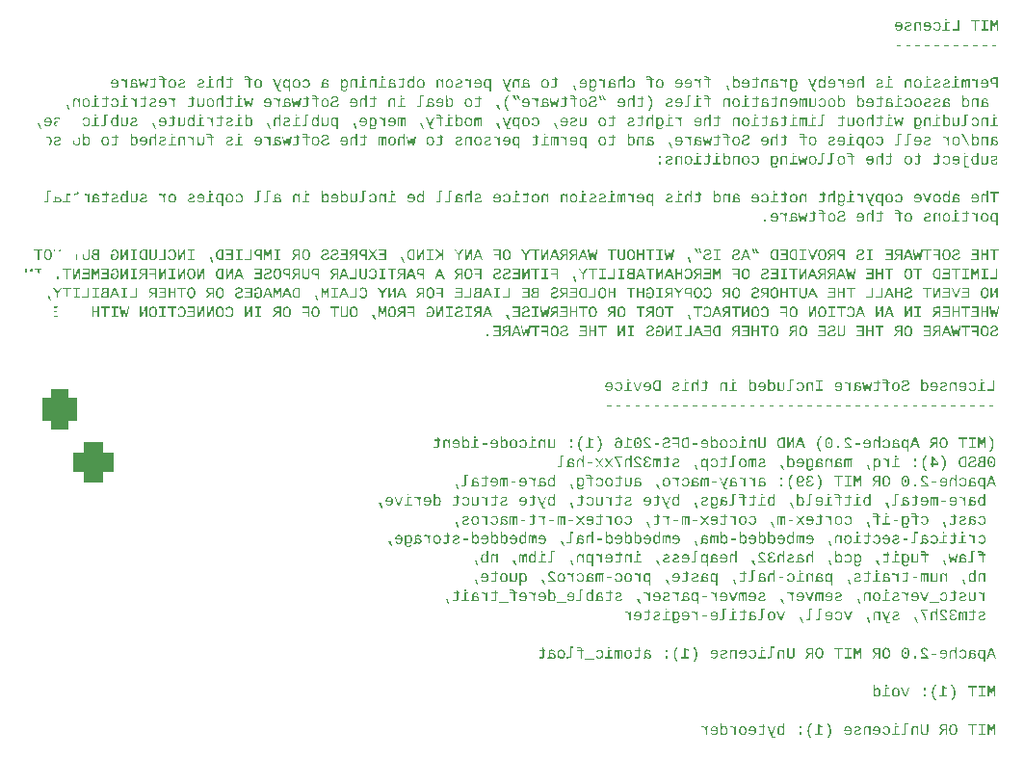
<source format=gbo>
G04 #@! TF.GenerationSoftware,KiCad,Pcbnew,8.0.9-8.0.9-0~ubuntu24.04.1*
G04 #@! TF.CreationDate,2025-10-26T13:13:23-04:00*
G04 #@! TF.ProjectId,analog_i,616e616c-6f67-45f6-992e-6b696361645f,rev?*
G04 #@! TF.SameCoordinates,Original*
G04 #@! TF.FileFunction,Legend,Bot*
G04 #@! TF.FilePolarity,Positive*
%FSLAX46Y46*%
G04 Gerber Fmt 4.6, Leading zero omitted, Abs format (unit mm)*
G04 Created by KiCad (PCBNEW 8.0.9-8.0.9-0~ubuntu24.04.1) date 2025-10-26 13:13:23*
%MOMM*%
%LPD*%
G01*
G04 APERTURE LIST*
G04 Aperture macros list*
%AMRoundRect*
0 Rectangle with rounded corners*
0 $1 Rounding radius*
0 $2 $3 $4 $5 $6 $7 $8 $9 X,Y pos of 4 corners*
0 Add a 4 corners polygon primitive as box body*
4,1,4,$2,$3,$4,$5,$6,$7,$8,$9,$2,$3,0*
0 Add four circle primitives for the rounded corners*
1,1,$1+$1,$2,$3*
1,1,$1+$1,$4,$5*
1,1,$1+$1,$6,$7*
1,1,$1+$1,$8,$9*
0 Add four rect primitives between the rounded corners*
20,1,$1+$1,$2,$3,$4,$5,0*
20,1,$1+$1,$4,$5,$6,$7,0*
20,1,$1+$1,$6,$7,$8,$9,0*
20,1,$1+$1,$8,$9,$2,$3,0*%
G04 Aperture macros list end*
%ADD10C,0.150000*%
%ADD11R,1.900000X1.900000*%
%ADD12O,1.900000X1.900000*%
%ADD13C,5.000000*%
%ADD14C,3.250000*%
%ADD15R,1.400000X1.400000*%
%ADD16C,1.400000*%
%ADD17C,2.400000*%
%ADD18C,2.700000*%
%ADD19C,3.000000*%
%ADD20R,3.500000X3.500000*%
%ADD21RoundRect,0.750000X-0.750000X-1.000000X0.750000X-1.000000X0.750000X1.000000X-0.750000X1.000000X0*%
%ADD22RoundRect,0.875000X-0.875000X-0.875000X0.875000X-0.875000X0.875000X0.875000X-0.875000X0.875000X0*%
G04 APERTURE END LIST*
D10*
G36*
X123066420Y-70680000D02*
G01*
X123066420Y-70086978D01*
X123066205Y-70033903D01*
X123065381Y-69982429D01*
X123064221Y-69949713D01*
X123062267Y-69881325D01*
X123077955Y-69931529D01*
X123094239Y-69982720D01*
X123110187Y-70031492D01*
X123126130Y-70077860D01*
X123127480Y-70081605D01*
X123240076Y-70383000D01*
X123334354Y-70383000D01*
X123448171Y-70081605D01*
X123465064Y-70033233D01*
X123482192Y-69981026D01*
X123498403Y-69930651D01*
X123514117Y-69881325D01*
X123511430Y-70086978D01*
X123511430Y-70680000D01*
X123621339Y-70680000D01*
X123621339Y-69757739D01*
X123458674Y-69757739D01*
X123331423Y-70094305D01*
X123315401Y-70142651D01*
X123301497Y-70191159D01*
X123288733Y-70238318D01*
X123284773Y-70253307D01*
X123266943Y-70191270D01*
X123236657Y-70095038D01*
X123109651Y-69757739D01*
X122955045Y-69757739D01*
X122955045Y-70680000D01*
X123066420Y-70680000D01*
G37*
G36*
X122731074Y-69757739D02*
G01*
X122165652Y-69757739D01*
X122165652Y-69864961D01*
X122382784Y-69864961D01*
X122382784Y-70572777D01*
X122165652Y-70572777D01*
X122165652Y-70680000D01*
X122731074Y-70680000D01*
X122731074Y-70572777D01*
X122513942Y-70572777D01*
X122513942Y-69864961D01*
X122731074Y-69864961D01*
X122731074Y-69757739D01*
G37*
G36*
X121542588Y-69864961D02*
G01*
X121542588Y-70680000D01*
X121673014Y-70680000D01*
X121673014Y-69864961D01*
X121977341Y-69864961D01*
X121977341Y-69757739D01*
X121238262Y-69757739D01*
X121238262Y-69864961D01*
X121542588Y-69864961D01*
G37*
G36*
X120186308Y-70680000D02*
G01*
X120186308Y-69757739D01*
X120055150Y-69757739D01*
X120055150Y-70572777D01*
X119593531Y-70572777D01*
X119593531Y-70680000D01*
X120186308Y-70680000D01*
G37*
G36*
X118997334Y-70582547D02*
G01*
X118736238Y-70582547D01*
X118736238Y-70680000D01*
X119410837Y-70680000D01*
X119410837Y-70582547D01*
X119120921Y-70582547D01*
X119120921Y-70027138D01*
X119340006Y-70027138D01*
X119340006Y-69929685D01*
X118997334Y-69929685D01*
X118997334Y-70582547D01*
G37*
G36*
X119134598Y-69795840D02*
G01*
X119134598Y-69663949D01*
X118997334Y-69663949D01*
X118997334Y-69795840D01*
X119134598Y-69795840D01*
G37*
G36*
X118579434Y-70304110D02*
G01*
X118577270Y-70247468D01*
X118570776Y-70195083D01*
X118559953Y-70146956D01*
X118541252Y-70094823D01*
X118516316Y-70048822D01*
X118490774Y-70015170D01*
X118454753Y-69980807D01*
X118413185Y-69953553D01*
X118366070Y-69933408D01*
X118313408Y-69920374D01*
X118255199Y-69914449D01*
X118234563Y-69914054D01*
X118181968Y-69916976D01*
X118133604Y-69925741D01*
X118083512Y-69942915D01*
X118038945Y-69967721D01*
X118028667Y-69975115D01*
X117991984Y-70008148D01*
X117959950Y-70051588D01*
X117937691Y-70101674D01*
X117928283Y-70138757D01*
X118060174Y-70148527D01*
X118074546Y-70101166D01*
X118102195Y-70060080D01*
X118115129Y-70047899D01*
X118160703Y-70022688D01*
X118211078Y-70012315D01*
X118240181Y-70011018D01*
X118290785Y-70015308D01*
X118339066Y-70030388D01*
X118381970Y-70059879D01*
X118399183Y-70079651D01*
X118423623Y-70124842D01*
X118438632Y-70176301D01*
X118446581Y-70230043D01*
X118449544Y-70282582D01*
X118449741Y-70301423D01*
X118447972Y-70356738D01*
X118442666Y-70406180D01*
X118432004Y-70456440D01*
X118413922Y-70504090D01*
X118399427Y-70528569D01*
X118362223Y-70566307D01*
X118313809Y-70590069D01*
X118260651Y-70599503D01*
X118240914Y-70600132D01*
X118188833Y-70594774D01*
X118140551Y-70576877D01*
X118118060Y-70562030D01*
X118084497Y-70524421D01*
X118064393Y-70477899D01*
X118057487Y-70445526D01*
X117926817Y-70454075D01*
X117938060Y-70503133D01*
X117958233Y-70548826D01*
X117976643Y-70577418D01*
X118010978Y-70615634D01*
X118052801Y-70647118D01*
X118084842Y-70664368D01*
X118133035Y-70682167D01*
X118184921Y-70692578D01*
X118235296Y-70695631D01*
X118285923Y-70693186D01*
X118341496Y-70683798D01*
X118391419Y-70667369D01*
X118435691Y-70643899D01*
X118474314Y-70613388D01*
X118491507Y-70595491D01*
X118521388Y-70554662D01*
X118545088Y-70507461D01*
X118562604Y-70453889D01*
X118572479Y-70404378D01*
X118578060Y-70350443D01*
X118579434Y-70304110D01*
G37*
G36*
X117462742Y-69917574D02*
G01*
X117515272Y-69928136D01*
X117562461Y-69945739D01*
X117610765Y-69975174D01*
X117651800Y-70014193D01*
X117671835Y-70040511D01*
X117696880Y-70085024D01*
X117715914Y-70135582D01*
X117728937Y-70192185D01*
X117735198Y-70243973D01*
X117737285Y-70299958D01*
X117735922Y-70346268D01*
X117730388Y-70400282D01*
X117720595Y-70449990D01*
X117703224Y-70503958D01*
X117679723Y-70551725D01*
X117650090Y-70593293D01*
X117633082Y-70611582D01*
X117595112Y-70642763D01*
X117551870Y-70666749D01*
X117503355Y-70683538D01*
X117449568Y-70693133D01*
X117400718Y-70695631D01*
X117359869Y-70694068D01*
X117308822Y-70687123D01*
X117256065Y-70672667D01*
X117208255Y-70651179D01*
X117193541Y-70642455D01*
X117154731Y-70612161D01*
X117120991Y-70571250D01*
X117097124Y-70522707D01*
X117205568Y-70492421D01*
X117209223Y-70501847D01*
X117236832Y-70543245D01*
X117276643Y-70573265D01*
X117300779Y-70584781D01*
X117350068Y-70598663D01*
X117400718Y-70602819D01*
X117418360Y-70602198D01*
X117467007Y-70592893D01*
X117513537Y-70569456D01*
X117552149Y-70532233D01*
X117578832Y-70488258D01*
X117595219Y-70442001D01*
X117604706Y-70388996D01*
X117607348Y-70337083D01*
X117077096Y-70337083D01*
X117077096Y-70320230D01*
X117078398Y-70270797D01*
X117081028Y-70242316D01*
X117204836Y-70242316D01*
X117606127Y-70242316D01*
X117603836Y-70208968D01*
X117595085Y-70160398D01*
X117577759Y-70112800D01*
X117549218Y-70068660D01*
X117538806Y-70057355D01*
X117499231Y-70027702D01*
X117452166Y-70010405D01*
X117403405Y-70005401D01*
X117381621Y-70006326D01*
X117332628Y-70016738D01*
X117284147Y-70044501D01*
X117246916Y-70088923D01*
X117224482Y-70138666D01*
X117212159Y-70186789D01*
X117204836Y-70242316D01*
X117081028Y-70242316D01*
X117083685Y-70213547D01*
X117093038Y-70161341D01*
X117109630Y-70105353D01*
X117132079Y-70056630D01*
X117160383Y-70015170D01*
X117200466Y-69975771D01*
X117248052Y-69946048D01*
X117294812Y-69928273D01*
X117347085Y-69917609D01*
X117404870Y-69914054D01*
X117462742Y-69917574D01*
G37*
G36*
X116392240Y-70680000D02*
G01*
X116392240Y-70196154D01*
X116395099Y-70146712D01*
X116406360Y-70096778D01*
X116428387Y-70055471D01*
X116468031Y-70024082D01*
X116519578Y-70010674D01*
X116543182Y-70009553D01*
X116593476Y-70015707D01*
X116641912Y-70036691D01*
X116679684Y-70068691D01*
X116683133Y-70072568D01*
X116711855Y-70116340D01*
X116728610Y-70163241D01*
X116736748Y-70217251D01*
X116737599Y-70243538D01*
X116737599Y-70680000D01*
X116861430Y-70680000D01*
X116861430Y-70089909D01*
X116861629Y-70037412D01*
X116862468Y-69984274D01*
X116865079Y-69933717D01*
X116865582Y-69929685D01*
X116748834Y-69929685D01*
X116747369Y-69948004D01*
X116745659Y-69982198D01*
X116743834Y-70032984D01*
X116743217Y-70054738D01*
X116741263Y-70054738D01*
X116710880Y-70006927D01*
X116673955Y-69969009D01*
X116630486Y-69940982D01*
X116580474Y-69922847D01*
X116523920Y-69914603D01*
X116503614Y-69914054D01*
X116454474Y-69917163D01*
X116405411Y-69928329D01*
X116359267Y-69950599D01*
X116326294Y-69979023D01*
X116298076Y-70021093D01*
X116280746Y-70067766D01*
X116271568Y-70115768D01*
X116267977Y-70170455D01*
X116267920Y-70178813D01*
X116267920Y-70680000D01*
X116392240Y-70680000D01*
G37*
G36*
X115420153Y-70465799D02*
G01*
X115425160Y-70516738D01*
X115442763Y-70567076D01*
X115473039Y-70610033D01*
X115500265Y-70634570D01*
X115544045Y-70661284D01*
X115595519Y-70680366D01*
X115646870Y-70690801D01*
X115695574Y-70695094D01*
X115721549Y-70695631D01*
X115772284Y-70694094D01*
X115825442Y-70688416D01*
X115878237Y-70676803D01*
X115927485Y-70657206D01*
X115936971Y-70651912D01*
X115978087Y-70619497D01*
X116009232Y-70577208D01*
X116028739Y-70530704D01*
X116033447Y-70513426D01*
X115924270Y-70492421D01*
X115905533Y-70539819D01*
X115870996Y-70575235D01*
X115868339Y-70576929D01*
X115819085Y-70595128D01*
X115769649Y-70601888D01*
X115721549Y-70603551D01*
X115668143Y-70600600D01*
X115616005Y-70589265D01*
X115571651Y-70565298D01*
X115542686Y-70523738D01*
X115536168Y-70482651D01*
X115549335Y-70433459D01*
X115569874Y-70410355D01*
X115612494Y-70385321D01*
X115660252Y-70368756D01*
X115672944Y-70365415D01*
X115726346Y-70351695D01*
X115781896Y-70336491D01*
X115834940Y-70320489D01*
X115884524Y-70302663D01*
X115903021Y-70294096D01*
X115946008Y-70265031D01*
X115977759Y-70229616D01*
X115998151Y-70182908D01*
X116003893Y-70132651D01*
X115998136Y-70078484D01*
X115980864Y-70031389D01*
X115952077Y-69991364D01*
X115931109Y-69972184D01*
X115885009Y-69944084D01*
X115835371Y-69926827D01*
X115785250Y-69917687D01*
X115728889Y-69914111D01*
X115720327Y-69914054D01*
X115669771Y-69916193D01*
X115617717Y-69923875D01*
X115566454Y-69939196D01*
X115527376Y-69958750D01*
X115487510Y-69990492D01*
X115458282Y-70030153D01*
X115439691Y-70077733D01*
X115437250Y-70088199D01*
X115548625Y-70101632D01*
X115567807Y-70055866D01*
X115597473Y-70030314D01*
X115644904Y-70012958D01*
X115695754Y-70006724D01*
X115720327Y-70006133D01*
X115777518Y-70009894D01*
X115829284Y-70023789D01*
X115872177Y-70056697D01*
X115888446Y-70106530D01*
X115888611Y-70113112D01*
X115876409Y-70160992D01*
X115860279Y-70180279D01*
X115817156Y-70205292D01*
X115768443Y-70220579D01*
X115686622Y-70242316D01*
X115634614Y-70256208D01*
X115585483Y-70271762D01*
X115538920Y-70290669D01*
X115525666Y-70297515D01*
X115484257Y-70325991D01*
X115450261Y-70363108D01*
X115448485Y-70365659D01*
X115427236Y-70411088D01*
X115420181Y-70462107D01*
X115420153Y-70465799D01*
G37*
G36*
X114942155Y-69917574D02*
G01*
X114994686Y-69928136D01*
X115041875Y-69945739D01*
X115090179Y-69975174D01*
X115131214Y-70014193D01*
X115151249Y-70040511D01*
X115176294Y-70085024D01*
X115195327Y-70135582D01*
X115208351Y-70192185D01*
X115214612Y-70243973D01*
X115216699Y-70299958D01*
X115215336Y-70346268D01*
X115209801Y-70400282D01*
X115200009Y-70449990D01*
X115182638Y-70503958D01*
X115159137Y-70551725D01*
X115129504Y-70593293D01*
X115112496Y-70611582D01*
X115074526Y-70642763D01*
X115031283Y-70666749D01*
X114982769Y-70683538D01*
X114928982Y-70693133D01*
X114880132Y-70695631D01*
X114839282Y-70694068D01*
X114788236Y-70687123D01*
X114735479Y-70672667D01*
X114687669Y-70651179D01*
X114672955Y-70642455D01*
X114634145Y-70612161D01*
X114600404Y-70571250D01*
X114576538Y-70522707D01*
X114684982Y-70492421D01*
X114688636Y-70501847D01*
X114716246Y-70543245D01*
X114756057Y-70573265D01*
X114780193Y-70584781D01*
X114829482Y-70598663D01*
X114880132Y-70602819D01*
X114897773Y-70602198D01*
X114946421Y-70592893D01*
X114992951Y-70569456D01*
X115031563Y-70532233D01*
X115058246Y-70488258D01*
X115074633Y-70442001D01*
X115084120Y-70388996D01*
X115086762Y-70337083D01*
X114556510Y-70337083D01*
X114556510Y-70320230D01*
X114557812Y-70270797D01*
X114560442Y-70242316D01*
X114684249Y-70242316D01*
X115085540Y-70242316D01*
X115083249Y-70208968D01*
X115074499Y-70160398D01*
X115057173Y-70112800D01*
X115028632Y-70068660D01*
X115018220Y-70057355D01*
X114978645Y-70027702D01*
X114931580Y-70010405D01*
X114882819Y-70005401D01*
X114861034Y-70006326D01*
X114812042Y-70016738D01*
X114763561Y-70044501D01*
X114726329Y-70088923D01*
X114703896Y-70138666D01*
X114691573Y-70186789D01*
X114684249Y-70242316D01*
X114560442Y-70242316D01*
X114563098Y-70213547D01*
X114572452Y-70161341D01*
X114589044Y-70105353D01*
X114611493Y-70056630D01*
X114639797Y-70015170D01*
X114679880Y-69975771D01*
X114727466Y-69946048D01*
X114774226Y-69928273D01*
X114826499Y-69917609D01*
X114884284Y-69914054D01*
X114942155Y-69917574D01*
G37*
G36*
X123480655Y-72047857D02*
G01*
X123480655Y-71937948D01*
X123095973Y-71937948D01*
X123095973Y-72047857D01*
X123480655Y-72047857D01*
G37*
G36*
X122640460Y-72047857D02*
G01*
X122640460Y-71937948D01*
X122255778Y-71937948D01*
X122255778Y-72047857D01*
X122640460Y-72047857D01*
G37*
G36*
X121800265Y-72047857D02*
G01*
X121800265Y-71937948D01*
X121415582Y-71937948D01*
X121415582Y-72047857D01*
X121800265Y-72047857D01*
G37*
G36*
X120960069Y-72047857D02*
G01*
X120960069Y-71937948D01*
X120575387Y-71937948D01*
X120575387Y-72047857D01*
X120960069Y-72047857D01*
G37*
G36*
X120119874Y-72047857D02*
G01*
X120119874Y-71937948D01*
X119735191Y-71937948D01*
X119735191Y-72047857D01*
X120119874Y-72047857D01*
G37*
G36*
X119279678Y-72047857D02*
G01*
X119279678Y-71937948D01*
X118894996Y-71937948D01*
X118894996Y-72047857D01*
X119279678Y-72047857D01*
G37*
G36*
X118439483Y-72047857D02*
G01*
X118439483Y-71937948D01*
X118054801Y-71937948D01*
X118054801Y-72047857D01*
X118439483Y-72047857D01*
G37*
G36*
X117599288Y-72047857D02*
G01*
X117599288Y-71937948D01*
X117214605Y-71937948D01*
X117214605Y-72047857D01*
X117599288Y-72047857D01*
G37*
G36*
X116759092Y-72047857D02*
G01*
X116759092Y-71937948D01*
X116374410Y-71937948D01*
X116374410Y-72047857D01*
X116759092Y-72047857D01*
G37*
G36*
X115918897Y-72047857D02*
G01*
X115918897Y-71937948D01*
X115534214Y-71937948D01*
X115534214Y-72047857D01*
X115918897Y-72047857D01*
G37*
G36*
X115078702Y-72047857D02*
G01*
X115078702Y-71937948D01*
X114694019Y-71937948D01*
X114694019Y-72047857D01*
X115078702Y-72047857D01*
G37*
G36*
X123598625Y-75720000D02*
G01*
X123467466Y-75720000D01*
X123467466Y-75376106D01*
X123274515Y-75376106D01*
X123249976Y-75375510D01*
X123197498Y-75369817D01*
X123148808Y-75358096D01*
X123099148Y-75338004D01*
X123089791Y-75333125D01*
X123047124Y-75305237D01*
X123011328Y-75271530D01*
X122982400Y-75232002D01*
X122977431Y-75223442D01*
X122957396Y-75178467D01*
X122945374Y-75129867D01*
X122941517Y-75079595D01*
X123073258Y-75079595D01*
X123079007Y-75132598D01*
X123098608Y-75181811D01*
X123132121Y-75221500D01*
X123143496Y-75230579D01*
X123186964Y-75254392D01*
X123238970Y-75268284D01*
X123293077Y-75272302D01*
X123467466Y-75272302D01*
X123467466Y-74902763D01*
X123298450Y-74902763D01*
X123245671Y-74905526D01*
X123189593Y-74916751D01*
X123136814Y-74941618D01*
X123099868Y-74978918D01*
X123078756Y-75028652D01*
X123073258Y-75079595D01*
X122941517Y-75079595D01*
X122941367Y-75077641D01*
X122942149Y-75053335D01*
X122950049Y-75000628D01*
X122966458Y-74953531D01*
X122995630Y-74906575D01*
X123030272Y-74871500D01*
X123035901Y-74866962D01*
X123079395Y-74839229D01*
X123130042Y-74818556D01*
X123179146Y-74806454D01*
X123233505Y-74799539D01*
X123282819Y-74797739D01*
X123598625Y-74797739D01*
X123598625Y-75720000D01*
G37*
G36*
X122503914Y-74957574D02*
G01*
X122556444Y-74968136D01*
X122603634Y-74985739D01*
X122651938Y-75015174D01*
X122692972Y-75054193D01*
X122713008Y-75080511D01*
X122738052Y-75125024D01*
X122757086Y-75175582D01*
X122770109Y-75232185D01*
X122776370Y-75283973D01*
X122778457Y-75339958D01*
X122777095Y-75386268D01*
X122771560Y-75440282D01*
X122761768Y-75489990D01*
X122744397Y-75543958D01*
X122720895Y-75591725D01*
X122691263Y-75633293D01*
X122674255Y-75651582D01*
X122636284Y-75682763D01*
X122593042Y-75706749D01*
X122544527Y-75723538D01*
X122490740Y-75733133D01*
X122441891Y-75735631D01*
X122401041Y-75734068D01*
X122349994Y-75727123D01*
X122297238Y-75712667D01*
X122249427Y-75691179D01*
X122234713Y-75682455D01*
X122195904Y-75652161D01*
X122162163Y-75611250D01*
X122138297Y-75562707D01*
X122246741Y-75532421D01*
X122250395Y-75541847D01*
X122278005Y-75583245D01*
X122317815Y-75613265D01*
X122341951Y-75624781D01*
X122391241Y-75638663D01*
X122441891Y-75642819D01*
X122459532Y-75642198D01*
X122508180Y-75632893D01*
X122554710Y-75609456D01*
X122593321Y-75572233D01*
X122620004Y-75528258D01*
X122636391Y-75482001D01*
X122645879Y-75428996D01*
X122648520Y-75377083D01*
X122118269Y-75377083D01*
X122118269Y-75360230D01*
X122119570Y-75310797D01*
X122122200Y-75282316D01*
X122246008Y-75282316D01*
X122647299Y-75282316D01*
X122645008Y-75248968D01*
X122636257Y-75200398D01*
X122618931Y-75152800D01*
X122590390Y-75108660D01*
X122579978Y-75097355D01*
X122540403Y-75067702D01*
X122493339Y-75050405D01*
X122444577Y-75045401D01*
X122422793Y-75046326D01*
X122373800Y-75056738D01*
X122325320Y-75084501D01*
X122288088Y-75128923D01*
X122265654Y-75178666D01*
X122253331Y-75226789D01*
X122246008Y-75282316D01*
X122122200Y-75282316D01*
X122124857Y-75253547D01*
X122134210Y-75201341D01*
X122150803Y-75145353D01*
X122173251Y-75096630D01*
X122201556Y-75055170D01*
X122241638Y-75015771D01*
X122289225Y-74986048D01*
X122335985Y-74968273D01*
X122388257Y-74957609D01*
X122446043Y-74954054D01*
X122503914Y-74957574D01*
G37*
G36*
X121311779Y-75080327D02*
G01*
X121363692Y-75072958D01*
X121413642Y-75068647D01*
X121457348Y-75067383D01*
X121510013Y-75072649D01*
X121557365Y-75088449D01*
X121599405Y-75114781D01*
X121636133Y-75151646D01*
X121665840Y-75196648D01*
X121687058Y-75247390D01*
X121698662Y-75296497D01*
X121703768Y-75349998D01*
X121704033Y-75366092D01*
X121704033Y-75720000D01*
X121827620Y-75720000D01*
X121827620Y-75233956D01*
X121829396Y-75184241D01*
X121834227Y-75131715D01*
X121836901Y-75109881D01*
X121844205Y-75061028D01*
X121853357Y-75012867D01*
X121863279Y-74969685D01*
X121745799Y-74969685D01*
X121732131Y-75021032D01*
X121721902Y-75069557D01*
X121714570Y-75120166D01*
X121712826Y-75139434D01*
X121709406Y-75139434D01*
X121688026Y-75095356D01*
X121662746Y-75053041D01*
X121641995Y-75026594D01*
X121603515Y-74993288D01*
X121563838Y-74972372D01*
X121513463Y-74958633D01*
X121461270Y-74954125D01*
X121453196Y-74954054D01*
X121404308Y-74955439D01*
X121351306Y-74960110D01*
X121311779Y-74965778D01*
X121311779Y-75080327D01*
G37*
G36*
X120824759Y-75720000D02*
G01*
X120824759Y-75242505D01*
X120825812Y-75192923D01*
X120830091Y-75142281D01*
X120841612Y-75092540D01*
X120875617Y-75054632D01*
X120902916Y-75049553D01*
X120947043Y-75070728D01*
X120973991Y-75116475D01*
X120989426Y-75167945D01*
X120997290Y-75218428D01*
X121000678Y-75269627D01*
X121001102Y-75297459D01*
X121001102Y-75720000D01*
X121117362Y-75720000D01*
X121117362Y-75129909D01*
X121117560Y-75077412D01*
X121118400Y-75024274D01*
X121121011Y-74973717D01*
X121121514Y-74969685D01*
X121019176Y-74969685D01*
X121015024Y-75055415D01*
X121015024Y-75087899D01*
X121013558Y-75087899D01*
X120994404Y-75040718D01*
X120967630Y-74999305D01*
X120954696Y-74986050D01*
X120911585Y-74961084D01*
X120865303Y-74954054D01*
X120815279Y-74961299D01*
X120774933Y-74987027D01*
X120749166Y-75028914D01*
X120734524Y-75076077D01*
X120731946Y-75088632D01*
X120730481Y-75088632D01*
X120710404Y-75043557D01*
X120681179Y-75000547D01*
X120665024Y-74985073D01*
X120621854Y-74961809D01*
X120572177Y-74954084D01*
X120568548Y-74954054D01*
X120518254Y-74961125D01*
X120472881Y-74987714D01*
X120452533Y-75013893D01*
X120433985Y-75059512D01*
X120424094Y-75108063D01*
X120419045Y-75159336D01*
X120417396Y-75209814D01*
X120417362Y-75218813D01*
X120417362Y-75720000D01*
X120532644Y-75720000D01*
X120532644Y-75242505D01*
X120533698Y-75192923D01*
X120537977Y-75142281D01*
X120549497Y-75092540D01*
X120583608Y-75054632D01*
X120611046Y-75049553D01*
X120658159Y-75070218D01*
X120682854Y-75108171D01*
X120697872Y-75155230D01*
X120705522Y-75204036D01*
X120708820Y-75255205D01*
X120709232Y-75283538D01*
X120709232Y-75720000D01*
X120824759Y-75720000D01*
G37*
G36*
X119837529Y-75622547D02*
G01*
X119576434Y-75622547D01*
X119576434Y-75720000D01*
X120251032Y-75720000D01*
X120251032Y-75622547D01*
X119961116Y-75622547D01*
X119961116Y-75067138D01*
X120180202Y-75067138D01*
X120180202Y-74969685D01*
X119837529Y-74969685D01*
X119837529Y-75622547D01*
G37*
G36*
X119974794Y-74835840D02*
G01*
X119974794Y-74703949D01*
X119837529Y-74703949D01*
X119837529Y-74835840D01*
X119974794Y-74835840D01*
G37*
G36*
X118780935Y-75505799D02*
G01*
X118785942Y-75556738D01*
X118803544Y-75607076D01*
X118833821Y-75650033D01*
X118861046Y-75674570D01*
X118904827Y-75701284D01*
X118956301Y-75720366D01*
X119007652Y-75730801D01*
X119056356Y-75735094D01*
X119082330Y-75735631D01*
X119133066Y-75734094D01*
X119186224Y-75728416D01*
X119239018Y-75716803D01*
X119288267Y-75697206D01*
X119297752Y-75691912D01*
X119338868Y-75659497D01*
X119370014Y-75617208D01*
X119389521Y-75570704D01*
X119394228Y-75553426D01*
X119285052Y-75532421D01*
X119266315Y-75579819D01*
X119231778Y-75615235D01*
X119229120Y-75616929D01*
X119179866Y-75635128D01*
X119130431Y-75641888D01*
X119082330Y-75643551D01*
X119028925Y-75640600D01*
X118976787Y-75629265D01*
X118932433Y-75605298D01*
X118903467Y-75563738D01*
X118896950Y-75522651D01*
X118910116Y-75473459D01*
X118930655Y-75450355D01*
X118973276Y-75425321D01*
X119021033Y-75408756D01*
X119033726Y-75405415D01*
X119087128Y-75391695D01*
X119142678Y-75376491D01*
X119195722Y-75360489D01*
X119245306Y-75342663D01*
X119263803Y-75334096D01*
X119306789Y-75305031D01*
X119338541Y-75269616D01*
X119358933Y-75222908D01*
X119364675Y-75172651D01*
X119358918Y-75118484D01*
X119341646Y-75071389D01*
X119312859Y-75031364D01*
X119291891Y-75012184D01*
X119245791Y-74984084D01*
X119196152Y-74966827D01*
X119146032Y-74957687D01*
X119089670Y-74954111D01*
X119081109Y-74954054D01*
X119030553Y-74956193D01*
X118978498Y-74963875D01*
X118927236Y-74979196D01*
X118888157Y-74998750D01*
X118848291Y-75030492D01*
X118819063Y-75070153D01*
X118800473Y-75117733D01*
X118798032Y-75128199D01*
X118909406Y-75141632D01*
X118928589Y-75095866D01*
X118958255Y-75070314D01*
X119005685Y-75052958D01*
X119056536Y-75046724D01*
X119081109Y-75046133D01*
X119138299Y-75049894D01*
X119190066Y-75063789D01*
X119232958Y-75096697D01*
X119249228Y-75146530D01*
X119249392Y-75153112D01*
X119237191Y-75200992D01*
X119221060Y-75220279D01*
X119177938Y-75245292D01*
X119129225Y-75260579D01*
X119047404Y-75282316D01*
X118995395Y-75296208D01*
X118946264Y-75311762D01*
X118899702Y-75330669D01*
X118886448Y-75337515D01*
X118845038Y-75365991D01*
X118811043Y-75403108D01*
X118809267Y-75405659D01*
X118788018Y-75451088D01*
X118780962Y-75502107D01*
X118780935Y-75505799D01*
G37*
G36*
X117940739Y-75505799D02*
G01*
X117945746Y-75556738D01*
X117963349Y-75607076D01*
X117993625Y-75650033D01*
X118020851Y-75674570D01*
X118064631Y-75701284D01*
X118116106Y-75720366D01*
X118167457Y-75730801D01*
X118216160Y-75735094D01*
X118242135Y-75735631D01*
X118292871Y-75734094D01*
X118346028Y-75728416D01*
X118398823Y-75716803D01*
X118448072Y-75697206D01*
X118457557Y-75691912D01*
X118498673Y-75659497D01*
X118529819Y-75617208D01*
X118549325Y-75570704D01*
X118554033Y-75553426D01*
X118444856Y-75532421D01*
X118426120Y-75579819D01*
X118391582Y-75615235D01*
X118388925Y-75616929D01*
X118339671Y-75635128D01*
X118290235Y-75641888D01*
X118242135Y-75643551D01*
X118188729Y-75640600D01*
X118136591Y-75629265D01*
X118092238Y-75605298D01*
X118063272Y-75563738D01*
X118056755Y-75522651D01*
X118069921Y-75473459D01*
X118090460Y-75450355D01*
X118133080Y-75425321D01*
X118180838Y-75408756D01*
X118193531Y-75405415D01*
X118246932Y-75391695D01*
X118302482Y-75376491D01*
X118355527Y-75360489D01*
X118405110Y-75342663D01*
X118423607Y-75334096D01*
X118466594Y-75305031D01*
X118498346Y-75269616D01*
X118518737Y-75222908D01*
X118524480Y-75172651D01*
X118518722Y-75118484D01*
X118501450Y-75071389D01*
X118472663Y-75031364D01*
X118451695Y-75012184D01*
X118405596Y-74984084D01*
X118355957Y-74966827D01*
X118305836Y-74957687D01*
X118249475Y-74954111D01*
X118240914Y-74954054D01*
X118190357Y-74956193D01*
X118138303Y-74963875D01*
X118087041Y-74979196D01*
X118047962Y-74998750D01*
X118008096Y-75030492D01*
X117978868Y-75070153D01*
X117960278Y-75117733D01*
X117957836Y-75128199D01*
X118069211Y-75141632D01*
X118088394Y-75095866D01*
X118118060Y-75070314D01*
X118165490Y-75052958D01*
X118216340Y-75046724D01*
X118240914Y-75046133D01*
X118298104Y-75049894D01*
X118349871Y-75063789D01*
X118392763Y-75096697D01*
X118409033Y-75146530D01*
X118409197Y-75153112D01*
X118396995Y-75200992D01*
X118380865Y-75220279D01*
X118337743Y-75245292D01*
X118289030Y-75260579D01*
X118207208Y-75282316D01*
X118155200Y-75296208D01*
X118106069Y-75311762D01*
X118059506Y-75330669D01*
X118046252Y-75337515D01*
X118004843Y-75365991D01*
X117970847Y-75403108D01*
X117969071Y-75405659D01*
X117947822Y-75451088D01*
X117940767Y-75502107D01*
X117940739Y-75505799D01*
G37*
G36*
X117316943Y-75622547D02*
G01*
X117055847Y-75622547D01*
X117055847Y-75720000D01*
X117730446Y-75720000D01*
X117730446Y-75622547D01*
X117440530Y-75622547D01*
X117440530Y-75067138D01*
X117659616Y-75067138D01*
X117659616Y-74969685D01*
X117316943Y-74969685D01*
X117316943Y-75622547D01*
G37*
G36*
X117454207Y-74835840D02*
G01*
X117454207Y-74703949D01*
X117316943Y-74703949D01*
X117316943Y-74835840D01*
X117454207Y-74835840D01*
G37*
G36*
X116623155Y-74957497D02*
G01*
X116675313Y-74967827D01*
X116722371Y-74985043D01*
X116770825Y-75013833D01*
X116812337Y-75051995D01*
X116837316Y-75084887D01*
X116861702Y-75130591D01*
X116879992Y-75183096D01*
X116890576Y-75232044D01*
X116896927Y-75285716D01*
X116899043Y-75344110D01*
X116897719Y-75389779D01*
X116892339Y-75443077D01*
X116882821Y-75492166D01*
X116865937Y-75545515D01*
X116843094Y-75592801D01*
X116814291Y-75634026D01*
X116773552Y-75673616D01*
X116725707Y-75703483D01*
X116679042Y-75721343D01*
X116627155Y-75732059D01*
X116570048Y-75735631D01*
X116559956Y-75735533D01*
X116502540Y-75730816D01*
X116450499Y-75719023D01*
X116403834Y-75700156D01*
X116356184Y-75669201D01*
X116321165Y-75635003D01*
X116296327Y-75601368D01*
X116272078Y-75555229D01*
X116253891Y-75502788D01*
X116243367Y-75454272D01*
X116237052Y-75401379D01*
X116234947Y-75344110D01*
X116364640Y-75344110D01*
X116364831Y-75362622D01*
X116367693Y-75414620D01*
X116375373Y-75468577D01*
X116389875Y-75521398D01*
X116413489Y-75569546D01*
X116430162Y-75591077D01*
X116472418Y-75623191D01*
X116520604Y-75639613D01*
X116571514Y-75644284D01*
X116589627Y-75643612D01*
X116638765Y-75633534D01*
X116684207Y-75608151D01*
X116720013Y-75567836D01*
X116731577Y-75547564D01*
X116750078Y-75500425D01*
X116761208Y-75451966D01*
X116767616Y-75396775D01*
X116769351Y-75344110D01*
X116769158Y-75325951D01*
X116766267Y-75274852D01*
X116758510Y-75221639D01*
X116743863Y-75169268D01*
X116720013Y-75121116D01*
X116703130Y-75099304D01*
X116661027Y-75066770D01*
X116613630Y-75050133D01*
X116563942Y-75045401D01*
X116544717Y-75046053D01*
X116493200Y-75055842D01*
X116446789Y-75080495D01*
X116411779Y-75119651D01*
X116400731Y-75139346D01*
X116383054Y-75185905D01*
X116372420Y-75234483D01*
X116366297Y-75290377D01*
X116364640Y-75344110D01*
X116234947Y-75344110D01*
X116235666Y-75308166D01*
X116240061Y-75252152D01*
X116248451Y-75201004D01*
X116263792Y-75146050D01*
X116284887Y-75098102D01*
X116316769Y-75051018D01*
X116321951Y-75045053D01*
X116362930Y-75008596D01*
X116412138Y-74981420D01*
X116460864Y-74965512D01*
X116515636Y-74956421D01*
X116565896Y-74954054D01*
X116623155Y-74957497D01*
G37*
G36*
X115552044Y-75720000D02*
G01*
X115552044Y-75236154D01*
X115554904Y-75186712D01*
X115566164Y-75136778D01*
X115588192Y-75095471D01*
X115627836Y-75064082D01*
X115679382Y-75050674D01*
X115702986Y-75049553D01*
X115753280Y-75055707D01*
X115801716Y-75076691D01*
X115839488Y-75108691D01*
X115842937Y-75112568D01*
X115871660Y-75156340D01*
X115888415Y-75203241D01*
X115896553Y-75257251D01*
X115897404Y-75283538D01*
X115897404Y-75720000D01*
X116021235Y-75720000D01*
X116021235Y-75129909D01*
X116021433Y-75077412D01*
X116022273Y-75024274D01*
X116024884Y-74973717D01*
X116025387Y-74969685D01*
X115908639Y-74969685D01*
X115907173Y-74988004D01*
X115905464Y-75022198D01*
X115903639Y-75072984D01*
X115903021Y-75094738D01*
X115901067Y-75094738D01*
X115870685Y-75046927D01*
X115833759Y-75009009D01*
X115790291Y-74980982D01*
X115740279Y-74962847D01*
X115683724Y-74954603D01*
X115663419Y-74954054D01*
X115614278Y-74957163D01*
X115565216Y-74968329D01*
X115519071Y-74990599D01*
X115486099Y-75019023D01*
X115457881Y-75061093D01*
X115440551Y-75107766D01*
X115431373Y-75155768D01*
X115427782Y-75210455D01*
X115427725Y-75218813D01*
X115427725Y-75720000D01*
X115552044Y-75720000D01*
G37*
G36*
X113956161Y-75622547D02*
G01*
X113695066Y-75622547D01*
X113695066Y-75720000D01*
X114369665Y-75720000D01*
X114369665Y-75622547D01*
X114079748Y-75622547D01*
X114079748Y-75067138D01*
X114298834Y-75067138D01*
X114298834Y-74969685D01*
X113956161Y-74969685D01*
X113956161Y-75622547D01*
G37*
G36*
X114093426Y-74835840D02*
G01*
X114093426Y-74703949D01*
X113956161Y-74703949D01*
X113956161Y-74835840D01*
X114093426Y-74835840D01*
G37*
G36*
X112899567Y-75505799D02*
G01*
X112904574Y-75556738D01*
X112922176Y-75607076D01*
X112952453Y-75650033D01*
X112979678Y-75674570D01*
X113023459Y-75701284D01*
X113074933Y-75720366D01*
X113126284Y-75730801D01*
X113174988Y-75735094D01*
X113200963Y-75735631D01*
X113251698Y-75734094D01*
X113304856Y-75728416D01*
X113357651Y-75716803D01*
X113406899Y-75697206D01*
X113416385Y-75691912D01*
X113457501Y-75659497D01*
X113488646Y-75617208D01*
X113508153Y-75570704D01*
X113512861Y-75553426D01*
X113403684Y-75532421D01*
X113384947Y-75579819D01*
X113350410Y-75615235D01*
X113347752Y-75616929D01*
X113298498Y-75635128D01*
X113249063Y-75641888D01*
X113200963Y-75643551D01*
X113147557Y-75640600D01*
X113095419Y-75629265D01*
X113051065Y-75605298D01*
X113022099Y-75563738D01*
X113015582Y-75522651D01*
X113028748Y-75473459D01*
X113049288Y-75450355D01*
X113091908Y-75425321D01*
X113139666Y-75408756D01*
X113152358Y-75405415D01*
X113205760Y-75391695D01*
X113261310Y-75376491D01*
X113314354Y-75360489D01*
X113363938Y-75342663D01*
X113382435Y-75334096D01*
X113425422Y-75305031D01*
X113457173Y-75269616D01*
X113477565Y-75222908D01*
X113483307Y-75172651D01*
X113477550Y-75118484D01*
X113460278Y-75071389D01*
X113431491Y-75031364D01*
X113410523Y-75012184D01*
X113364423Y-74984084D01*
X113314785Y-74966827D01*
X113264664Y-74957687D01*
X113208302Y-74954111D01*
X113199741Y-74954054D01*
X113149185Y-74956193D01*
X113097131Y-74963875D01*
X113045868Y-74979196D01*
X113006789Y-74998750D01*
X112966923Y-75030492D01*
X112937695Y-75070153D01*
X112919105Y-75117733D01*
X112916664Y-75128199D01*
X113028039Y-75141632D01*
X113047221Y-75095866D01*
X113076887Y-75070314D01*
X113124318Y-75052958D01*
X113175168Y-75046724D01*
X113199741Y-75046133D01*
X113256931Y-75049894D01*
X113308698Y-75063789D01*
X113351591Y-75096697D01*
X113367860Y-75146530D01*
X113368025Y-75153112D01*
X113355823Y-75200992D01*
X113339692Y-75220279D01*
X113296570Y-75245292D01*
X113247857Y-75260579D01*
X113166036Y-75282316D01*
X113114027Y-75296208D01*
X113064897Y-75311762D01*
X113018334Y-75330669D01*
X113005080Y-75337515D01*
X112963671Y-75365991D01*
X112929675Y-75403108D01*
X112927899Y-75405659D01*
X112906650Y-75451088D01*
X112899595Y-75502107D01*
X112899567Y-75505799D01*
G37*
G36*
X111820258Y-74703949D02*
G01*
X111695938Y-74703949D01*
X111695938Y-74963579D01*
X111697465Y-75016031D01*
X111700285Y-75067321D01*
X111702044Y-75094738D01*
X111700090Y-75094738D01*
X111669871Y-75046927D01*
X111633435Y-75009009D01*
X111590782Y-74980982D01*
X111541912Y-74962847D01*
X111486826Y-74954603D01*
X111467083Y-74954054D01*
X111410754Y-74958191D01*
X111361936Y-74970601D01*
X111311475Y-74997750D01*
X111272749Y-75037825D01*
X111245758Y-75090829D01*
X111232615Y-75142540D01*
X111226982Y-75202524D01*
X111226748Y-75218813D01*
X111226748Y-75720000D01*
X111351067Y-75720000D01*
X111351067Y-75236154D01*
X111353927Y-75186712D01*
X111365187Y-75136778D01*
X111387215Y-75095471D01*
X111426859Y-75064082D01*
X111478405Y-75050674D01*
X111502009Y-75049553D01*
X111552303Y-75055707D01*
X111600739Y-75076691D01*
X111638511Y-75108691D01*
X111641960Y-75112568D01*
X111670683Y-75156340D01*
X111687438Y-75203241D01*
X111695576Y-75257251D01*
X111696427Y-75283538D01*
X111696427Y-75720000D01*
X111820258Y-75720000D01*
X111820258Y-74703949D01*
G37*
G36*
X110741178Y-74957574D02*
G01*
X110793709Y-74968136D01*
X110840898Y-74985739D01*
X110889202Y-75015174D01*
X110930237Y-75054193D01*
X110950272Y-75080511D01*
X110975317Y-75125024D01*
X110994351Y-75175582D01*
X111007374Y-75232185D01*
X111013635Y-75283973D01*
X111015722Y-75339958D01*
X111014359Y-75386268D01*
X111008825Y-75440282D01*
X110999032Y-75489990D01*
X110981661Y-75543958D01*
X110958160Y-75591725D01*
X110928527Y-75633293D01*
X110911519Y-75651582D01*
X110873549Y-75682763D01*
X110830306Y-75706749D01*
X110781792Y-75723538D01*
X110728005Y-75733133D01*
X110679155Y-75735631D01*
X110638306Y-75734068D01*
X110587259Y-75727123D01*
X110534502Y-75712667D01*
X110486692Y-75691179D01*
X110471978Y-75682455D01*
X110433168Y-75652161D01*
X110399427Y-75611250D01*
X110375561Y-75562707D01*
X110484005Y-75532421D01*
X110487659Y-75541847D01*
X110515269Y-75583245D01*
X110555080Y-75613265D01*
X110579216Y-75624781D01*
X110628505Y-75638663D01*
X110679155Y-75642819D01*
X110696796Y-75642198D01*
X110745444Y-75632893D01*
X110791974Y-75609456D01*
X110830586Y-75572233D01*
X110857269Y-75528258D01*
X110873656Y-75482001D01*
X110883143Y-75428996D01*
X110885785Y-75377083D01*
X110355533Y-75377083D01*
X110355533Y-75360230D01*
X110356835Y-75310797D01*
X110359465Y-75282316D01*
X110483272Y-75282316D01*
X110884563Y-75282316D01*
X110882272Y-75248968D01*
X110873522Y-75200398D01*
X110856196Y-75152800D01*
X110827655Y-75108660D01*
X110817243Y-75097355D01*
X110777668Y-75067702D01*
X110730603Y-75050405D01*
X110681842Y-75045401D01*
X110660057Y-75046326D01*
X110611065Y-75056738D01*
X110562584Y-75084501D01*
X110525352Y-75128923D01*
X110502919Y-75178666D01*
X110490596Y-75226789D01*
X110483272Y-75282316D01*
X110359465Y-75282316D01*
X110362121Y-75253547D01*
X110371475Y-75201341D01*
X110388067Y-75145353D01*
X110410516Y-75096630D01*
X110438820Y-75055170D01*
X110478903Y-75015771D01*
X110526489Y-74986048D01*
X110573249Y-74968273D01*
X110625522Y-74957609D01*
X110683307Y-74954054D01*
X110741178Y-74957574D01*
G37*
G36*
X109549043Y-75080327D02*
G01*
X109600956Y-75072958D01*
X109650906Y-75068647D01*
X109694612Y-75067383D01*
X109747277Y-75072649D01*
X109794630Y-75088449D01*
X109836670Y-75114781D01*
X109873398Y-75151646D01*
X109903104Y-75196648D01*
X109924323Y-75247390D01*
X109935927Y-75296497D01*
X109941032Y-75349998D01*
X109941297Y-75366092D01*
X109941297Y-75720000D01*
X110064884Y-75720000D01*
X110064884Y-75233956D01*
X110066661Y-75184241D01*
X110071492Y-75131715D01*
X110074166Y-75109881D01*
X110081470Y-75061028D01*
X110090621Y-75012867D01*
X110100544Y-74969685D01*
X109983063Y-74969685D01*
X109969395Y-75021032D01*
X109959166Y-75069557D01*
X109951834Y-75120166D01*
X109950090Y-75139434D01*
X109946671Y-75139434D01*
X109925290Y-75095356D01*
X109900011Y-75053041D01*
X109879260Y-75026594D01*
X109840780Y-74993288D01*
X109801102Y-74972372D01*
X109750727Y-74958633D01*
X109698534Y-74954125D01*
X109690460Y-74954054D01*
X109641573Y-74955439D01*
X109588570Y-74960110D01*
X109549043Y-74965778D01*
X109549043Y-75080327D01*
G37*
G36*
X109060788Y-74957574D02*
G01*
X109113318Y-74968136D01*
X109160507Y-74985739D01*
X109208812Y-75015174D01*
X109249846Y-75054193D01*
X109269882Y-75080511D01*
X109294926Y-75125024D01*
X109313960Y-75175582D01*
X109326983Y-75232185D01*
X109333244Y-75283973D01*
X109335331Y-75339958D01*
X109333969Y-75386268D01*
X109328434Y-75440282D01*
X109318641Y-75489990D01*
X109301271Y-75543958D01*
X109277769Y-75591725D01*
X109248136Y-75633293D01*
X109231128Y-75651582D01*
X109193158Y-75682763D01*
X109149916Y-75706749D01*
X109101401Y-75723538D01*
X109047614Y-75733133D01*
X108998764Y-75735631D01*
X108957915Y-75734068D01*
X108906868Y-75727123D01*
X108854112Y-75712667D01*
X108806301Y-75691179D01*
X108791587Y-75682455D01*
X108752777Y-75652161D01*
X108719037Y-75611250D01*
X108695170Y-75562707D01*
X108803614Y-75532421D01*
X108807269Y-75541847D01*
X108834878Y-75583245D01*
X108874689Y-75613265D01*
X108898825Y-75624781D01*
X108948114Y-75638663D01*
X108998764Y-75642819D01*
X109016406Y-75642198D01*
X109065053Y-75632893D01*
X109111584Y-75609456D01*
X109150195Y-75572233D01*
X109176878Y-75528258D01*
X109193265Y-75482001D01*
X109202752Y-75428996D01*
X109205394Y-75377083D01*
X108675143Y-75377083D01*
X108675143Y-75360230D01*
X108676444Y-75310797D01*
X108679074Y-75282316D01*
X108802882Y-75282316D01*
X109204173Y-75282316D01*
X109201882Y-75248968D01*
X109193131Y-75200398D01*
X109175805Y-75152800D01*
X109147264Y-75108660D01*
X109136852Y-75097355D01*
X109097277Y-75067702D01*
X109050213Y-75050405D01*
X109001451Y-75045401D01*
X108979667Y-75046326D01*
X108930674Y-75056738D01*
X108882193Y-75084501D01*
X108844962Y-75128923D01*
X108822528Y-75178666D01*
X108810205Y-75226789D01*
X108802882Y-75282316D01*
X108679074Y-75282316D01*
X108681731Y-75253547D01*
X108691084Y-75201341D01*
X108707676Y-75145353D01*
X108730125Y-75096630D01*
X108758429Y-75055170D01*
X108798512Y-75015771D01*
X108846098Y-74986048D01*
X108892858Y-74968273D01*
X108945131Y-74957609D01*
X109002916Y-74954054D01*
X109060788Y-74957574D01*
G37*
G36*
X108459476Y-75567348D02*
G01*
X108459675Y-75614223D01*
X108460648Y-75668090D01*
X108463628Y-75720000D01*
X108343949Y-75720000D01*
X108340286Y-75677013D01*
X108339217Y-75659595D01*
X108337843Y-75609357D01*
X108336378Y-75609357D01*
X108328240Y-75624648D01*
X108298871Y-75664602D01*
X108255209Y-75699993D01*
X108209728Y-75720710D01*
X108156811Y-75732548D01*
X108107034Y-75735631D01*
X108083201Y-75734770D01*
X108031714Y-75726066D01*
X107986002Y-75707989D01*
X107940828Y-75675852D01*
X107907487Y-75637690D01*
X107887363Y-75604586D01*
X107867717Y-75558470D01*
X107852982Y-75505381D01*
X107844455Y-75455815D01*
X107839339Y-75401406D01*
X107837753Y-75346308D01*
X107965373Y-75346308D01*
X107965535Y-75365019D01*
X107967968Y-75417444D01*
X107974496Y-75471573D01*
X107986823Y-75524162D01*
X108006894Y-75571500D01*
X108009539Y-75575978D01*
X108041501Y-75612939D01*
X108088229Y-75637176D01*
X108141228Y-75644284D01*
X108160178Y-75643666D01*
X108210871Y-75634392D01*
X108256366Y-75611037D01*
X108290460Y-75573942D01*
X108295932Y-75564824D01*
X108316185Y-75516496D01*
X108328188Y-75463515D01*
X108334056Y-75409417D01*
X108335645Y-75357299D01*
X108335463Y-75338249D01*
X108332729Y-75284774D01*
X108325395Y-75229354D01*
X108311545Y-75175205D01*
X108288995Y-75126001D01*
X108279715Y-75112339D01*
X108241742Y-75076504D01*
X108192942Y-75055600D01*
X108139762Y-75049553D01*
X108088237Y-75056398D01*
X108042304Y-75079741D01*
X108007627Y-75119651D01*
X107995454Y-75143667D01*
X107980269Y-75190875D01*
X107971315Y-75241047D01*
X107966858Y-75290638D01*
X107965373Y-75346308D01*
X107837753Y-75346308D01*
X107837634Y-75342156D01*
X107839995Y-75272798D01*
X107847079Y-75210262D01*
X107858886Y-75154548D01*
X107875415Y-75105656D01*
X107904801Y-75051079D01*
X107942582Y-75008631D01*
X107988759Y-74978310D01*
X108043332Y-74960118D01*
X108106301Y-74954054D01*
X108126746Y-74954590D01*
X108183192Y-74962633D01*
X108232305Y-74980327D01*
X108274084Y-75007673D01*
X108308531Y-75044670D01*
X108335645Y-75091318D01*
X108338576Y-75091318D01*
X108338396Y-75087489D01*
X108336472Y-75037641D01*
X108335645Y-74986538D01*
X108335645Y-74703949D01*
X108459476Y-74703949D01*
X108459476Y-75567348D01*
G37*
G36*
X107545519Y-76016999D02*
G01*
X107594879Y-76014862D01*
X107630760Y-76009427D01*
X107630760Y-75916615D01*
X107580912Y-75920702D01*
X107573119Y-75920767D01*
X107523735Y-75911966D01*
X107480258Y-75887870D01*
X107471270Y-75880711D01*
X107437461Y-75844006D01*
X107410151Y-75798653D01*
X107390425Y-75753217D01*
X107377969Y-75720000D01*
X107700858Y-74969685D01*
X107568967Y-74969685D01*
X107387739Y-75421290D01*
X107369606Y-75467187D01*
X107351563Y-75513464D01*
X107333809Y-75560232D01*
X107320327Y-75599832D01*
X107292240Y-75522407D01*
X107079260Y-74969685D01*
X106948834Y-74969685D01*
X107261953Y-75721709D01*
X107281148Y-75770322D01*
X107304481Y-75822391D01*
X107328140Y-75867626D01*
X107356155Y-75911761D01*
X107388715Y-75950809D01*
X107427583Y-75982805D01*
X107475573Y-76006075D01*
X107528619Y-76016417D01*
X107545519Y-76016999D01*
G37*
G36*
X105718584Y-74954880D02*
G01*
X105773452Y-74963237D01*
X105821353Y-74980593D01*
X105867569Y-75011447D01*
X105900544Y-75048087D01*
X105919894Y-75080049D01*
X105938784Y-75125203D01*
X105952952Y-75177777D01*
X105961151Y-75227255D01*
X105966071Y-75281885D01*
X105967711Y-75341667D01*
X105967159Y-75377477D01*
X105963787Y-75433075D01*
X105957351Y-75483570D01*
X105945582Y-75537425D01*
X105929399Y-75583930D01*
X105904940Y-75628897D01*
X105896778Y-75639929D01*
X105858424Y-75676939D01*
X105810942Y-75702562D01*
X105761907Y-75715640D01*
X105705882Y-75720000D01*
X105661360Y-75717121D01*
X105611772Y-75705784D01*
X105563733Y-75683607D01*
X105532160Y-75660413D01*
X105496554Y-75621011D01*
X105470432Y-75576385D01*
X105468967Y-75576385D01*
X105468967Y-75708764D01*
X105471630Y-75759082D01*
X105482452Y-75812545D01*
X105506426Y-75862863D01*
X105542387Y-75898085D01*
X105590335Y-75918212D01*
X105639448Y-75923454D01*
X105647231Y-75923342D01*
X105696418Y-75916310D01*
X105741297Y-75894877D01*
X105773354Y-75860439D01*
X105791856Y-75813789D01*
X105918129Y-75831130D01*
X105915519Y-75842201D01*
X105896514Y-75892633D01*
X105867586Y-75934861D01*
X105828736Y-75968883D01*
X105795907Y-75987631D01*
X105747342Y-76004970D01*
X105698173Y-76013992D01*
X105643356Y-76016999D01*
X105606613Y-76015755D01*
X105556135Y-76009223D01*
X105504276Y-75994527D01*
X105459991Y-75972211D01*
X105418653Y-75937376D01*
X105393917Y-75904769D01*
X105371528Y-75859783D01*
X105356104Y-75807316D01*
X105348427Y-75756392D01*
X105345868Y-75699972D01*
X105345868Y-75340202D01*
X105468967Y-75340202D01*
X105468990Y-75345855D01*
X105471824Y-75399637D01*
X105479380Y-75448409D01*
X105493147Y-75496273D01*
X105501128Y-75515812D01*
X105526566Y-75559471D01*
X105561535Y-75594947D01*
X105567116Y-75599029D01*
X105612504Y-75621247D01*
X105664117Y-75628653D01*
X105672336Y-75628542D01*
X105723407Y-75621570D01*
X105767920Y-75600321D01*
X105772484Y-75596618D01*
X105803503Y-75557585D01*
X105822630Y-75509706D01*
X105826695Y-75493434D01*
X105835077Y-75441442D01*
X105838888Y-75391004D01*
X105839972Y-75340202D01*
X105839808Y-75320771D01*
X105837361Y-75266715D01*
X105830795Y-75211681D01*
X105818395Y-75159375D01*
X105798206Y-75114033D01*
X105795529Y-75109856D01*
X105759349Y-75072657D01*
X105710815Y-75051504D01*
X105661919Y-75046133D01*
X105645403Y-75046825D01*
X105595219Y-75059113D01*
X105552524Y-75086762D01*
X105520502Y-75124780D01*
X105511292Y-75139995D01*
X105491161Y-75185608D01*
X105477472Y-75238547D01*
X105470778Y-75290880D01*
X105468967Y-75340202D01*
X105345868Y-75340202D01*
X105345868Y-75125512D01*
X105345681Y-75077651D01*
X105344765Y-75022658D01*
X105341960Y-74969685D01*
X105459441Y-74969685D01*
X105460800Y-74976188D01*
X105465059Y-75025373D01*
X105465972Y-75042180D01*
X105467745Y-75092784D01*
X105469699Y-75092784D01*
X105486857Y-75061368D01*
X105518777Y-75021457D01*
X105558115Y-74990202D01*
X105591887Y-74972728D01*
X105641964Y-74958325D01*
X105692937Y-74954054D01*
X105718584Y-74954880D01*
G37*
G36*
X104507871Y-75080327D02*
G01*
X104559784Y-75072958D01*
X104609734Y-75068647D01*
X104653440Y-75067383D01*
X104706105Y-75072649D01*
X104753457Y-75088449D01*
X104795498Y-75114781D01*
X104832226Y-75151646D01*
X104861932Y-75196648D01*
X104883150Y-75247390D01*
X104894754Y-75296497D01*
X104899860Y-75349998D01*
X104900125Y-75366092D01*
X104900125Y-75720000D01*
X105023712Y-75720000D01*
X105023712Y-75233956D01*
X105025488Y-75184241D01*
X105030319Y-75131715D01*
X105032993Y-75109881D01*
X105040298Y-75061028D01*
X105049449Y-75012867D01*
X105059371Y-74969685D01*
X104941891Y-74969685D01*
X104928223Y-75021032D01*
X104917994Y-75069557D01*
X104910662Y-75120166D01*
X104908918Y-75139434D01*
X104905498Y-75139434D01*
X104884118Y-75095356D01*
X104858839Y-75053041D01*
X104838087Y-75026594D01*
X104799607Y-74993288D01*
X104759930Y-74972372D01*
X104709555Y-74958633D01*
X104657362Y-74954125D01*
X104649288Y-74954054D01*
X104600400Y-74955439D01*
X104547398Y-74960110D01*
X104507871Y-74965778D01*
X104507871Y-75080327D01*
G37*
G36*
X104035185Y-74957286D02*
G01*
X104089300Y-74966984D01*
X104146940Y-74988196D01*
X104193466Y-75019510D01*
X104228876Y-75060925D01*
X104253172Y-75112442D01*
X104264605Y-75160928D01*
X104135401Y-75172896D01*
X104134945Y-75168944D01*
X104122657Y-75120431D01*
X104092903Y-75078618D01*
X104075032Y-75066722D01*
X104026319Y-75051695D01*
X103975910Y-75048087D01*
X103947571Y-75049539D01*
X103900013Y-75061148D01*
X103859895Y-75089364D01*
X103840704Y-75120186D01*
X103827057Y-75170836D01*
X103823503Y-75224431D01*
X103823503Y-75266685D01*
X103985680Y-75269371D01*
X104041419Y-75272099D01*
X104091677Y-75279000D01*
X104150157Y-75294693D01*
X104198891Y-75317804D01*
X104246103Y-75357126D01*
X104278084Y-75408040D01*
X104292705Y-75457118D01*
X104297578Y-75513614D01*
X104297095Y-75532599D01*
X104289850Y-75584918D01*
X104271603Y-75634892D01*
X104242623Y-75676280D01*
X104224138Y-75693378D01*
X104179297Y-75718881D01*
X104129966Y-75731922D01*
X104078981Y-75735631D01*
X104026030Y-75732077D01*
X103974175Y-75719958D01*
X103929016Y-75699239D01*
X103921476Y-75694508D01*
X103882263Y-75661971D01*
X103849920Y-75622825D01*
X103823503Y-75579804D01*
X103819351Y-75579804D01*
X103817391Y-75603878D01*
X103807287Y-75653188D01*
X103783935Y-75698018D01*
X103777745Y-75704740D01*
X103733636Y-75729423D01*
X103684040Y-75735631D01*
X103638849Y-75733216D01*
X103588541Y-75724640D01*
X103588541Y-75647704D01*
X103629085Y-75652588D01*
X103643371Y-75651584D01*
X103684040Y-75624012D01*
X103694848Y-75588475D01*
X103698450Y-75539016D01*
X103698450Y-75414696D01*
X103823503Y-75414696D01*
X103823945Y-75428809D01*
X103832467Y-75477361D01*
X103851835Y-75524605D01*
X103859212Y-75537584D01*
X103890621Y-75577782D01*
X103930725Y-75609846D01*
X103946971Y-75618993D01*
X103996392Y-75636357D01*
X104047473Y-75641598D01*
X104093722Y-75635006D01*
X104137110Y-75607159D01*
X104160008Y-75566981D01*
X104167641Y-75515812D01*
X104163106Y-75470365D01*
X104143949Y-75424710D01*
X104121596Y-75399830D01*
X104077759Y-75373907D01*
X104053992Y-75366550D01*
X104005146Y-75358630D01*
X103953928Y-75355833D01*
X103823503Y-75353147D01*
X103823503Y-75414696D01*
X103698450Y-75414696D01*
X103698450Y-75210509D01*
X103701758Y-75158817D01*
X103713638Y-75106610D01*
X103734158Y-75061731D01*
X103767571Y-75020000D01*
X103781089Y-75008214D01*
X103823033Y-74982454D01*
X103873557Y-74964938D01*
X103924803Y-74956372D01*
X103973956Y-74954054D01*
X104035185Y-74957286D01*
G37*
G36*
X102949113Y-75720000D02*
G01*
X102949113Y-75236154D01*
X102951973Y-75186712D01*
X102963234Y-75136778D01*
X102985261Y-75095471D01*
X103024905Y-75064082D01*
X103076452Y-75050674D01*
X103100055Y-75049553D01*
X103150349Y-75055707D01*
X103198785Y-75076691D01*
X103236557Y-75108691D01*
X103240006Y-75112568D01*
X103268729Y-75156340D01*
X103285484Y-75203241D01*
X103293622Y-75257251D01*
X103294473Y-75283538D01*
X103294473Y-75720000D01*
X103418304Y-75720000D01*
X103418304Y-75129909D01*
X103418502Y-75077412D01*
X103419342Y-75024274D01*
X103421953Y-74973717D01*
X103422456Y-74969685D01*
X103305708Y-74969685D01*
X103304242Y-74988004D01*
X103302533Y-75022198D01*
X103300708Y-75072984D01*
X103300090Y-75094738D01*
X103298136Y-75094738D01*
X103267754Y-75046927D01*
X103230828Y-75009009D01*
X103187360Y-74980982D01*
X103137348Y-74962847D01*
X103080794Y-74954603D01*
X103060488Y-74954054D01*
X103011347Y-74957163D01*
X102962285Y-74968329D01*
X102916140Y-74990599D01*
X102883168Y-75019023D01*
X102854950Y-75061093D01*
X102837620Y-75107766D01*
X102828442Y-75155768D01*
X102824851Y-75210455D01*
X102824794Y-75218813D01*
X102824794Y-75720000D01*
X102949113Y-75720000D01*
G37*
G36*
X102574689Y-75067138D02*
G01*
X102574689Y-74969685D01*
X102457697Y-74969685D01*
X102417885Y-74782107D01*
X102335575Y-74782107D01*
X102335575Y-74969685D01*
X102038820Y-74969685D01*
X102038820Y-75067138D01*
X102335575Y-75067138D01*
X102335575Y-75524605D01*
X102327372Y-75575380D01*
X102306510Y-75606671D01*
X102261714Y-75628198D01*
X102210523Y-75633293D01*
X102157163Y-75631439D01*
X102107105Y-75626676D01*
X102054574Y-75618982D01*
X102006580Y-75609846D01*
X102006580Y-75704124D01*
X102057243Y-75716400D01*
X102107720Y-75725662D01*
X102158009Y-75731908D01*
X102208111Y-75735139D01*
X102236657Y-75735631D01*
X102288757Y-75732639D01*
X102339085Y-75722120D01*
X102384719Y-75701551D01*
X102403475Y-75687759D01*
X102435180Y-75648267D01*
X102452582Y-75600945D01*
X102458945Y-75549056D01*
X102459162Y-75536329D01*
X102459162Y-75067138D01*
X102574689Y-75067138D01*
G37*
G36*
X101499029Y-74957574D02*
G01*
X101551559Y-74968136D01*
X101598749Y-74985739D01*
X101647053Y-75015174D01*
X101688087Y-75054193D01*
X101708123Y-75080511D01*
X101733167Y-75125024D01*
X101752201Y-75175582D01*
X101765224Y-75232185D01*
X101771485Y-75283973D01*
X101773572Y-75339958D01*
X101772210Y-75386268D01*
X101766675Y-75440282D01*
X101756883Y-75489990D01*
X101739512Y-75543958D01*
X101716010Y-75591725D01*
X101686378Y-75633293D01*
X101669370Y-75651582D01*
X101631399Y-75682763D01*
X101588157Y-75706749D01*
X101539642Y-75723538D01*
X101485856Y-75733133D01*
X101437006Y-75735631D01*
X101396156Y-75734068D01*
X101345109Y-75727123D01*
X101292353Y-75712667D01*
X101244542Y-75691179D01*
X101229828Y-75682455D01*
X101191019Y-75652161D01*
X101157278Y-75611250D01*
X101133412Y-75562707D01*
X101241856Y-75532421D01*
X101245510Y-75541847D01*
X101273120Y-75583245D01*
X101312930Y-75613265D01*
X101337067Y-75624781D01*
X101386356Y-75638663D01*
X101437006Y-75642819D01*
X101454647Y-75642198D01*
X101503295Y-75632893D01*
X101549825Y-75609456D01*
X101588436Y-75572233D01*
X101615119Y-75528258D01*
X101631507Y-75482001D01*
X101640994Y-75428996D01*
X101643635Y-75377083D01*
X101113384Y-75377083D01*
X101113384Y-75360230D01*
X101114685Y-75310797D01*
X101117315Y-75282316D01*
X101241123Y-75282316D01*
X101642414Y-75282316D01*
X101640123Y-75248968D01*
X101631372Y-75200398D01*
X101614047Y-75152800D01*
X101585505Y-75108660D01*
X101575093Y-75097355D01*
X101535518Y-75067702D01*
X101488454Y-75050405D01*
X101439692Y-75045401D01*
X101417908Y-75046326D01*
X101368915Y-75056738D01*
X101320435Y-75084501D01*
X101283203Y-75128923D01*
X101260769Y-75178666D01*
X101248446Y-75226789D01*
X101241123Y-75282316D01*
X101117315Y-75282316D01*
X101119972Y-75253547D01*
X101129326Y-75201341D01*
X101145918Y-75145353D01*
X101168366Y-75096630D01*
X101196671Y-75055170D01*
X101236754Y-75015771D01*
X101284340Y-74986048D01*
X101331100Y-74968273D01*
X101383373Y-74957609D01*
X101441158Y-74954054D01*
X101499029Y-74957574D01*
G37*
G36*
X100431946Y-74980676D02*
G01*
X100430481Y-75080327D01*
X100431946Y-75080327D01*
X100447756Y-75052742D01*
X100479807Y-75013827D01*
X100521584Y-74983607D01*
X100563269Y-74966782D01*
X100611419Y-74956940D01*
X100660802Y-74954054D01*
X100723885Y-74960202D01*
X100778558Y-74978646D01*
X100824819Y-75009386D01*
X100862669Y-75052423D01*
X100892108Y-75107755D01*
X100908667Y-75157324D01*
X100920495Y-75213809D01*
X100927592Y-75277211D01*
X100929958Y-75347529D01*
X100929384Y-75383211D01*
X100925882Y-75438845D01*
X100919195Y-75489686D01*
X100906968Y-75544366D01*
X100890155Y-75592142D01*
X100864745Y-75639155D01*
X100847293Y-75661767D01*
X100805497Y-75697945D01*
X100761387Y-75719709D01*
X100710241Y-75732239D01*
X100660802Y-75735631D01*
X100616156Y-75733061D01*
X100567570Y-75722942D01*
X100522072Y-75703147D01*
X100492487Y-75681626D01*
X100458449Y-75643255D01*
X100432679Y-75598367D01*
X100429260Y-75598367D01*
X100429069Y-75618168D01*
X100427306Y-75668953D01*
X100422421Y-75720000D01*
X100304207Y-75720000D01*
X100307046Y-75672629D01*
X100308100Y-75620303D01*
X100308360Y-75567348D01*
X100308360Y-75332386D01*
X100431946Y-75332386D01*
X100432134Y-75352106D01*
X100434954Y-75407201D01*
X100442519Y-75463773D01*
X100456803Y-75518266D01*
X100480062Y-75566615D01*
X100489541Y-75579753D01*
X100527742Y-75614214D01*
X100576104Y-75634317D01*
X100628318Y-75640132D01*
X100680882Y-75633215D01*
X100727188Y-75609628D01*
X100761430Y-75569302D01*
X100773181Y-75545110D01*
X100787839Y-75497845D01*
X100796483Y-75447848D01*
X100800785Y-75398575D01*
X100802219Y-75343377D01*
X100802057Y-75324434D01*
X100799639Y-75271463D01*
X100793149Y-75216978D01*
X100780895Y-75164355D01*
X100760942Y-75117452D01*
X100726503Y-75076431D01*
X100679943Y-75052437D01*
X100627096Y-75045401D01*
X100608400Y-75046002D01*
X100558209Y-75055018D01*
X100512819Y-75077725D01*
X100478353Y-75113789D01*
X100472733Y-75122657D01*
X100451932Y-75170474D01*
X100439605Y-75223845D01*
X100433578Y-75278934D01*
X100431946Y-75332386D01*
X100308360Y-75332386D01*
X100308360Y-74703949D01*
X100431946Y-74703949D01*
X100431946Y-74980676D01*
G37*
G36*
X100006720Y-75970104D02*
G01*
X99890460Y-75516789D01*
X99708499Y-75516789D01*
X99922212Y-75970104D01*
X100006720Y-75970104D01*
G37*
G36*
X98105778Y-75067138D02*
G01*
X98105778Y-75720000D01*
X98229364Y-75720000D01*
X98229364Y-75067138D01*
X98409371Y-75067138D01*
X98409371Y-74969685D01*
X98229364Y-74969685D01*
X98229364Y-74953077D01*
X98226197Y-74897630D01*
X98216695Y-74849687D01*
X98198079Y-74804082D01*
X98167247Y-74764491D01*
X98163175Y-74760858D01*
X98118831Y-74733348D01*
X98067704Y-74716454D01*
X98013927Y-74707506D01*
X97961116Y-74704172D01*
X97942135Y-74703949D01*
X97890783Y-74705109D01*
X97838980Y-74708304D01*
X97835401Y-74708590D01*
X97785148Y-74713230D01*
X97749183Y-74718360D01*
X97749183Y-74818011D01*
X97800630Y-74812717D01*
X97832714Y-74810439D01*
X97881794Y-74807601D01*
X97927725Y-74806287D01*
X97980065Y-74808746D01*
X98028547Y-74818523D01*
X98035680Y-74821186D01*
X98076484Y-74850561D01*
X98088925Y-74869790D01*
X98102996Y-74918911D01*
X98105778Y-74963335D01*
X98105778Y-74969685D01*
X97768478Y-74969685D01*
X97768478Y-75067138D01*
X98105778Y-75067138D01*
G37*
G36*
X96946113Y-75080327D02*
G01*
X96998025Y-75072958D01*
X97047975Y-75068647D01*
X97091681Y-75067383D01*
X97144346Y-75072649D01*
X97191699Y-75088449D01*
X97233739Y-75114781D01*
X97270467Y-75151646D01*
X97300173Y-75196648D01*
X97321392Y-75247390D01*
X97332996Y-75296497D01*
X97338101Y-75349998D01*
X97338367Y-75366092D01*
X97338367Y-75720000D01*
X97461953Y-75720000D01*
X97461953Y-75233956D01*
X97463730Y-75184241D01*
X97468561Y-75131715D01*
X97471235Y-75109881D01*
X97478539Y-75061028D01*
X97487691Y-75012867D01*
X97497613Y-74969685D01*
X97380132Y-74969685D01*
X97366464Y-75021032D01*
X97356235Y-75069557D01*
X97348903Y-75120166D01*
X97347159Y-75139434D01*
X97343740Y-75139434D01*
X97322359Y-75095356D01*
X97297080Y-75053041D01*
X97276329Y-75026594D01*
X97237849Y-74993288D01*
X97198171Y-74972372D01*
X97147796Y-74958633D01*
X97095603Y-74954125D01*
X97087529Y-74954054D01*
X97038642Y-74955439D01*
X96985639Y-74960110D01*
X96946113Y-74965778D01*
X96946113Y-75080327D01*
G37*
G36*
X96457857Y-74957574D02*
G01*
X96510387Y-74968136D01*
X96557577Y-74985739D01*
X96605881Y-75015174D01*
X96646915Y-75054193D01*
X96666951Y-75080511D01*
X96691995Y-75125024D01*
X96711029Y-75175582D01*
X96724052Y-75232185D01*
X96730313Y-75283973D01*
X96732400Y-75339958D01*
X96731038Y-75386268D01*
X96725503Y-75440282D01*
X96715710Y-75489990D01*
X96698340Y-75543958D01*
X96674838Y-75591725D01*
X96645205Y-75633293D01*
X96628197Y-75651582D01*
X96590227Y-75682763D01*
X96546985Y-75706749D01*
X96498470Y-75723538D01*
X96444683Y-75733133D01*
X96395833Y-75735631D01*
X96354984Y-75734068D01*
X96303937Y-75727123D01*
X96251181Y-75712667D01*
X96203370Y-75691179D01*
X96188656Y-75682455D01*
X96149847Y-75652161D01*
X96116106Y-75611250D01*
X96092240Y-75562707D01*
X96200683Y-75532421D01*
X96204338Y-75541847D01*
X96231947Y-75583245D01*
X96271758Y-75613265D01*
X96295894Y-75624781D01*
X96345184Y-75638663D01*
X96395833Y-75642819D01*
X96413475Y-75642198D01*
X96462122Y-75632893D01*
X96508653Y-75609456D01*
X96547264Y-75572233D01*
X96573947Y-75528258D01*
X96590334Y-75482001D01*
X96599822Y-75428996D01*
X96602463Y-75377083D01*
X96072212Y-75377083D01*
X96072212Y-75360230D01*
X96073513Y-75310797D01*
X96076143Y-75282316D01*
X96199951Y-75282316D01*
X96601242Y-75282316D01*
X96598951Y-75248968D01*
X96590200Y-75200398D01*
X96572874Y-75152800D01*
X96544333Y-75108660D01*
X96533921Y-75097355D01*
X96494346Y-75067702D01*
X96447282Y-75050405D01*
X96398520Y-75045401D01*
X96376736Y-75046326D01*
X96327743Y-75056738D01*
X96279263Y-75084501D01*
X96242031Y-75128923D01*
X96219597Y-75178666D01*
X96207274Y-75226789D01*
X96199951Y-75282316D01*
X96076143Y-75282316D01*
X96078800Y-75253547D01*
X96088153Y-75201341D01*
X96104746Y-75145353D01*
X96127194Y-75096630D01*
X96155498Y-75055170D01*
X96195581Y-75015771D01*
X96243167Y-74986048D01*
X96289927Y-74968273D01*
X96342200Y-74957609D01*
X96399986Y-74954054D01*
X96457857Y-74957574D01*
G37*
G36*
X95617661Y-74957574D02*
G01*
X95670192Y-74968136D01*
X95717381Y-74985739D01*
X95765685Y-75015174D01*
X95806720Y-75054193D01*
X95826755Y-75080511D01*
X95851800Y-75125024D01*
X95870833Y-75175582D01*
X95883857Y-75232185D01*
X95890118Y-75283973D01*
X95892205Y-75339958D01*
X95890842Y-75386268D01*
X95885307Y-75440282D01*
X95875515Y-75489990D01*
X95858144Y-75543958D01*
X95834643Y-75591725D01*
X95805010Y-75633293D01*
X95788002Y-75651582D01*
X95750032Y-75682763D01*
X95706789Y-75706749D01*
X95658275Y-75723538D01*
X95604488Y-75733133D01*
X95555638Y-75735631D01*
X95514788Y-75734068D01*
X95463742Y-75727123D01*
X95410985Y-75712667D01*
X95363175Y-75691179D01*
X95348461Y-75682455D01*
X95309651Y-75652161D01*
X95275910Y-75611250D01*
X95252044Y-75562707D01*
X95360488Y-75532421D01*
X95364142Y-75541847D01*
X95391752Y-75583245D01*
X95431563Y-75613265D01*
X95455699Y-75624781D01*
X95504988Y-75638663D01*
X95555638Y-75642819D01*
X95573279Y-75642198D01*
X95621927Y-75632893D01*
X95668457Y-75609456D01*
X95707069Y-75572233D01*
X95733752Y-75528258D01*
X95750139Y-75482001D01*
X95759626Y-75428996D01*
X95762267Y-75377083D01*
X95232016Y-75377083D01*
X95232016Y-75360230D01*
X95233318Y-75310797D01*
X95235948Y-75282316D01*
X95359755Y-75282316D01*
X95761046Y-75282316D01*
X95758755Y-75248968D01*
X95750005Y-75200398D01*
X95732679Y-75152800D01*
X95704138Y-75108660D01*
X95693726Y-75097355D01*
X95654151Y-75067702D01*
X95607086Y-75050405D01*
X95558325Y-75045401D01*
X95536540Y-75046326D01*
X95487547Y-75056738D01*
X95439067Y-75084501D01*
X95401835Y-75128923D01*
X95379402Y-75178666D01*
X95367079Y-75226789D01*
X95359755Y-75282316D01*
X95235948Y-75282316D01*
X95238604Y-75253547D01*
X95247958Y-75201341D01*
X95264550Y-75145353D01*
X95286999Y-75096630D01*
X95315303Y-75055170D01*
X95355386Y-75015771D01*
X95402972Y-74986048D01*
X95449732Y-74968273D01*
X95502005Y-74957609D01*
X95559790Y-74954054D01*
X95617661Y-74957574D01*
G37*
G36*
X93937879Y-74957497D02*
G01*
X93990038Y-74967827D01*
X94037095Y-74985043D01*
X94085550Y-75013833D01*
X94127062Y-75051995D01*
X94152040Y-75084887D01*
X94176427Y-75130591D01*
X94194716Y-75183096D01*
X94205300Y-75232044D01*
X94211651Y-75285716D01*
X94213768Y-75344110D01*
X94212444Y-75389779D01*
X94207064Y-75443077D01*
X94197546Y-75492166D01*
X94180661Y-75545515D01*
X94157818Y-75592801D01*
X94129016Y-75634026D01*
X94088277Y-75673616D01*
X94040432Y-75703483D01*
X93993766Y-75721343D01*
X93941880Y-75732059D01*
X93884773Y-75735631D01*
X93874681Y-75735533D01*
X93817265Y-75730816D01*
X93765224Y-75719023D01*
X93718558Y-75700156D01*
X93670909Y-75669201D01*
X93635889Y-75635003D01*
X93611051Y-75601368D01*
X93586802Y-75555229D01*
X93568616Y-75502788D01*
X93558091Y-75454272D01*
X93551776Y-75401379D01*
X93549672Y-75344110D01*
X93679364Y-75344110D01*
X93679555Y-75362622D01*
X93682418Y-75414620D01*
X93690098Y-75468577D01*
X93704600Y-75521398D01*
X93728213Y-75569546D01*
X93744887Y-75591077D01*
X93787143Y-75623191D01*
X93835329Y-75639613D01*
X93886238Y-75644284D01*
X93904352Y-75643612D01*
X93953489Y-75633534D01*
X93998931Y-75608151D01*
X94034738Y-75567836D01*
X94046301Y-75547564D01*
X94064803Y-75500425D01*
X94075932Y-75451966D01*
X94082340Y-75396775D01*
X94084075Y-75344110D01*
X94083882Y-75325951D01*
X94080991Y-75274852D01*
X94073234Y-75221639D01*
X94058587Y-75169268D01*
X94034738Y-75121116D01*
X94017854Y-75099304D01*
X93975751Y-75066770D01*
X93928355Y-75050133D01*
X93878667Y-75045401D01*
X93859442Y-75046053D01*
X93807924Y-75055842D01*
X93761513Y-75080495D01*
X93726503Y-75119651D01*
X93715455Y-75139346D01*
X93697778Y-75185905D01*
X93687144Y-75234483D01*
X93681022Y-75290377D01*
X93679364Y-75344110D01*
X93549672Y-75344110D01*
X93550391Y-75308166D01*
X93554785Y-75252152D01*
X93563175Y-75201004D01*
X93578517Y-75146050D01*
X93599611Y-75098102D01*
X93631493Y-75051018D01*
X93636675Y-75045053D01*
X93677655Y-75008596D01*
X93726862Y-74981420D01*
X93775589Y-74965512D01*
X93830360Y-74956421D01*
X93880621Y-74954054D01*
X93937879Y-74957497D01*
G37*
G36*
X93064605Y-75067138D02*
G01*
X93064605Y-75720000D01*
X93188192Y-75720000D01*
X93188192Y-75067138D01*
X93368199Y-75067138D01*
X93368199Y-74969685D01*
X93188192Y-74969685D01*
X93188192Y-74953077D01*
X93185025Y-74897630D01*
X93175523Y-74849687D01*
X93156907Y-74804082D01*
X93126075Y-74764491D01*
X93122002Y-74760858D01*
X93077659Y-74733348D01*
X93026532Y-74716454D01*
X92972755Y-74707506D01*
X92919944Y-74704172D01*
X92900963Y-74703949D01*
X92849610Y-74705109D01*
X92797808Y-74708304D01*
X92794228Y-74708590D01*
X92743975Y-74713230D01*
X92708011Y-74718360D01*
X92708011Y-74818011D01*
X92759458Y-74812717D01*
X92791542Y-74810439D01*
X92840622Y-74807601D01*
X92886552Y-74806287D01*
X92938893Y-74808746D01*
X92987375Y-74818523D01*
X92994508Y-74821186D01*
X93035311Y-74850561D01*
X93047752Y-74869790D01*
X93061824Y-74918911D01*
X93064605Y-74963335D01*
X93064605Y-74969685D01*
X92727306Y-74969685D01*
X92727306Y-75067138D01*
X93064605Y-75067138D01*
G37*
G36*
X91693182Y-75344110D02*
G01*
X91691017Y-75287468D01*
X91684523Y-75235083D01*
X91673701Y-75186956D01*
X91654999Y-75134823D01*
X91630063Y-75088822D01*
X91604521Y-75055170D01*
X91568500Y-75020807D01*
X91526932Y-74993553D01*
X91479817Y-74973408D01*
X91427155Y-74960374D01*
X91368946Y-74954449D01*
X91348311Y-74954054D01*
X91295716Y-74956976D01*
X91247352Y-74965741D01*
X91197259Y-74982915D01*
X91152692Y-75007721D01*
X91142414Y-75015115D01*
X91105732Y-75048148D01*
X91073697Y-75091588D01*
X91051438Y-75141674D01*
X91042030Y-75178757D01*
X91173921Y-75188527D01*
X91188293Y-75141166D01*
X91215942Y-75100080D01*
X91228876Y-75087899D01*
X91274450Y-75062688D01*
X91324825Y-75052315D01*
X91353928Y-75051018D01*
X91404532Y-75055308D01*
X91452813Y-75070388D01*
X91495718Y-75099879D01*
X91512930Y-75119651D01*
X91537370Y-75164842D01*
X91552380Y-75216301D01*
X91560329Y-75270043D01*
X91563291Y-75322582D01*
X91563489Y-75341423D01*
X91561720Y-75396738D01*
X91556413Y-75446180D01*
X91545751Y-75496440D01*
X91527669Y-75544090D01*
X91513175Y-75568569D01*
X91475971Y-75606307D01*
X91427556Y-75630069D01*
X91374398Y-75639503D01*
X91354661Y-75640132D01*
X91302580Y-75634774D01*
X91254298Y-75616877D01*
X91231807Y-75602030D01*
X91198244Y-75564421D01*
X91178140Y-75517899D01*
X91171235Y-75485526D01*
X91040565Y-75494075D01*
X91051808Y-75543133D01*
X91071980Y-75588826D01*
X91090390Y-75617418D01*
X91124725Y-75655634D01*
X91166548Y-75687118D01*
X91198590Y-75704368D01*
X91246782Y-75722167D01*
X91298668Y-75732578D01*
X91349043Y-75735631D01*
X91399670Y-75733186D01*
X91455243Y-75723798D01*
X91505166Y-75707369D01*
X91549439Y-75683899D01*
X91588062Y-75653388D01*
X91605254Y-75635491D01*
X91635136Y-75594662D01*
X91658835Y-75547461D01*
X91676352Y-75493889D01*
X91686226Y-75444378D01*
X91691808Y-75390443D01*
X91693182Y-75344110D01*
G37*
G36*
X90815373Y-74703949D02*
G01*
X90691053Y-74703949D01*
X90691053Y-74963579D01*
X90692580Y-75016031D01*
X90695400Y-75067321D01*
X90697159Y-75094738D01*
X90695205Y-75094738D01*
X90664986Y-75046927D01*
X90628550Y-75009009D01*
X90585897Y-74980982D01*
X90537028Y-74962847D01*
X90481941Y-74954603D01*
X90462198Y-74954054D01*
X90405869Y-74958191D01*
X90357051Y-74970601D01*
X90306590Y-74997750D01*
X90267864Y-75037825D01*
X90240874Y-75090829D01*
X90227730Y-75142540D01*
X90222097Y-75202524D01*
X90221863Y-75218813D01*
X90221863Y-75720000D01*
X90346182Y-75720000D01*
X90346182Y-75236154D01*
X90349042Y-75186712D01*
X90360303Y-75136778D01*
X90382330Y-75095471D01*
X90421974Y-75064082D01*
X90473521Y-75050674D01*
X90497124Y-75049553D01*
X90547418Y-75055707D01*
X90595855Y-75076691D01*
X90633626Y-75108691D01*
X90637076Y-75112568D01*
X90665798Y-75156340D01*
X90682553Y-75203241D01*
X90690691Y-75257251D01*
X90691542Y-75283538D01*
X90691542Y-75720000D01*
X90815373Y-75720000D01*
X90815373Y-74703949D01*
G37*
G36*
X89751863Y-74957286D02*
G01*
X89805978Y-74966984D01*
X89863619Y-74988196D01*
X89910144Y-75019510D01*
X89945554Y-75060925D01*
X89969850Y-75112442D01*
X89981284Y-75160928D01*
X89852079Y-75172896D01*
X89851623Y-75168944D01*
X89839335Y-75120431D01*
X89809581Y-75078618D01*
X89791711Y-75066722D01*
X89742998Y-75051695D01*
X89692588Y-75048087D01*
X89664250Y-75049539D01*
X89616691Y-75061148D01*
X89576573Y-75089364D01*
X89557382Y-75120186D01*
X89543735Y-75170836D01*
X89540181Y-75224431D01*
X89540181Y-75266685D01*
X89702358Y-75269371D01*
X89758098Y-75272099D01*
X89808355Y-75279000D01*
X89866836Y-75294693D01*
X89915570Y-75317804D01*
X89962781Y-75357126D01*
X89994763Y-75408040D01*
X90009383Y-75457118D01*
X90014256Y-75513614D01*
X90013773Y-75532599D01*
X90006528Y-75584918D01*
X89988282Y-75634892D01*
X89959302Y-75676280D01*
X89940816Y-75693378D01*
X89895975Y-75718881D01*
X89846645Y-75731922D01*
X89795659Y-75735631D01*
X89742708Y-75732077D01*
X89690853Y-75719958D01*
X89645694Y-75699239D01*
X89638155Y-75694508D01*
X89598941Y-75661971D01*
X89566598Y-75622825D01*
X89540181Y-75579804D01*
X89536029Y-75579804D01*
X89534069Y-75603878D01*
X89523966Y-75653188D01*
X89500614Y-75698018D01*
X89494423Y-75704740D01*
X89450315Y-75729423D01*
X89400718Y-75735631D01*
X89355527Y-75733216D01*
X89305219Y-75724640D01*
X89305219Y-75647704D01*
X89345764Y-75652588D01*
X89360049Y-75651584D01*
X89400718Y-75624012D01*
X89411526Y-75588475D01*
X89415129Y-75539016D01*
X89415129Y-75414696D01*
X89540181Y-75414696D01*
X89540624Y-75428809D01*
X89549145Y-75477361D01*
X89568513Y-75524605D01*
X89575890Y-75537584D01*
X89607299Y-75577782D01*
X89647404Y-75609846D01*
X89663649Y-75618993D01*
X89713070Y-75636357D01*
X89764152Y-75641598D01*
X89810400Y-75635006D01*
X89853789Y-75607159D01*
X89876687Y-75566981D01*
X89884319Y-75515812D01*
X89879784Y-75470365D01*
X89860628Y-75424710D01*
X89838274Y-75399830D01*
X89794438Y-75373907D01*
X89770670Y-75366550D01*
X89721824Y-75358630D01*
X89670607Y-75355833D01*
X89540181Y-75353147D01*
X89540181Y-75414696D01*
X89415129Y-75414696D01*
X89415129Y-75210509D01*
X89418436Y-75158817D01*
X89430316Y-75106610D01*
X89450836Y-75061731D01*
X89484249Y-75020000D01*
X89497767Y-75008214D01*
X89539712Y-74982454D01*
X89590236Y-74964938D01*
X89641482Y-74956372D01*
X89690635Y-74954054D01*
X89751863Y-74957286D01*
G37*
G36*
X88544159Y-75080327D02*
G01*
X88596071Y-75072958D01*
X88646021Y-75068647D01*
X88689727Y-75067383D01*
X88742392Y-75072649D01*
X88789745Y-75088449D01*
X88831785Y-75114781D01*
X88868513Y-75151646D01*
X88898219Y-75196648D01*
X88919438Y-75247390D01*
X88931042Y-75296497D01*
X88936147Y-75349998D01*
X88936413Y-75366092D01*
X88936413Y-75720000D01*
X89060000Y-75720000D01*
X89060000Y-75233956D01*
X89061776Y-75184241D01*
X89066607Y-75131715D01*
X89069281Y-75109881D01*
X89076585Y-75061028D01*
X89085737Y-75012867D01*
X89095659Y-74969685D01*
X88978178Y-74969685D01*
X88964510Y-75021032D01*
X88954281Y-75069557D01*
X88946949Y-75120166D01*
X88945205Y-75139434D01*
X88941786Y-75139434D01*
X88920405Y-75095356D01*
X88895126Y-75053041D01*
X88874375Y-75026594D01*
X88835895Y-74993288D01*
X88796217Y-74972372D01*
X88745842Y-74958633D01*
X88693650Y-74954125D01*
X88685575Y-74954054D01*
X88636688Y-74955439D01*
X88583685Y-74960110D01*
X88544159Y-74965778D01*
X88544159Y-75080327D01*
G37*
G36*
X88074481Y-74954880D02*
G01*
X88129348Y-74963237D01*
X88177250Y-74980593D01*
X88223465Y-75011447D01*
X88256441Y-75048087D01*
X88275790Y-75080049D01*
X88294681Y-75125203D01*
X88308849Y-75177777D01*
X88317048Y-75227255D01*
X88321968Y-75281885D01*
X88323607Y-75341667D01*
X88323056Y-75377477D01*
X88319684Y-75433075D01*
X88313248Y-75483570D01*
X88301478Y-75537425D01*
X88285295Y-75583930D01*
X88260837Y-75628897D01*
X88252675Y-75639929D01*
X88214321Y-75676939D01*
X88166839Y-75702562D01*
X88117803Y-75715640D01*
X88061779Y-75720000D01*
X88017257Y-75717121D01*
X87967669Y-75705784D01*
X87919630Y-75683607D01*
X87888056Y-75660413D01*
X87852450Y-75621011D01*
X87826329Y-75576385D01*
X87824863Y-75576385D01*
X87824863Y-75708764D01*
X87827527Y-75759082D01*
X87838349Y-75812545D01*
X87862323Y-75862863D01*
X87898284Y-75898085D01*
X87946232Y-75918212D01*
X87995345Y-75923454D01*
X88003127Y-75923342D01*
X88052315Y-75916310D01*
X88097194Y-75894877D01*
X88129251Y-75860439D01*
X88147752Y-75813789D01*
X88274026Y-75831130D01*
X88271416Y-75842201D01*
X88252411Y-75892633D01*
X88223483Y-75934861D01*
X88184633Y-75968883D01*
X88151803Y-75987631D01*
X88103239Y-76004970D01*
X88054070Y-76013992D01*
X87999253Y-76016999D01*
X87962510Y-76015755D01*
X87912031Y-76009223D01*
X87860173Y-75994527D01*
X87815887Y-75972211D01*
X87774549Y-75937376D01*
X87749814Y-75904769D01*
X87727424Y-75859783D01*
X87712000Y-75807316D01*
X87704324Y-75756392D01*
X87701765Y-75699972D01*
X87701765Y-75340202D01*
X87824863Y-75340202D01*
X87824887Y-75345855D01*
X87827721Y-75399637D01*
X87835277Y-75448409D01*
X87849043Y-75496273D01*
X87857024Y-75515812D01*
X87882463Y-75559471D01*
X87917431Y-75594947D01*
X87923013Y-75599029D01*
X87968400Y-75621247D01*
X88020013Y-75628653D01*
X88028233Y-75628542D01*
X88079303Y-75621570D01*
X88123817Y-75600321D01*
X88128381Y-75596618D01*
X88159400Y-75557585D01*
X88178527Y-75509706D01*
X88182591Y-75493434D01*
X88190974Y-75441442D01*
X88194784Y-75391004D01*
X88195868Y-75340202D01*
X88195705Y-75320771D01*
X88193258Y-75266715D01*
X88186691Y-75211681D01*
X88174292Y-75159375D01*
X88154103Y-75114033D01*
X88151426Y-75109856D01*
X88115245Y-75072657D01*
X88066712Y-75051504D01*
X88017815Y-75046133D01*
X88001300Y-75046825D01*
X87951115Y-75059113D01*
X87908420Y-75086762D01*
X87876399Y-75124780D01*
X87867189Y-75139995D01*
X87847058Y-75185608D01*
X87833369Y-75238547D01*
X87826675Y-75290880D01*
X87824863Y-75340202D01*
X87701765Y-75340202D01*
X87701765Y-75125512D01*
X87701578Y-75077651D01*
X87700662Y-75022658D01*
X87697857Y-74969685D01*
X87815338Y-74969685D01*
X87816697Y-74976188D01*
X87820956Y-75025373D01*
X87821869Y-75042180D01*
X87823642Y-75092784D01*
X87825596Y-75092784D01*
X87842754Y-75061368D01*
X87874674Y-75021457D01*
X87914012Y-74990202D01*
X87947783Y-74972728D01*
X87997861Y-74958325D01*
X88048834Y-74954054D01*
X88074481Y-74954880D01*
G37*
G36*
X87215707Y-74957574D02*
G01*
X87268238Y-74968136D01*
X87315427Y-74985739D01*
X87363731Y-75015174D01*
X87404766Y-75054193D01*
X87424801Y-75080511D01*
X87449846Y-75125024D01*
X87468879Y-75175582D01*
X87481903Y-75232185D01*
X87488164Y-75283973D01*
X87490251Y-75339958D01*
X87488888Y-75386268D01*
X87483353Y-75440282D01*
X87473561Y-75489990D01*
X87456190Y-75543958D01*
X87432689Y-75591725D01*
X87403056Y-75633293D01*
X87386048Y-75651582D01*
X87348078Y-75682763D01*
X87304835Y-75706749D01*
X87256321Y-75723538D01*
X87202534Y-75733133D01*
X87153684Y-75735631D01*
X87112834Y-75734068D01*
X87061788Y-75727123D01*
X87009031Y-75712667D01*
X86961221Y-75691179D01*
X86946507Y-75682455D01*
X86907697Y-75652161D01*
X86873956Y-75611250D01*
X86850090Y-75562707D01*
X86958534Y-75532421D01*
X86962188Y-75541847D01*
X86989798Y-75583245D01*
X87029609Y-75613265D01*
X87053745Y-75624781D01*
X87103034Y-75638663D01*
X87153684Y-75642819D01*
X87171325Y-75642198D01*
X87219973Y-75632893D01*
X87266503Y-75609456D01*
X87305115Y-75572233D01*
X87331798Y-75528258D01*
X87348185Y-75482001D01*
X87357672Y-75428996D01*
X87360314Y-75377083D01*
X86830062Y-75377083D01*
X86830062Y-75360230D01*
X86831364Y-75310797D01*
X86833994Y-75282316D01*
X86957801Y-75282316D01*
X87359092Y-75282316D01*
X87356801Y-75248968D01*
X87348051Y-75200398D01*
X87330725Y-75152800D01*
X87302184Y-75108660D01*
X87291772Y-75097355D01*
X87252197Y-75067702D01*
X87205132Y-75050405D01*
X87156371Y-75045401D01*
X87134586Y-75046326D01*
X87085594Y-75056738D01*
X87037113Y-75084501D01*
X86999881Y-75128923D01*
X86977448Y-75178666D01*
X86965125Y-75226789D01*
X86957801Y-75282316D01*
X86833994Y-75282316D01*
X86836650Y-75253547D01*
X86846004Y-75201341D01*
X86862596Y-75145353D01*
X86885045Y-75096630D01*
X86913349Y-75055170D01*
X86953432Y-75015771D01*
X87001018Y-74986048D01*
X87047778Y-74968273D01*
X87100051Y-74957609D01*
X87157836Y-74954054D01*
X87215707Y-74957574D01*
G37*
G36*
X86563593Y-75970104D02*
G01*
X86447334Y-75516789D01*
X86265373Y-75516789D01*
X86479085Y-75970104D01*
X86563593Y-75970104D01*
G37*
G36*
X84930586Y-75067138D02*
G01*
X84930586Y-74969685D01*
X84813593Y-74969685D01*
X84773782Y-74782107D01*
X84691472Y-74782107D01*
X84691472Y-74969685D01*
X84394717Y-74969685D01*
X84394717Y-75067138D01*
X84691472Y-75067138D01*
X84691472Y-75524605D01*
X84683269Y-75575380D01*
X84662407Y-75606671D01*
X84617610Y-75628198D01*
X84566420Y-75633293D01*
X84513060Y-75631439D01*
X84463002Y-75626676D01*
X84410470Y-75618982D01*
X84362477Y-75609846D01*
X84362477Y-75704124D01*
X84413140Y-75716400D01*
X84463616Y-75725662D01*
X84513905Y-75731908D01*
X84564008Y-75735139D01*
X84592554Y-75735631D01*
X84644654Y-75732639D01*
X84694982Y-75722120D01*
X84740616Y-75701551D01*
X84759371Y-75687759D01*
X84791076Y-75648267D01*
X84808479Y-75600945D01*
X84814841Y-75549056D01*
X84815059Y-75536329D01*
X84815059Y-75067138D01*
X84930586Y-75067138D01*
G37*
G36*
X83855535Y-74957497D02*
G01*
X83907693Y-74967827D01*
X83954751Y-74985043D01*
X84003205Y-75013833D01*
X84044717Y-75051995D01*
X84069696Y-75084887D01*
X84094082Y-75130591D01*
X84112371Y-75183096D01*
X84122956Y-75232044D01*
X84129306Y-75285716D01*
X84131423Y-75344110D01*
X84130099Y-75389779D01*
X84124719Y-75443077D01*
X84115201Y-75492166D01*
X84098317Y-75545515D01*
X84075473Y-75592801D01*
X84046671Y-75634026D01*
X84005932Y-75673616D01*
X83958087Y-75703483D01*
X83911421Y-75721343D01*
X83859535Y-75732059D01*
X83802428Y-75735631D01*
X83792336Y-75735533D01*
X83734920Y-75730816D01*
X83682879Y-75719023D01*
X83636213Y-75700156D01*
X83588564Y-75669201D01*
X83553545Y-75635003D01*
X83528706Y-75601368D01*
X83504458Y-75555229D01*
X83486271Y-75502788D01*
X83475746Y-75454272D01*
X83469432Y-75401379D01*
X83467327Y-75344110D01*
X83597020Y-75344110D01*
X83597211Y-75362622D01*
X83600073Y-75414620D01*
X83607753Y-75468577D01*
X83622255Y-75521398D01*
X83645868Y-75569546D01*
X83662542Y-75591077D01*
X83704798Y-75623191D01*
X83752984Y-75639613D01*
X83803893Y-75644284D01*
X83822007Y-75643612D01*
X83871144Y-75633534D01*
X83916587Y-75608151D01*
X83952393Y-75567836D01*
X83963956Y-75547564D01*
X83982458Y-75500425D01*
X83993588Y-75451966D01*
X83999996Y-75396775D01*
X84001730Y-75344110D01*
X84001537Y-75325951D01*
X83998647Y-75274852D01*
X83990889Y-75221639D01*
X83976243Y-75169268D01*
X83952393Y-75121116D01*
X83935510Y-75099304D01*
X83893406Y-75066770D01*
X83846010Y-75050133D01*
X83796322Y-75045401D01*
X83777097Y-75046053D01*
X83725579Y-75055842D01*
X83679168Y-75080495D01*
X83644159Y-75119651D01*
X83633110Y-75139346D01*
X83615433Y-75185905D01*
X83604799Y-75234483D01*
X83598677Y-75290377D01*
X83597020Y-75344110D01*
X83467327Y-75344110D01*
X83468046Y-75308166D01*
X83472441Y-75252152D01*
X83480831Y-75201004D01*
X83496172Y-75146050D01*
X83517267Y-75098102D01*
X83549148Y-75051018D01*
X83554331Y-75045053D01*
X83595310Y-75008596D01*
X83644517Y-74981420D01*
X83693244Y-74965512D01*
X83748015Y-74956421D01*
X83798276Y-74954054D01*
X83855535Y-74957497D01*
G37*
G36*
X82190105Y-74957286D02*
G01*
X82244220Y-74966984D01*
X82301860Y-74988196D01*
X82348385Y-75019510D01*
X82383796Y-75060925D01*
X82408091Y-75112442D01*
X82419525Y-75160928D01*
X82290321Y-75172896D01*
X82289865Y-75168944D01*
X82277576Y-75120431D01*
X82247822Y-75078618D01*
X82229952Y-75066722D01*
X82181239Y-75051695D01*
X82130830Y-75048087D01*
X82102491Y-75049539D01*
X82054932Y-75061148D01*
X82014815Y-75089364D01*
X81995623Y-75120186D01*
X81981976Y-75170836D01*
X81978422Y-75224431D01*
X81978422Y-75266685D01*
X82140600Y-75269371D01*
X82196339Y-75272099D01*
X82246596Y-75279000D01*
X82305077Y-75294693D01*
X82353811Y-75317804D01*
X82401022Y-75357126D01*
X82433004Y-75408040D01*
X82447624Y-75457118D01*
X82452498Y-75513614D01*
X82452015Y-75532599D01*
X82444770Y-75584918D01*
X82426523Y-75634892D01*
X82397543Y-75676280D01*
X82379058Y-75693378D01*
X82334216Y-75718881D01*
X82284886Y-75731922D01*
X82233900Y-75735631D01*
X82180949Y-75732077D01*
X82129094Y-75719958D01*
X82083935Y-75699239D01*
X82076396Y-75694508D01*
X82037182Y-75661971D01*
X82004839Y-75622825D01*
X81978422Y-75579804D01*
X81974270Y-75579804D01*
X81972311Y-75603878D01*
X81962207Y-75653188D01*
X81938855Y-75698018D01*
X81932665Y-75704740D01*
X81888556Y-75729423D01*
X81838960Y-75735631D01*
X81793769Y-75733216D01*
X81743461Y-75724640D01*
X81743461Y-75647704D01*
X81784005Y-75652588D01*
X81798290Y-75651584D01*
X81838960Y-75624012D01*
X81849767Y-75588475D01*
X81853370Y-75539016D01*
X81853370Y-75414696D01*
X81978422Y-75414696D01*
X81978865Y-75428809D01*
X81987387Y-75477361D01*
X82006755Y-75524605D01*
X82014131Y-75537584D01*
X82045541Y-75577782D01*
X82085645Y-75609846D01*
X82101890Y-75618993D01*
X82151312Y-75636357D01*
X82202393Y-75641598D01*
X82248642Y-75635006D01*
X82292030Y-75607159D01*
X82314928Y-75566981D01*
X82322561Y-75515812D01*
X82318026Y-75470365D01*
X82298869Y-75424710D01*
X82276516Y-75399830D01*
X82232679Y-75373907D01*
X82208911Y-75366550D01*
X82160065Y-75358630D01*
X82108848Y-75355833D01*
X81978422Y-75353147D01*
X81978422Y-75414696D01*
X81853370Y-75414696D01*
X81853370Y-75210509D01*
X81856678Y-75158817D01*
X81868558Y-75106610D01*
X81889078Y-75061731D01*
X81922491Y-75020000D01*
X81936008Y-75008214D01*
X81977953Y-74982454D01*
X82028477Y-74964938D01*
X82079723Y-74956372D01*
X82128876Y-74954054D01*
X82190105Y-74957286D01*
G37*
G36*
X81104033Y-75720000D02*
G01*
X81104033Y-75236154D01*
X81106892Y-75186712D01*
X81118153Y-75136778D01*
X81140181Y-75095471D01*
X81179825Y-75064082D01*
X81231371Y-75050674D01*
X81254975Y-75049553D01*
X81305269Y-75055707D01*
X81353705Y-75076691D01*
X81391477Y-75108691D01*
X81394926Y-75112568D01*
X81423649Y-75156340D01*
X81440403Y-75203241D01*
X81448541Y-75257251D01*
X81449392Y-75283538D01*
X81449392Y-75720000D01*
X81573224Y-75720000D01*
X81573224Y-75129909D01*
X81573422Y-75077412D01*
X81574262Y-75024274D01*
X81576873Y-74973717D01*
X81577376Y-74969685D01*
X81460628Y-74969685D01*
X81459162Y-74988004D01*
X81457452Y-75022198D01*
X81455628Y-75072984D01*
X81455010Y-75094738D01*
X81453056Y-75094738D01*
X81422674Y-75046927D01*
X81385748Y-75009009D01*
X81342279Y-74980982D01*
X81292268Y-74962847D01*
X81235713Y-74954603D01*
X81215408Y-74954054D01*
X81166267Y-74957163D01*
X81117205Y-74968329D01*
X81071060Y-74990599D01*
X81038087Y-75019023D01*
X81009870Y-75061093D01*
X80992540Y-75107766D01*
X80983362Y-75155768D01*
X80979770Y-75210455D01*
X80979713Y-75218813D01*
X80979713Y-75720000D01*
X81104033Y-75720000D01*
G37*
G36*
X80659267Y-76016999D02*
G01*
X80708626Y-76014862D01*
X80744508Y-76009427D01*
X80744508Y-75916615D01*
X80694659Y-75920702D01*
X80686866Y-75920767D01*
X80637482Y-75911966D01*
X80594005Y-75887870D01*
X80585017Y-75880711D01*
X80551208Y-75844006D01*
X80523898Y-75798653D01*
X80504173Y-75753217D01*
X80491716Y-75720000D01*
X80814605Y-74969685D01*
X80682714Y-74969685D01*
X80501486Y-75421290D01*
X80483354Y-75467187D01*
X80465310Y-75513464D01*
X80447557Y-75560232D01*
X80434075Y-75599832D01*
X80405987Y-75522407D01*
X80193007Y-74969685D01*
X80062581Y-74969685D01*
X80375701Y-75721709D01*
X80394896Y-75770322D01*
X80418228Y-75822391D01*
X80441888Y-75867626D01*
X80469902Y-75911761D01*
X80502463Y-75950809D01*
X80541330Y-75982805D01*
X80589320Y-76006075D01*
X80642367Y-76016417D01*
X80659267Y-76016999D01*
G37*
G36*
X78741029Y-74956099D02*
G01*
X78790546Y-74965592D01*
X78839169Y-74986782D01*
X78867632Y-75008185D01*
X78900954Y-75046458D01*
X78926852Y-75091318D01*
X78929539Y-75091318D01*
X78929541Y-75090279D01*
X78931249Y-75041249D01*
X78931355Y-75039143D01*
X78934424Y-74989958D01*
X78936378Y-74969685D01*
X79056789Y-74969685D01*
X79053951Y-75017978D01*
X79052897Y-75071306D01*
X79052637Y-75125268D01*
X79052637Y-76016999D01*
X78928318Y-76016999D01*
X78928318Y-75724152D01*
X78928328Y-75710909D01*
X78928635Y-75661330D01*
X78931004Y-75609357D01*
X78927585Y-75609357D01*
X78919856Y-75624648D01*
X78891483Y-75664602D01*
X78848548Y-75699993D01*
X78803320Y-75720710D01*
X78750311Y-75732548D01*
X78700195Y-75735631D01*
X78637054Y-75729483D01*
X78582332Y-75711039D01*
X78536029Y-75680299D01*
X78498145Y-75637262D01*
X78468679Y-75581930D01*
X78452105Y-75532361D01*
X78440266Y-75475876D01*
X78433163Y-75412474D01*
X78430795Y-75342156D01*
X78430799Y-75341912D01*
X78558534Y-75341912D01*
X78558698Y-75361737D01*
X78561160Y-75416955D01*
X78567765Y-75473302D01*
X78580236Y-75527051D01*
X78600544Y-75573942D01*
X78635145Y-75613990D01*
X78681522Y-75637415D01*
X78733900Y-75644284D01*
X78752595Y-75643677D01*
X78802754Y-75634564D01*
X78848063Y-75611614D01*
X78882400Y-75575163D01*
X78887960Y-75566212D01*
X78908543Y-75518234D01*
X78920740Y-75465012D01*
X78926703Y-75410279D01*
X78928318Y-75357299D01*
X78928138Y-75338249D01*
X78925448Y-75284774D01*
X78918228Y-75229354D01*
X78904597Y-75175205D01*
X78882400Y-75126001D01*
X78873238Y-75112339D01*
X78835380Y-75076504D01*
X78786265Y-75055600D01*
X78732435Y-75049553D01*
X78680829Y-75056136D01*
X78634972Y-75078584D01*
X78600544Y-75116964D01*
X78590698Y-75135225D01*
X78573344Y-75186610D01*
X78564442Y-75236433D01*
X78560011Y-75286004D01*
X78558534Y-75341912D01*
X78430799Y-75341912D01*
X78431381Y-75305880D01*
X78434962Y-75249466D01*
X78441800Y-75198108D01*
X78454302Y-75143153D01*
X78471492Y-75095480D01*
X78497473Y-75049064D01*
X78506079Y-75037559D01*
X78545921Y-74998961D01*
X78594434Y-74972240D01*
X78643995Y-74958600D01*
X78700195Y-74954054D01*
X78741029Y-74956099D01*
G37*
G36*
X77973558Y-74957574D02*
G01*
X78026088Y-74968136D01*
X78073278Y-74985739D01*
X78121582Y-75015174D01*
X78162616Y-75054193D01*
X78182652Y-75080511D01*
X78207696Y-75125024D01*
X78226730Y-75175582D01*
X78239753Y-75232185D01*
X78246014Y-75283973D01*
X78248101Y-75339958D01*
X78246739Y-75386268D01*
X78241204Y-75440282D01*
X78231412Y-75489990D01*
X78214041Y-75543958D01*
X78190539Y-75591725D01*
X78160907Y-75633293D01*
X78143899Y-75651582D01*
X78105928Y-75682763D01*
X78062686Y-75706749D01*
X78014171Y-75723538D01*
X77960385Y-75733133D01*
X77911535Y-75735631D01*
X77870685Y-75734068D01*
X77819638Y-75727123D01*
X77766882Y-75712667D01*
X77719071Y-75691179D01*
X77704357Y-75682455D01*
X77665548Y-75652161D01*
X77631807Y-75611250D01*
X77607941Y-75562707D01*
X77716385Y-75532421D01*
X77720039Y-75541847D01*
X77747649Y-75583245D01*
X77787459Y-75613265D01*
X77811596Y-75624781D01*
X77860885Y-75638663D01*
X77911535Y-75642819D01*
X77929176Y-75642198D01*
X77977824Y-75632893D01*
X78024354Y-75609456D01*
X78062965Y-75572233D01*
X78089648Y-75528258D01*
X78106036Y-75482001D01*
X78115523Y-75428996D01*
X78118164Y-75377083D01*
X77587913Y-75377083D01*
X77587913Y-75360230D01*
X77589214Y-75310797D01*
X77591844Y-75282316D01*
X77715652Y-75282316D01*
X78116943Y-75282316D01*
X78114652Y-75248968D01*
X78105901Y-75200398D01*
X78088576Y-75152800D01*
X78060034Y-75108660D01*
X78049622Y-75097355D01*
X78010047Y-75067702D01*
X77962983Y-75050405D01*
X77914221Y-75045401D01*
X77892437Y-75046326D01*
X77843444Y-75056738D01*
X77794964Y-75084501D01*
X77757732Y-75128923D01*
X77735298Y-75178666D01*
X77722975Y-75226789D01*
X77715652Y-75282316D01*
X77591844Y-75282316D01*
X77594501Y-75253547D01*
X77603855Y-75201341D01*
X77620447Y-75145353D01*
X77642895Y-75096630D01*
X77671200Y-75055170D01*
X77711283Y-75015771D01*
X77758869Y-74986048D01*
X77805629Y-74968273D01*
X77857901Y-74957609D01*
X77915687Y-74954054D01*
X77973558Y-74957574D01*
G37*
G36*
X76781423Y-75080327D02*
G01*
X76833336Y-75072958D01*
X76883286Y-75068647D01*
X76926992Y-75067383D01*
X76979657Y-75072649D01*
X77027009Y-75088449D01*
X77069050Y-75114781D01*
X77105778Y-75151646D01*
X77135484Y-75196648D01*
X77156702Y-75247390D01*
X77168306Y-75296497D01*
X77173412Y-75349998D01*
X77173677Y-75366092D01*
X77173677Y-75720000D01*
X77297264Y-75720000D01*
X77297264Y-75233956D01*
X77299040Y-75184241D01*
X77303871Y-75131715D01*
X77306545Y-75109881D01*
X77313850Y-75061028D01*
X77323001Y-75012867D01*
X77332923Y-74969685D01*
X77215443Y-74969685D01*
X77201775Y-75021032D01*
X77191546Y-75069557D01*
X77184214Y-75120166D01*
X77182470Y-75139434D01*
X77179050Y-75139434D01*
X77157670Y-75095356D01*
X77132391Y-75053041D01*
X77111639Y-75026594D01*
X77073159Y-74993288D01*
X77033482Y-74972372D01*
X76983107Y-74958633D01*
X76930914Y-74954125D01*
X76922840Y-74954054D01*
X76873952Y-74955439D01*
X76820950Y-74960110D01*
X76781423Y-74965778D01*
X76781423Y-75080327D01*
G37*
G36*
X75930969Y-75505799D02*
G01*
X75935976Y-75556738D01*
X75953579Y-75607076D01*
X75983856Y-75650033D01*
X76011081Y-75674570D01*
X76054862Y-75701284D01*
X76106336Y-75720366D01*
X76157687Y-75730801D01*
X76206391Y-75735094D01*
X76232365Y-75735631D01*
X76283101Y-75734094D01*
X76336259Y-75728416D01*
X76389053Y-75716803D01*
X76438302Y-75697206D01*
X76447787Y-75691912D01*
X76488903Y-75659497D01*
X76520049Y-75617208D01*
X76539556Y-75570704D01*
X76544263Y-75553426D01*
X76435087Y-75532421D01*
X76416350Y-75579819D01*
X76381812Y-75615235D01*
X76379155Y-75616929D01*
X76329901Y-75635128D01*
X76280466Y-75641888D01*
X76232365Y-75643551D01*
X76178960Y-75640600D01*
X76126821Y-75629265D01*
X76082468Y-75605298D01*
X76053502Y-75563738D01*
X76046985Y-75522651D01*
X76060151Y-75473459D01*
X76080690Y-75450355D01*
X76123311Y-75425321D01*
X76171068Y-75408756D01*
X76183761Y-75405415D01*
X76237163Y-75391695D01*
X76292713Y-75376491D01*
X76345757Y-75360489D01*
X76395340Y-75342663D01*
X76413838Y-75334096D01*
X76456824Y-75305031D01*
X76488576Y-75269616D01*
X76508968Y-75222908D01*
X76514710Y-75172651D01*
X76508953Y-75118484D01*
X76491680Y-75071389D01*
X76462894Y-75031364D01*
X76441926Y-75012184D01*
X76395826Y-74984084D01*
X76346187Y-74966827D01*
X76296067Y-74957687D01*
X76239705Y-74954111D01*
X76231144Y-74954054D01*
X76180588Y-74956193D01*
X76128533Y-74963875D01*
X76077271Y-74979196D01*
X76038192Y-74998750D01*
X75998326Y-75030492D01*
X75969098Y-75070153D01*
X75950508Y-75117733D01*
X75948066Y-75128199D01*
X76059441Y-75141632D01*
X76078624Y-75095866D01*
X76108290Y-75070314D01*
X76155720Y-75052958D01*
X76206571Y-75046724D01*
X76231144Y-75046133D01*
X76288334Y-75049894D01*
X76340101Y-75063789D01*
X76382993Y-75096697D01*
X76399263Y-75146530D01*
X76399427Y-75153112D01*
X76387226Y-75200992D01*
X76371095Y-75220279D01*
X76327973Y-75245292D01*
X76279260Y-75260579D01*
X76197438Y-75282316D01*
X76145430Y-75296208D01*
X76096299Y-75311762D01*
X76049736Y-75330669D01*
X76036482Y-75337515D01*
X75995073Y-75365991D01*
X75961078Y-75403108D01*
X75959302Y-75405659D01*
X75938053Y-75451088D01*
X75930997Y-75502107D01*
X75930969Y-75505799D01*
G37*
G36*
X75453581Y-74957497D02*
G01*
X75505739Y-74967827D01*
X75552797Y-74985043D01*
X75601251Y-75013833D01*
X75642763Y-75051995D01*
X75667742Y-75084887D01*
X75692128Y-75130591D01*
X75710417Y-75183096D01*
X75721002Y-75232044D01*
X75727352Y-75285716D01*
X75729469Y-75344110D01*
X75728145Y-75389779D01*
X75722765Y-75443077D01*
X75713247Y-75492166D01*
X75696363Y-75545515D01*
X75673519Y-75592801D01*
X75644717Y-75634026D01*
X75603978Y-75673616D01*
X75556133Y-75703483D01*
X75509467Y-75721343D01*
X75457581Y-75732059D01*
X75400474Y-75735631D01*
X75390382Y-75735533D01*
X75332966Y-75730816D01*
X75280925Y-75719023D01*
X75234259Y-75700156D01*
X75186610Y-75669201D01*
X75151591Y-75635003D01*
X75126752Y-75601368D01*
X75102504Y-75555229D01*
X75084317Y-75502788D01*
X75073793Y-75454272D01*
X75067478Y-75401379D01*
X75065373Y-75344110D01*
X75195066Y-75344110D01*
X75195257Y-75362622D01*
X75198119Y-75414620D01*
X75205799Y-75468577D01*
X75220301Y-75521398D01*
X75243914Y-75569546D01*
X75260588Y-75591077D01*
X75302844Y-75623191D01*
X75351030Y-75639613D01*
X75401939Y-75644284D01*
X75420053Y-75643612D01*
X75469190Y-75633534D01*
X75514633Y-75608151D01*
X75550439Y-75567836D01*
X75562003Y-75547564D01*
X75580504Y-75500425D01*
X75591634Y-75451966D01*
X75598042Y-75396775D01*
X75599776Y-75344110D01*
X75599583Y-75325951D01*
X75596693Y-75274852D01*
X75588936Y-75221639D01*
X75574289Y-75169268D01*
X75550439Y-75121116D01*
X75533556Y-75099304D01*
X75491452Y-75066770D01*
X75444056Y-75050133D01*
X75394368Y-75045401D01*
X75375143Y-75046053D01*
X75323625Y-75055842D01*
X75277214Y-75080495D01*
X75242205Y-75119651D01*
X75231156Y-75139346D01*
X75213479Y-75185905D01*
X75202846Y-75234483D01*
X75196723Y-75290377D01*
X75195066Y-75344110D01*
X75065373Y-75344110D01*
X75066092Y-75308166D01*
X75070487Y-75252152D01*
X75078877Y-75201004D01*
X75094218Y-75146050D01*
X75115313Y-75098102D01*
X75147194Y-75051018D01*
X75152377Y-75045053D01*
X75193356Y-75008596D01*
X75242563Y-74981420D01*
X75291290Y-74965512D01*
X75346061Y-74956421D01*
X75396322Y-74954054D01*
X75453581Y-74957497D01*
G37*
G36*
X74382470Y-75720000D02*
G01*
X74382470Y-75236154D01*
X74385329Y-75186712D01*
X74396590Y-75136778D01*
X74418618Y-75095471D01*
X74458261Y-75064082D01*
X74509808Y-75050674D01*
X74533412Y-75049553D01*
X74583706Y-75055707D01*
X74632142Y-75076691D01*
X74669914Y-75108691D01*
X74673363Y-75112568D01*
X74702085Y-75156340D01*
X74718840Y-75203241D01*
X74726978Y-75257251D01*
X74727829Y-75283538D01*
X74727829Y-75720000D01*
X74851660Y-75720000D01*
X74851660Y-75129909D01*
X74851859Y-75077412D01*
X74852698Y-75024274D01*
X74855310Y-74973717D01*
X74855812Y-74969685D01*
X74739064Y-74969685D01*
X74737599Y-74988004D01*
X74735889Y-75022198D01*
X74734065Y-75072984D01*
X74733447Y-75094738D01*
X74731493Y-75094738D01*
X74701110Y-75046927D01*
X74664185Y-75009009D01*
X74620716Y-74980982D01*
X74570705Y-74962847D01*
X74514150Y-74954603D01*
X74493845Y-74954054D01*
X74444704Y-74957163D01*
X74395642Y-74968329D01*
X74349497Y-74990599D01*
X74316524Y-75019023D01*
X74288306Y-75061093D01*
X74270977Y-75107766D01*
X74261799Y-75155768D01*
X74258207Y-75210455D01*
X74258150Y-75218813D01*
X74258150Y-75720000D01*
X74382470Y-75720000D01*
G37*
G36*
X72932994Y-74957497D02*
G01*
X72985153Y-74967827D01*
X73032210Y-74985043D01*
X73080665Y-75013833D01*
X73122177Y-75051995D01*
X73147156Y-75084887D01*
X73171542Y-75130591D01*
X73189831Y-75183096D01*
X73200416Y-75232044D01*
X73206766Y-75285716D01*
X73208883Y-75344110D01*
X73207559Y-75389779D01*
X73202179Y-75443077D01*
X73192661Y-75492166D01*
X73175777Y-75545515D01*
X73152933Y-75592801D01*
X73124131Y-75634026D01*
X73083392Y-75673616D01*
X73035547Y-75703483D01*
X72988881Y-75721343D01*
X72936995Y-75732059D01*
X72879888Y-75735631D01*
X72869796Y-75735533D01*
X72812380Y-75730816D01*
X72760339Y-75719023D01*
X72713673Y-75700156D01*
X72666024Y-75669201D01*
X72631004Y-75635003D01*
X72606166Y-75601368D01*
X72581918Y-75555229D01*
X72563731Y-75502788D01*
X72553206Y-75454272D01*
X72546892Y-75401379D01*
X72544787Y-75344110D01*
X72674480Y-75344110D01*
X72674670Y-75362622D01*
X72677533Y-75414620D01*
X72685213Y-75468577D01*
X72699715Y-75521398D01*
X72723328Y-75569546D01*
X72740002Y-75591077D01*
X72782258Y-75623191D01*
X72830444Y-75639613D01*
X72881353Y-75644284D01*
X72899467Y-75643612D01*
X72948604Y-75633534D01*
X72994047Y-75608151D01*
X73029853Y-75567836D01*
X73041416Y-75547564D01*
X73059918Y-75500425D01*
X73071047Y-75451966D01*
X73077456Y-75396775D01*
X73079190Y-75344110D01*
X73078997Y-75325951D01*
X73076106Y-75274852D01*
X73068349Y-75221639D01*
X73053702Y-75169268D01*
X73029853Y-75121116D01*
X73012969Y-75099304D01*
X72970866Y-75066770D01*
X72923470Y-75050133D01*
X72873782Y-75045401D01*
X72854557Y-75046053D01*
X72803039Y-75055842D01*
X72756628Y-75080495D01*
X72721618Y-75119651D01*
X72710570Y-75139346D01*
X72692893Y-75185905D01*
X72682259Y-75234483D01*
X72676137Y-75290377D01*
X72674480Y-75344110D01*
X72544787Y-75344110D01*
X72545506Y-75308166D01*
X72549900Y-75252152D01*
X72558290Y-75201004D01*
X72573632Y-75146050D01*
X72594726Y-75098102D01*
X72626608Y-75051018D01*
X72631791Y-75045053D01*
X72672770Y-75008596D01*
X72721977Y-74981420D01*
X72770704Y-74965512D01*
X72825475Y-74956421D01*
X72875736Y-74954054D01*
X72932994Y-74957497D01*
G37*
G36*
X72331074Y-75567348D02*
G01*
X72331273Y-75614223D01*
X72332246Y-75668090D01*
X72335226Y-75720000D01*
X72215547Y-75720000D01*
X72211884Y-75677013D01*
X72210815Y-75659595D01*
X72209441Y-75609357D01*
X72207976Y-75609357D01*
X72199838Y-75624648D01*
X72170469Y-75664602D01*
X72126807Y-75699993D01*
X72081326Y-75720710D01*
X72028409Y-75732548D01*
X71978632Y-75735631D01*
X71954799Y-75734770D01*
X71903312Y-75726066D01*
X71857600Y-75707989D01*
X71812426Y-75675852D01*
X71779085Y-75637690D01*
X71758962Y-75604586D01*
X71739315Y-75558470D01*
X71724581Y-75505381D01*
X71716054Y-75455815D01*
X71710937Y-75401406D01*
X71709351Y-75346308D01*
X71836971Y-75346308D01*
X71837133Y-75365019D01*
X71839566Y-75417444D01*
X71846094Y-75471573D01*
X71858421Y-75524162D01*
X71878492Y-75571500D01*
X71881137Y-75575978D01*
X71913099Y-75612939D01*
X71959827Y-75637176D01*
X72012826Y-75644284D01*
X72031776Y-75643666D01*
X72082469Y-75634392D01*
X72127964Y-75611037D01*
X72162058Y-75573942D01*
X72167530Y-75564824D01*
X72187784Y-75516496D01*
X72199786Y-75463515D01*
X72205655Y-75409417D01*
X72207243Y-75357299D01*
X72207061Y-75338249D01*
X72204327Y-75284774D01*
X72196993Y-75229354D01*
X72183143Y-75175205D01*
X72160593Y-75126001D01*
X72151313Y-75112339D01*
X72113340Y-75076504D01*
X72064540Y-75055600D01*
X72011360Y-75049553D01*
X71959836Y-75056398D01*
X71913902Y-75079741D01*
X71879225Y-75119651D01*
X71867052Y-75143667D01*
X71851867Y-75190875D01*
X71842913Y-75241047D01*
X71838456Y-75290638D01*
X71836971Y-75346308D01*
X71709351Y-75346308D01*
X71709232Y-75342156D01*
X71711593Y-75272798D01*
X71718677Y-75210262D01*
X71730484Y-75154548D01*
X71747013Y-75105656D01*
X71776399Y-75051079D01*
X71814180Y-75008631D01*
X71860357Y-74978310D01*
X71914930Y-74960118D01*
X71977899Y-74954054D01*
X71998344Y-74954590D01*
X72054790Y-74962633D01*
X72103903Y-74980327D01*
X72145682Y-75007673D01*
X72180129Y-75044670D01*
X72207243Y-75091318D01*
X72210174Y-75091318D01*
X72209994Y-75087489D01*
X72208070Y-75037641D01*
X72207243Y-74986538D01*
X72207243Y-74703949D01*
X72331074Y-74703949D01*
X72331074Y-75567348D01*
G37*
G36*
X71487459Y-75067138D02*
G01*
X71487459Y-74969685D01*
X71370467Y-74969685D01*
X71330655Y-74782107D01*
X71248346Y-74782107D01*
X71248346Y-74969685D01*
X70951591Y-74969685D01*
X70951591Y-75067138D01*
X71248346Y-75067138D01*
X71248346Y-75524605D01*
X71240143Y-75575380D01*
X71219281Y-75606671D01*
X71174484Y-75628198D01*
X71123293Y-75633293D01*
X71069934Y-75631439D01*
X71019875Y-75626676D01*
X70967344Y-75618982D01*
X70919351Y-75609846D01*
X70919351Y-75704124D01*
X70970014Y-75716400D01*
X71020490Y-75725662D01*
X71070779Y-75731908D01*
X71120881Y-75735139D01*
X71149427Y-75735631D01*
X71201527Y-75732639D01*
X71251856Y-75722120D01*
X71297489Y-75701551D01*
X71316245Y-75687759D01*
X71347950Y-75648267D01*
X71365352Y-75600945D01*
X71371715Y-75549056D01*
X71371933Y-75536329D01*
X71371933Y-75067138D01*
X71487459Y-75067138D01*
G37*
G36*
X70427369Y-74957286D02*
G01*
X70481484Y-74966984D01*
X70539125Y-74988196D01*
X70585650Y-75019510D01*
X70621060Y-75060925D01*
X70645356Y-75112442D01*
X70656789Y-75160928D01*
X70527585Y-75172896D01*
X70527129Y-75168944D01*
X70514841Y-75120431D01*
X70485087Y-75078618D01*
X70467217Y-75066722D01*
X70418504Y-75051695D01*
X70368094Y-75048087D01*
X70339756Y-75049539D01*
X70292197Y-75061148D01*
X70252079Y-75089364D01*
X70232888Y-75120186D01*
X70219241Y-75170836D01*
X70215687Y-75224431D01*
X70215687Y-75266685D01*
X70377864Y-75269371D01*
X70433604Y-75272099D01*
X70483861Y-75279000D01*
X70542342Y-75294693D01*
X70591076Y-75317804D01*
X70638287Y-75357126D01*
X70670269Y-75408040D01*
X70684889Y-75457118D01*
X70689762Y-75513614D01*
X70689279Y-75532599D01*
X70682034Y-75584918D01*
X70663788Y-75634892D01*
X70634808Y-75676280D01*
X70616322Y-75693378D01*
X70571481Y-75718881D01*
X70522151Y-75731922D01*
X70471165Y-75735631D01*
X70418214Y-75732077D01*
X70366359Y-75719958D01*
X70321200Y-75699239D01*
X70313661Y-75694508D01*
X70274447Y-75661971D01*
X70242104Y-75622825D01*
X70215687Y-75579804D01*
X70211535Y-75579804D01*
X70209575Y-75603878D01*
X70199472Y-75653188D01*
X70176120Y-75698018D01*
X70169929Y-75704740D01*
X70125821Y-75729423D01*
X70076224Y-75735631D01*
X70031033Y-75733216D01*
X69980725Y-75724640D01*
X69980725Y-75647704D01*
X70021270Y-75652588D01*
X70035555Y-75651584D01*
X70076224Y-75624012D01*
X70087032Y-75588475D01*
X70090635Y-75539016D01*
X70090635Y-75414696D01*
X70215687Y-75414696D01*
X70216130Y-75428809D01*
X70224651Y-75477361D01*
X70244019Y-75524605D01*
X70251396Y-75537584D01*
X70282805Y-75577782D01*
X70322909Y-75609846D01*
X70339155Y-75618993D01*
X70388576Y-75636357D01*
X70439658Y-75641598D01*
X70485906Y-75635006D01*
X70529295Y-75607159D01*
X70552192Y-75566981D01*
X70559825Y-75515812D01*
X70555290Y-75470365D01*
X70536133Y-75424710D01*
X70513780Y-75399830D01*
X70469944Y-75373907D01*
X70446176Y-75366550D01*
X70397330Y-75358630D01*
X70346113Y-75355833D01*
X70215687Y-75353147D01*
X70215687Y-75414696D01*
X70090635Y-75414696D01*
X70090635Y-75210509D01*
X70093942Y-75158817D01*
X70105822Y-75106610D01*
X70126342Y-75061731D01*
X70159755Y-75020000D01*
X70173273Y-75008214D01*
X70215218Y-74982454D01*
X70265742Y-74964938D01*
X70316988Y-74956372D01*
X70366140Y-74954054D01*
X70427369Y-74957286D01*
G37*
G36*
X69425806Y-75622547D02*
G01*
X69164710Y-75622547D01*
X69164710Y-75720000D01*
X69839309Y-75720000D01*
X69839309Y-75622547D01*
X69549392Y-75622547D01*
X69549392Y-75067138D01*
X69768478Y-75067138D01*
X69768478Y-74969685D01*
X69425806Y-74969685D01*
X69425806Y-75622547D01*
G37*
G36*
X69563070Y-74835840D02*
G01*
X69563070Y-74703949D01*
X69425806Y-74703949D01*
X69425806Y-74835840D01*
X69563070Y-74835840D01*
G37*
G36*
X68501102Y-75720000D02*
G01*
X68501102Y-75236154D01*
X68503961Y-75186712D01*
X68515222Y-75136778D01*
X68537250Y-75095471D01*
X68576894Y-75064082D01*
X68628440Y-75050674D01*
X68652044Y-75049553D01*
X68702338Y-75055707D01*
X68750774Y-75076691D01*
X68788546Y-75108691D01*
X68791995Y-75112568D01*
X68820718Y-75156340D01*
X68837472Y-75203241D01*
X68845610Y-75257251D01*
X68846461Y-75283538D01*
X68846461Y-75720000D01*
X68970293Y-75720000D01*
X68970293Y-75129909D01*
X68970491Y-75077412D01*
X68971331Y-75024274D01*
X68973942Y-74973717D01*
X68974445Y-74969685D01*
X68857697Y-74969685D01*
X68856231Y-74988004D01*
X68854521Y-75022198D01*
X68852697Y-75072984D01*
X68852079Y-75094738D01*
X68850125Y-75094738D01*
X68819743Y-75046927D01*
X68782817Y-75009009D01*
X68739349Y-74980982D01*
X68689337Y-74962847D01*
X68632782Y-74954603D01*
X68612477Y-74954054D01*
X68563336Y-74957163D01*
X68514274Y-74968329D01*
X68468129Y-74990599D01*
X68435157Y-75019023D01*
X68406939Y-75061093D01*
X68389609Y-75107766D01*
X68380431Y-75155768D01*
X68376839Y-75210455D01*
X68376782Y-75218813D01*
X68376782Y-75720000D01*
X68501102Y-75720000D01*
G37*
G36*
X67745415Y-75622547D02*
G01*
X67484319Y-75622547D01*
X67484319Y-75720000D01*
X68158918Y-75720000D01*
X68158918Y-75622547D01*
X67869002Y-75622547D01*
X67869002Y-75067138D01*
X68088087Y-75067138D01*
X68088087Y-74969685D01*
X67745415Y-74969685D01*
X67745415Y-75622547D01*
G37*
G36*
X67882679Y-74835840D02*
G01*
X67882679Y-74703949D01*
X67745415Y-74703949D01*
X67745415Y-74835840D01*
X67882679Y-74835840D01*
G37*
G36*
X66820711Y-75720000D02*
G01*
X66820711Y-75236154D01*
X66823571Y-75186712D01*
X66834832Y-75136778D01*
X66856859Y-75095471D01*
X66896503Y-75064082D01*
X66948050Y-75050674D01*
X66971653Y-75049553D01*
X67021947Y-75055707D01*
X67070384Y-75076691D01*
X67108155Y-75108691D01*
X67111605Y-75112568D01*
X67140327Y-75156340D01*
X67157082Y-75203241D01*
X67165220Y-75257251D01*
X67166071Y-75283538D01*
X67166071Y-75720000D01*
X67289902Y-75720000D01*
X67289902Y-75129909D01*
X67290100Y-75077412D01*
X67290940Y-75024274D01*
X67293551Y-74973717D01*
X67294054Y-74969685D01*
X67177306Y-74969685D01*
X67175840Y-74988004D01*
X67174131Y-75022198D01*
X67172306Y-75072984D01*
X67171688Y-75094738D01*
X67169734Y-75094738D01*
X67139352Y-75046927D01*
X67102426Y-75009009D01*
X67058958Y-74980982D01*
X67008946Y-74962847D01*
X66952392Y-74954603D01*
X66932086Y-74954054D01*
X66882946Y-74957163D01*
X66833883Y-74968329D01*
X66787739Y-74990599D01*
X66754766Y-75019023D01*
X66726548Y-75061093D01*
X66709218Y-75107766D01*
X66700040Y-75155768D01*
X66696449Y-75210455D01*
X66696392Y-75218813D01*
X66696392Y-75720000D01*
X66820711Y-75720000D01*
G37*
G36*
X66229401Y-74954880D02*
G01*
X66284268Y-74963237D01*
X66332170Y-74980593D01*
X66378385Y-75011447D01*
X66411360Y-75048087D01*
X66430710Y-75080049D01*
X66449601Y-75125203D01*
X66463769Y-75177777D01*
X66471968Y-75227255D01*
X66476887Y-75281885D01*
X66478527Y-75341667D01*
X66477975Y-75377477D01*
X66474604Y-75433075D01*
X66468167Y-75483570D01*
X66456398Y-75537425D01*
X66440215Y-75583930D01*
X66415757Y-75628897D01*
X66407595Y-75639929D01*
X66369241Y-75676939D01*
X66321758Y-75702562D01*
X66272723Y-75715640D01*
X66216699Y-75720000D01*
X66172177Y-75717121D01*
X66122589Y-75705784D01*
X66074549Y-75683607D01*
X66042976Y-75660413D01*
X66007370Y-75621011D01*
X65981249Y-75576385D01*
X65979783Y-75576385D01*
X65979783Y-75708764D01*
X65982447Y-75759082D01*
X65993269Y-75812545D01*
X66017242Y-75862863D01*
X66053203Y-75898085D01*
X66101151Y-75918212D01*
X66150265Y-75923454D01*
X66158047Y-75923342D01*
X66207234Y-75916310D01*
X66252114Y-75894877D01*
X66284171Y-75860439D01*
X66302672Y-75813789D01*
X66428946Y-75831130D01*
X66426335Y-75842201D01*
X66407330Y-75892633D01*
X66378403Y-75934861D01*
X66339553Y-75968883D01*
X66306723Y-75987631D01*
X66258159Y-76004970D01*
X66208990Y-76013992D01*
X66154173Y-76016999D01*
X66117429Y-76015755D01*
X66066951Y-76009223D01*
X66015092Y-75994527D01*
X65970807Y-75972211D01*
X65929469Y-75937376D01*
X65904734Y-75904769D01*
X65882344Y-75859783D01*
X65866920Y-75807316D01*
X65859244Y-75756392D01*
X65856685Y-75699972D01*
X65856685Y-75340202D01*
X65979783Y-75340202D01*
X65979807Y-75345855D01*
X65982640Y-75399637D01*
X65990197Y-75448409D01*
X66003963Y-75496273D01*
X66011944Y-75515812D01*
X66037383Y-75559471D01*
X66072351Y-75594947D01*
X66077933Y-75599029D01*
X66123320Y-75621247D01*
X66174933Y-75628653D01*
X66183153Y-75628542D01*
X66234223Y-75621570D01*
X66278736Y-75600321D01*
X66283301Y-75596618D01*
X66314320Y-75557585D01*
X66333447Y-75509706D01*
X66337511Y-75493434D01*
X66345894Y-75441442D01*
X66349704Y-75391004D01*
X66350788Y-75340202D01*
X66350625Y-75320771D01*
X66348178Y-75266715D01*
X66341611Y-75211681D01*
X66329212Y-75159375D01*
X66309023Y-75114033D01*
X66306346Y-75109856D01*
X66270165Y-75072657D01*
X66221632Y-75051504D01*
X66172735Y-75046133D01*
X66156219Y-75046825D01*
X66106035Y-75059113D01*
X66063340Y-75086762D01*
X66031318Y-75124780D01*
X66022109Y-75139995D01*
X66001978Y-75185608D01*
X65988288Y-75238547D01*
X65981595Y-75290880D01*
X65979783Y-75340202D01*
X65856685Y-75340202D01*
X65856685Y-75125512D01*
X65856498Y-75077651D01*
X65855582Y-75022658D01*
X65852777Y-74969685D01*
X65970258Y-74969685D01*
X65971616Y-74976188D01*
X65975875Y-75025373D01*
X65976788Y-75042180D01*
X65978562Y-75092784D01*
X65980516Y-75092784D01*
X65997674Y-75061368D01*
X66029593Y-75021457D01*
X66068932Y-74990202D01*
X66102703Y-74972728D01*
X66152781Y-74958325D01*
X66203754Y-74954054D01*
X66229401Y-74954880D01*
G37*
G36*
X64546001Y-74957286D02*
G01*
X64600116Y-74966984D01*
X64657757Y-74988196D01*
X64704282Y-75019510D01*
X64739693Y-75060925D01*
X64763988Y-75112442D01*
X64775422Y-75160928D01*
X64646217Y-75172896D01*
X64645762Y-75168944D01*
X64633473Y-75120431D01*
X64603719Y-75078618D01*
X64585849Y-75066722D01*
X64537136Y-75051695D01*
X64486727Y-75048087D01*
X64458388Y-75049539D01*
X64410829Y-75061148D01*
X64370711Y-75089364D01*
X64351520Y-75120186D01*
X64337873Y-75170836D01*
X64334319Y-75224431D01*
X64334319Y-75266685D01*
X64496496Y-75269371D01*
X64552236Y-75272099D01*
X64602493Y-75279000D01*
X64660974Y-75294693D01*
X64709708Y-75317804D01*
X64756919Y-75357126D01*
X64788901Y-75408040D01*
X64803521Y-75457118D01*
X64808394Y-75513614D01*
X64807911Y-75532599D01*
X64800666Y-75584918D01*
X64782420Y-75634892D01*
X64753440Y-75676280D01*
X64734955Y-75693378D01*
X64690113Y-75718881D01*
X64640783Y-75731922D01*
X64589797Y-75735631D01*
X64536846Y-75732077D01*
X64484991Y-75719958D01*
X64439832Y-75699239D01*
X64432293Y-75694508D01*
X64393079Y-75661971D01*
X64360736Y-75622825D01*
X64334319Y-75579804D01*
X64330167Y-75579804D01*
X64328208Y-75603878D01*
X64318104Y-75653188D01*
X64294752Y-75698018D01*
X64288561Y-75704740D01*
X64244453Y-75729423D01*
X64194856Y-75735631D01*
X64149666Y-75733216D01*
X64099357Y-75724640D01*
X64099357Y-75647704D01*
X64139902Y-75652588D01*
X64154187Y-75651584D01*
X64194856Y-75624012D01*
X64205664Y-75588475D01*
X64209267Y-75539016D01*
X64209267Y-75414696D01*
X64334319Y-75414696D01*
X64334762Y-75428809D01*
X64343284Y-75477361D01*
X64362651Y-75524605D01*
X64370028Y-75537584D01*
X64401437Y-75577782D01*
X64441542Y-75609846D01*
X64457787Y-75618993D01*
X64507208Y-75636357D01*
X64558290Y-75641598D01*
X64604539Y-75635006D01*
X64647927Y-75607159D01*
X64670825Y-75566981D01*
X64678457Y-75515812D01*
X64673923Y-75470365D01*
X64654766Y-75424710D01*
X64632412Y-75399830D01*
X64588576Y-75373907D01*
X64564808Y-75366550D01*
X64515962Y-75358630D01*
X64464745Y-75355833D01*
X64334319Y-75353147D01*
X64334319Y-75414696D01*
X64209267Y-75414696D01*
X64209267Y-75210509D01*
X64212574Y-75158817D01*
X64224454Y-75106610D01*
X64244975Y-75061731D01*
X64278387Y-75020000D01*
X64291905Y-75008214D01*
X64333850Y-74982454D01*
X64384374Y-74964938D01*
X64435620Y-74956372D01*
X64484773Y-74954054D01*
X64546001Y-74957286D01*
G37*
G36*
X63126538Y-75344110D02*
G01*
X63124374Y-75287468D01*
X63117880Y-75235083D01*
X63107057Y-75186956D01*
X63088355Y-75134823D01*
X63063420Y-75088822D01*
X63037878Y-75055170D01*
X63001857Y-75020807D01*
X62960289Y-74993553D01*
X62913174Y-74973408D01*
X62860512Y-74960374D01*
X62802303Y-74954449D01*
X62781667Y-74954054D01*
X62729072Y-74956976D01*
X62680708Y-74965741D01*
X62630616Y-74982915D01*
X62586049Y-75007721D01*
X62575771Y-75015115D01*
X62539088Y-75048148D01*
X62507054Y-75091588D01*
X62484795Y-75141674D01*
X62475387Y-75178757D01*
X62607278Y-75188527D01*
X62621650Y-75141166D01*
X62649299Y-75100080D01*
X62662233Y-75087899D01*
X62707807Y-75062688D01*
X62758182Y-75052315D01*
X62787285Y-75051018D01*
X62837889Y-75055308D01*
X62886170Y-75070388D01*
X62929074Y-75099879D01*
X62946287Y-75119651D01*
X62970727Y-75164842D01*
X62985736Y-75216301D01*
X62993685Y-75270043D01*
X62996648Y-75322582D01*
X62996845Y-75341423D01*
X62995076Y-75396738D01*
X62989770Y-75446180D01*
X62979108Y-75496440D01*
X62961026Y-75544090D01*
X62946531Y-75568569D01*
X62909327Y-75606307D01*
X62860913Y-75630069D01*
X62807755Y-75639503D01*
X62788018Y-75640132D01*
X62735937Y-75634774D01*
X62687655Y-75616877D01*
X62665163Y-75602030D01*
X62631601Y-75564421D01*
X62611497Y-75517899D01*
X62604591Y-75485526D01*
X62473921Y-75494075D01*
X62485164Y-75543133D01*
X62505337Y-75588826D01*
X62523747Y-75617418D01*
X62558082Y-75655634D01*
X62599905Y-75687118D01*
X62631946Y-75704368D01*
X62680139Y-75722167D01*
X62732025Y-75732578D01*
X62782400Y-75735631D01*
X62833027Y-75733186D01*
X62888600Y-75723798D01*
X62938523Y-75707369D01*
X62982795Y-75683899D01*
X63021418Y-75653388D01*
X63038611Y-75635491D01*
X63068492Y-75594662D01*
X63092192Y-75547461D01*
X63109708Y-75493889D01*
X63119583Y-75444378D01*
X63125164Y-75390443D01*
X63126538Y-75344110D01*
G37*
G36*
X62010454Y-74957497D02*
G01*
X62062613Y-74967827D01*
X62109670Y-74985043D01*
X62158125Y-75013833D01*
X62199637Y-75051995D01*
X62224615Y-75084887D01*
X62249002Y-75130591D01*
X62267291Y-75183096D01*
X62277875Y-75232044D01*
X62284226Y-75285716D01*
X62286343Y-75344110D01*
X62285019Y-75389779D01*
X62279639Y-75443077D01*
X62270121Y-75492166D01*
X62253236Y-75545515D01*
X62230393Y-75592801D01*
X62201591Y-75634026D01*
X62160852Y-75673616D01*
X62113007Y-75703483D01*
X62066341Y-75721343D01*
X62014455Y-75732059D01*
X61957348Y-75735631D01*
X61947256Y-75735533D01*
X61889840Y-75730816D01*
X61837799Y-75719023D01*
X61791133Y-75700156D01*
X61743484Y-75669201D01*
X61708464Y-75635003D01*
X61683626Y-75601368D01*
X61659377Y-75555229D01*
X61641191Y-75502788D01*
X61630666Y-75454272D01*
X61624351Y-75401379D01*
X61622247Y-75344110D01*
X61751939Y-75344110D01*
X61752130Y-75362622D01*
X61754993Y-75414620D01*
X61762673Y-75468577D01*
X61777175Y-75521398D01*
X61800788Y-75569546D01*
X61817462Y-75591077D01*
X61859718Y-75623191D01*
X61907904Y-75639613D01*
X61958813Y-75644284D01*
X61976927Y-75643612D01*
X62026064Y-75633534D01*
X62071506Y-75608151D01*
X62107313Y-75567836D01*
X62118876Y-75547564D01*
X62137378Y-75500425D01*
X62148507Y-75451966D01*
X62154915Y-75396775D01*
X62156650Y-75344110D01*
X62156457Y-75325951D01*
X62153566Y-75274852D01*
X62145809Y-75221639D01*
X62131162Y-75169268D01*
X62107313Y-75121116D01*
X62090429Y-75099304D01*
X62048326Y-75066770D01*
X62000930Y-75050133D01*
X61951242Y-75045401D01*
X61932017Y-75046053D01*
X61880499Y-75055842D01*
X61834088Y-75080495D01*
X61799078Y-75119651D01*
X61788030Y-75139346D01*
X61770353Y-75185905D01*
X61759719Y-75234483D01*
X61753597Y-75290377D01*
X61751939Y-75344110D01*
X61622247Y-75344110D01*
X61622966Y-75308166D01*
X61627360Y-75252152D01*
X61635750Y-75201004D01*
X61651092Y-75146050D01*
X61672186Y-75098102D01*
X61704068Y-75051018D01*
X61709250Y-75045053D01*
X61750230Y-75008596D01*
X61799437Y-74981420D01*
X61848164Y-74965512D01*
X61902935Y-74956421D01*
X61953196Y-74954054D01*
X62010454Y-74957497D01*
G37*
G36*
X61096926Y-74956099D02*
G01*
X61146443Y-74965592D01*
X61195066Y-74986782D01*
X61223528Y-75008185D01*
X61256850Y-75046458D01*
X61282749Y-75091318D01*
X61285436Y-75091318D01*
X61285437Y-75090279D01*
X61287145Y-75041249D01*
X61287252Y-75039143D01*
X61290321Y-74989958D01*
X61292274Y-74969685D01*
X61412686Y-74969685D01*
X61409848Y-75017978D01*
X61408794Y-75071306D01*
X61408534Y-75125268D01*
X61408534Y-76016999D01*
X61284214Y-76016999D01*
X61284214Y-75724152D01*
X61284225Y-75710909D01*
X61284532Y-75661330D01*
X61286901Y-75609357D01*
X61283482Y-75609357D01*
X61275753Y-75624648D01*
X61247380Y-75664602D01*
X61204445Y-75699993D01*
X61159216Y-75720710D01*
X61106208Y-75732548D01*
X61056092Y-75735631D01*
X60992951Y-75729483D01*
X60938229Y-75711039D01*
X60891926Y-75680299D01*
X60854042Y-75637262D01*
X60824576Y-75581930D01*
X60808002Y-75532361D01*
X60796163Y-75475876D01*
X60789060Y-75412474D01*
X60786692Y-75342156D01*
X60786696Y-75341912D01*
X60914431Y-75341912D01*
X60914595Y-75361737D01*
X60917056Y-75416955D01*
X60923661Y-75473302D01*
X60936133Y-75527051D01*
X60956441Y-75573942D01*
X60991042Y-75613990D01*
X61037418Y-75637415D01*
X61089797Y-75644284D01*
X61108492Y-75643677D01*
X61158651Y-75634564D01*
X61203960Y-75611614D01*
X61238297Y-75575163D01*
X61243857Y-75566212D01*
X61264439Y-75518234D01*
X61276636Y-75465012D01*
X61282600Y-75410279D01*
X61284214Y-75357299D01*
X61284035Y-75338249D01*
X61281345Y-75284774D01*
X61274125Y-75229354D01*
X61260493Y-75175205D01*
X61238297Y-75126001D01*
X61229135Y-75112339D01*
X61191277Y-75076504D01*
X61142161Y-75055600D01*
X61088332Y-75049553D01*
X61036726Y-75056136D01*
X60990869Y-75078584D01*
X60956441Y-75116964D01*
X60946594Y-75135225D01*
X60929241Y-75186610D01*
X60920338Y-75236433D01*
X60915908Y-75286004D01*
X60914431Y-75341912D01*
X60786696Y-75341912D01*
X60787278Y-75305880D01*
X60790859Y-75249466D01*
X60797696Y-75198108D01*
X60810198Y-75143153D01*
X60827389Y-75095480D01*
X60853370Y-75049064D01*
X60861976Y-75037559D01*
X60901818Y-74998961D01*
X60950331Y-74972240D01*
X60999892Y-74958600D01*
X61056092Y-74954054D01*
X61096926Y-74956099D01*
G37*
G36*
X60494577Y-76016999D02*
G01*
X60543937Y-76014862D01*
X60579818Y-76009427D01*
X60579818Y-75916615D01*
X60529970Y-75920702D01*
X60522177Y-75920767D01*
X60472793Y-75911966D01*
X60429316Y-75887870D01*
X60420327Y-75880711D01*
X60386519Y-75844006D01*
X60359209Y-75798653D01*
X60339483Y-75753217D01*
X60327027Y-75720000D01*
X60649916Y-74969685D01*
X60518025Y-74969685D01*
X60336796Y-75421290D01*
X60318664Y-75467187D01*
X60300621Y-75513464D01*
X60282867Y-75560232D01*
X60269385Y-75599832D01*
X60241297Y-75522407D01*
X60028318Y-74969685D01*
X59897892Y-74969685D01*
X60211011Y-75721709D01*
X60230206Y-75770322D01*
X60253539Y-75822391D01*
X60277198Y-75867626D01*
X60305213Y-75911761D01*
X60337773Y-75950809D01*
X60376641Y-75982805D01*
X60424631Y-76006075D01*
X60477677Y-76016417D01*
X60494577Y-76016999D01*
G37*
G36*
X58649673Y-74957497D02*
G01*
X58701831Y-74967827D01*
X58748889Y-74985043D01*
X58797343Y-75013833D01*
X58838855Y-75051995D01*
X58863834Y-75084887D01*
X58888220Y-75130591D01*
X58906510Y-75183096D01*
X58917094Y-75232044D01*
X58923444Y-75285716D01*
X58925561Y-75344110D01*
X58924237Y-75389779D01*
X58918857Y-75443077D01*
X58909339Y-75492166D01*
X58892455Y-75545515D01*
X58869612Y-75592801D01*
X58840809Y-75634026D01*
X58800070Y-75673616D01*
X58752225Y-75703483D01*
X58705560Y-75721343D01*
X58653673Y-75732059D01*
X58596566Y-75735631D01*
X58586474Y-75735533D01*
X58529058Y-75730816D01*
X58477017Y-75719023D01*
X58430351Y-75700156D01*
X58382702Y-75669201D01*
X58347683Y-75635003D01*
X58322845Y-75601368D01*
X58298596Y-75555229D01*
X58280409Y-75502788D01*
X58269885Y-75454272D01*
X58263570Y-75401379D01*
X58261465Y-75344110D01*
X58391158Y-75344110D01*
X58391349Y-75362622D01*
X58394211Y-75414620D01*
X58401891Y-75468577D01*
X58416393Y-75521398D01*
X58440006Y-75569546D01*
X58456680Y-75591077D01*
X58498936Y-75623191D01*
X58547122Y-75639613D01*
X58598032Y-75644284D01*
X58616145Y-75643612D01*
X58665282Y-75633534D01*
X58710725Y-75608151D01*
X58746531Y-75567836D01*
X58758095Y-75547564D01*
X58776596Y-75500425D01*
X58787726Y-75451966D01*
X58794134Y-75396775D01*
X58795868Y-75344110D01*
X58795676Y-75325951D01*
X58792785Y-75274852D01*
X58785028Y-75221639D01*
X58770381Y-75169268D01*
X58746531Y-75121116D01*
X58729648Y-75099304D01*
X58687544Y-75066770D01*
X58640148Y-75050133D01*
X58590460Y-75045401D01*
X58571235Y-75046053D01*
X58519717Y-75055842D01*
X58473307Y-75080495D01*
X58438297Y-75119651D01*
X58427249Y-75139346D01*
X58409572Y-75185905D01*
X58398938Y-75234483D01*
X58392815Y-75290377D01*
X58391158Y-75344110D01*
X58261465Y-75344110D01*
X58262184Y-75308166D01*
X58266579Y-75252152D01*
X58274969Y-75201004D01*
X58290310Y-75146050D01*
X58311405Y-75098102D01*
X58343286Y-75051018D01*
X58348469Y-75045053D01*
X58389448Y-75008596D01*
X58438656Y-74981420D01*
X58487382Y-74965512D01*
X58542153Y-74956421D01*
X58592414Y-74954054D01*
X58649673Y-74957497D01*
G37*
G36*
X57776399Y-75067138D02*
G01*
X57776399Y-75720000D01*
X57899986Y-75720000D01*
X57899986Y-75067138D01*
X58079993Y-75067138D01*
X58079993Y-74969685D01*
X57899986Y-74969685D01*
X57899986Y-74953077D01*
X57896818Y-74897630D01*
X57887316Y-74849687D01*
X57868701Y-74804082D01*
X57837868Y-74764491D01*
X57833796Y-74760858D01*
X57789452Y-74733348D01*
X57738325Y-74716454D01*
X57684548Y-74707506D01*
X57631737Y-74704172D01*
X57612756Y-74703949D01*
X57561404Y-74705109D01*
X57509601Y-74708304D01*
X57506022Y-74708590D01*
X57455769Y-74713230D01*
X57419804Y-74718360D01*
X57419804Y-74818011D01*
X57471251Y-74812717D01*
X57503335Y-74810439D01*
X57552416Y-74807601D01*
X57598346Y-74806287D01*
X57650686Y-74808746D01*
X57699168Y-74818523D01*
X57706301Y-74821186D01*
X57747105Y-74850561D01*
X57759546Y-74869790D01*
X57773617Y-74918911D01*
X57776399Y-74963335D01*
X57776399Y-74969685D01*
X57439099Y-74969685D01*
X57439099Y-75067138D01*
X57776399Y-75067138D01*
G37*
G36*
X56363942Y-75067138D02*
G01*
X56363942Y-74969685D01*
X56246950Y-74969685D01*
X56207138Y-74782107D01*
X56124829Y-74782107D01*
X56124829Y-74969685D01*
X55828073Y-74969685D01*
X55828073Y-75067138D01*
X56124829Y-75067138D01*
X56124829Y-75524605D01*
X56116626Y-75575380D01*
X56095764Y-75606671D01*
X56050967Y-75628198D01*
X55999776Y-75633293D01*
X55946417Y-75631439D01*
X55896358Y-75626676D01*
X55843827Y-75618982D01*
X55795833Y-75609846D01*
X55795833Y-75704124D01*
X55846497Y-75716400D01*
X55896973Y-75725662D01*
X55947262Y-75731908D01*
X55997364Y-75735139D01*
X56025910Y-75735631D01*
X56078010Y-75732639D01*
X56128339Y-75722120D01*
X56173972Y-75701551D01*
X56192728Y-75687759D01*
X56224433Y-75648267D01*
X56241835Y-75600945D01*
X56248198Y-75549056D01*
X56248415Y-75536329D01*
X56248415Y-75067138D01*
X56363942Y-75067138D01*
G37*
G36*
X55527166Y-74703949D02*
G01*
X55402847Y-74703949D01*
X55402847Y-74963579D01*
X55404373Y-75016031D01*
X55407194Y-75067321D01*
X55408953Y-75094738D01*
X55406999Y-75094738D01*
X55376779Y-75046927D01*
X55340343Y-75009009D01*
X55297691Y-74980982D01*
X55248821Y-74962847D01*
X55193735Y-74954603D01*
X55173991Y-74954054D01*
X55117663Y-74958191D01*
X55068845Y-74970601D01*
X55018384Y-74997750D01*
X54979658Y-75037825D01*
X54952667Y-75090829D01*
X54939524Y-75142540D01*
X54933891Y-75202524D01*
X54933656Y-75218813D01*
X54933656Y-75720000D01*
X55057976Y-75720000D01*
X55057976Y-75236154D01*
X55060835Y-75186712D01*
X55072096Y-75136778D01*
X55094124Y-75095471D01*
X55133767Y-75064082D01*
X55185314Y-75050674D01*
X55208918Y-75049553D01*
X55259212Y-75055707D01*
X55307648Y-75076691D01*
X55345420Y-75108691D01*
X55348869Y-75112568D01*
X55377591Y-75156340D01*
X55394346Y-75203241D01*
X55402484Y-75257251D01*
X55403335Y-75283538D01*
X55403335Y-75720000D01*
X55527166Y-75720000D01*
X55527166Y-74703949D01*
G37*
G36*
X54302288Y-75622547D02*
G01*
X54041193Y-75622547D01*
X54041193Y-75720000D01*
X54715792Y-75720000D01*
X54715792Y-75622547D01*
X54425875Y-75622547D01*
X54425875Y-75067138D01*
X54644961Y-75067138D01*
X54644961Y-74969685D01*
X54302288Y-74969685D01*
X54302288Y-75622547D01*
G37*
G36*
X54439553Y-74835840D02*
G01*
X54439553Y-74703949D01*
X54302288Y-74703949D01*
X54302288Y-74835840D01*
X54439553Y-74835840D01*
G37*
G36*
X53245694Y-75505799D02*
G01*
X53250701Y-75556738D01*
X53268303Y-75607076D01*
X53298580Y-75650033D01*
X53325806Y-75674570D01*
X53369586Y-75701284D01*
X53421060Y-75720366D01*
X53472411Y-75730801D01*
X53521115Y-75735094D01*
X53547090Y-75735631D01*
X53597825Y-75734094D01*
X53650983Y-75728416D01*
X53703778Y-75716803D01*
X53753026Y-75697206D01*
X53762512Y-75691912D01*
X53803628Y-75659497D01*
X53834773Y-75617208D01*
X53854280Y-75570704D01*
X53858988Y-75553426D01*
X53749811Y-75532421D01*
X53731074Y-75579819D01*
X53696537Y-75615235D01*
X53693879Y-75616929D01*
X53644625Y-75635128D01*
X53595190Y-75641888D01*
X53547090Y-75643551D01*
X53493684Y-75640600D01*
X53441546Y-75629265D01*
X53397192Y-75605298D01*
X53368226Y-75563738D01*
X53361709Y-75522651D01*
X53374875Y-75473459D01*
X53395415Y-75450355D01*
X53438035Y-75425321D01*
X53485793Y-75408756D01*
X53498485Y-75405415D01*
X53551887Y-75391695D01*
X53607437Y-75376491D01*
X53660481Y-75360489D01*
X53710065Y-75342663D01*
X53728562Y-75334096D01*
X53771549Y-75305031D01*
X53803300Y-75269616D01*
X53823692Y-75222908D01*
X53829434Y-75172651D01*
X53823677Y-75118484D01*
X53806405Y-75071389D01*
X53777618Y-75031364D01*
X53756650Y-75012184D01*
X53710550Y-74984084D01*
X53660912Y-74966827D01*
X53610791Y-74957687D01*
X53554429Y-74954111D01*
X53545868Y-74954054D01*
X53495312Y-74956193D01*
X53443258Y-74963875D01*
X53391995Y-74979196D01*
X53352916Y-74998750D01*
X53313050Y-75030492D01*
X53283822Y-75070153D01*
X53265232Y-75117733D01*
X53262791Y-75128199D01*
X53374166Y-75141632D01*
X53393348Y-75095866D01*
X53423014Y-75070314D01*
X53470445Y-75052958D01*
X53521295Y-75046724D01*
X53545868Y-75046133D01*
X53603058Y-75049894D01*
X53654825Y-75063789D01*
X53697718Y-75096697D01*
X53713987Y-75146530D01*
X53714152Y-75153112D01*
X53701950Y-75200992D01*
X53685819Y-75220279D01*
X53642697Y-75245292D01*
X53593984Y-75260579D01*
X53512163Y-75282316D01*
X53460154Y-75296208D01*
X53411024Y-75311762D01*
X53364461Y-75330669D01*
X53351207Y-75337515D01*
X53309798Y-75365991D01*
X53275802Y-75403108D01*
X53274026Y-75405659D01*
X53252777Y-75451088D01*
X53245722Y-75502107D01*
X53245694Y-75505799D01*
G37*
G36*
X51565303Y-75505799D02*
G01*
X51570310Y-75556738D01*
X51587913Y-75607076D01*
X51618189Y-75650033D01*
X51645415Y-75674570D01*
X51689195Y-75701284D01*
X51740669Y-75720366D01*
X51792021Y-75730801D01*
X51840724Y-75735094D01*
X51866699Y-75735631D01*
X51917434Y-75734094D01*
X51970592Y-75728416D01*
X52023387Y-75716803D01*
X52072636Y-75697206D01*
X52082121Y-75691912D01*
X52123237Y-75659497D01*
X52154382Y-75617208D01*
X52173889Y-75570704D01*
X52178597Y-75553426D01*
X52069420Y-75532421D01*
X52050683Y-75579819D01*
X52016146Y-75615235D01*
X52013489Y-75616929D01*
X51964235Y-75635128D01*
X51914799Y-75641888D01*
X51866699Y-75643551D01*
X51813293Y-75640600D01*
X51761155Y-75629265D01*
X51716801Y-75605298D01*
X51687836Y-75563738D01*
X51681318Y-75522651D01*
X51694485Y-75473459D01*
X51715024Y-75450355D01*
X51757644Y-75425321D01*
X51805402Y-75408756D01*
X51818094Y-75405415D01*
X51871496Y-75391695D01*
X51927046Y-75376491D01*
X51980090Y-75360489D01*
X52029674Y-75342663D01*
X52048171Y-75334096D01*
X52091158Y-75305031D01*
X52122909Y-75269616D01*
X52143301Y-75222908D01*
X52149043Y-75172651D01*
X52143286Y-75118484D01*
X52126014Y-75071389D01*
X52097227Y-75031364D01*
X52076259Y-75012184D01*
X52030159Y-74984084D01*
X51980521Y-74966827D01*
X51930400Y-74957687D01*
X51874039Y-74954111D01*
X51865478Y-74954054D01*
X51814921Y-74956193D01*
X51762867Y-74963875D01*
X51711605Y-74979196D01*
X51672526Y-74998750D01*
X51632660Y-75030492D01*
X51603432Y-75070153D01*
X51584842Y-75117733D01*
X51582400Y-75128199D01*
X51693775Y-75141632D01*
X51712957Y-75095866D01*
X51742623Y-75070314D01*
X51790054Y-75052958D01*
X51840904Y-75046724D01*
X51865478Y-75046133D01*
X51922668Y-75049894D01*
X51974434Y-75063789D01*
X52017327Y-75096697D01*
X52033597Y-75146530D01*
X52033761Y-75153112D01*
X52021559Y-75200992D01*
X52005429Y-75220279D01*
X51962306Y-75245292D01*
X51913593Y-75260579D01*
X51831772Y-75282316D01*
X51779764Y-75296208D01*
X51730633Y-75311762D01*
X51684070Y-75330669D01*
X51670816Y-75337515D01*
X51629407Y-75365991D01*
X51595411Y-75403108D01*
X51593635Y-75405659D01*
X51572386Y-75451088D01*
X51565331Y-75502107D01*
X51565303Y-75505799D01*
G37*
G36*
X51087914Y-74957497D02*
G01*
X51140072Y-74967827D01*
X51187130Y-74985043D01*
X51235585Y-75013833D01*
X51277096Y-75051995D01*
X51302075Y-75084887D01*
X51326461Y-75130591D01*
X51344751Y-75183096D01*
X51355335Y-75232044D01*
X51361686Y-75285716D01*
X51363803Y-75344110D01*
X51362478Y-75389779D01*
X51357099Y-75443077D01*
X51347581Y-75492166D01*
X51330696Y-75545515D01*
X51307853Y-75592801D01*
X51279050Y-75634026D01*
X51238311Y-75673616D01*
X51190467Y-75703483D01*
X51143801Y-75721343D01*
X51091915Y-75732059D01*
X51034808Y-75735631D01*
X51024716Y-75735533D01*
X50967299Y-75730816D01*
X50915259Y-75719023D01*
X50868593Y-75700156D01*
X50820943Y-75669201D01*
X50785924Y-75635003D01*
X50761086Y-75601368D01*
X50736837Y-75555229D01*
X50718651Y-75502788D01*
X50708126Y-75454272D01*
X50701811Y-75401379D01*
X50699706Y-75344110D01*
X50829399Y-75344110D01*
X50829590Y-75362622D01*
X50832452Y-75414620D01*
X50840133Y-75468577D01*
X50854635Y-75521398D01*
X50878248Y-75569546D01*
X50894922Y-75591077D01*
X50937177Y-75623191D01*
X50985364Y-75639613D01*
X51036273Y-75644284D01*
X51054387Y-75643612D01*
X51103524Y-75633534D01*
X51148966Y-75608151D01*
X51184773Y-75567836D01*
X51196336Y-75547564D01*
X51214837Y-75500425D01*
X51225967Y-75451966D01*
X51232375Y-75396775D01*
X51234110Y-75344110D01*
X51233917Y-75325951D01*
X51231026Y-75274852D01*
X51223269Y-75221639D01*
X51208622Y-75169268D01*
X51184773Y-75121116D01*
X51167889Y-75099304D01*
X51125786Y-75066770D01*
X51078390Y-75050133D01*
X51028702Y-75045401D01*
X51009477Y-75046053D01*
X50957959Y-75055842D01*
X50911548Y-75080495D01*
X50876538Y-75119651D01*
X50865490Y-75139346D01*
X50847813Y-75185905D01*
X50837179Y-75234483D01*
X50831057Y-75290377D01*
X50829399Y-75344110D01*
X50699706Y-75344110D01*
X50700426Y-75308166D01*
X50704820Y-75252152D01*
X50713210Y-75201004D01*
X50728552Y-75146050D01*
X50749646Y-75098102D01*
X50781528Y-75051018D01*
X50786710Y-75045053D01*
X50827690Y-75008596D01*
X50876897Y-74981420D01*
X50925623Y-74965512D01*
X50980395Y-74956421D01*
X51030655Y-74954054D01*
X51087914Y-74957497D01*
G37*
G36*
X50214640Y-75067138D02*
G01*
X50214640Y-75720000D01*
X50338227Y-75720000D01*
X50338227Y-75067138D01*
X50518234Y-75067138D01*
X50518234Y-74969685D01*
X50338227Y-74969685D01*
X50338227Y-74953077D01*
X50335060Y-74897630D01*
X50325558Y-74849687D01*
X50306942Y-74804082D01*
X50276109Y-74764491D01*
X50272037Y-74760858D01*
X50227694Y-74733348D01*
X50176567Y-74716454D01*
X50122790Y-74707506D01*
X50069979Y-74704172D01*
X50050997Y-74703949D01*
X49999645Y-74705109D01*
X49947843Y-74708304D01*
X49944263Y-74708590D01*
X49894010Y-74713230D01*
X49858046Y-74718360D01*
X49858046Y-74818011D01*
X49909493Y-74812717D01*
X49941577Y-74810439D01*
X49990657Y-74807601D01*
X50036587Y-74806287D01*
X50088928Y-74808746D01*
X50137410Y-74818523D01*
X50144542Y-74821186D01*
X50185346Y-74850561D01*
X50197787Y-74869790D01*
X50211859Y-74918911D01*
X50214640Y-74963335D01*
X50214640Y-74969685D01*
X49877341Y-74969685D01*
X49877341Y-75067138D01*
X50214640Y-75067138D01*
G37*
G36*
X49642379Y-75067138D02*
G01*
X49642379Y-74969685D01*
X49525387Y-74969685D01*
X49485575Y-74782107D01*
X49403265Y-74782107D01*
X49403265Y-74969685D01*
X49106510Y-74969685D01*
X49106510Y-75067138D01*
X49403265Y-75067138D01*
X49403265Y-75524605D01*
X49395062Y-75575380D01*
X49374200Y-75606671D01*
X49329404Y-75628198D01*
X49278213Y-75633293D01*
X49224853Y-75631439D01*
X49174795Y-75626676D01*
X49122264Y-75618982D01*
X49074270Y-75609846D01*
X49074270Y-75704124D01*
X49124933Y-75716400D01*
X49175410Y-75725662D01*
X49225699Y-75731908D01*
X49275801Y-75735139D01*
X49304347Y-75735631D01*
X49356447Y-75732639D01*
X49406776Y-75722120D01*
X49452409Y-75701551D01*
X49471165Y-75687759D01*
X49502870Y-75648267D01*
X49520272Y-75600945D01*
X49526635Y-75549056D01*
X49526852Y-75536329D01*
X49526852Y-75067138D01*
X49642379Y-75067138D01*
G37*
G36*
X48233342Y-75720000D02*
G01*
X48373538Y-75720000D01*
X48471723Y-75391737D01*
X48510802Y-75251053D01*
X48537669Y-75348018D01*
X48652951Y-75720000D01*
X48792414Y-75720000D01*
X48918199Y-74969685D01*
X48795833Y-74969685D01*
X48732086Y-75391249D01*
X48725542Y-75445141D01*
X48719154Y-75500759D01*
X48713719Y-75553167D01*
X48709726Y-75604721D01*
X48709371Y-75617662D01*
X48696808Y-75566478D01*
X48683551Y-75515506D01*
X48669560Y-75468429D01*
X48576748Y-75172896D01*
X48444124Y-75172896D01*
X48354975Y-75469162D01*
X48340584Y-75519768D01*
X48327636Y-75570836D01*
X48317117Y-75617662D01*
X48314596Y-75567582D01*
X48314431Y-75565638D01*
X48309255Y-75515746D01*
X48307592Y-75501402D01*
X48301104Y-75451820D01*
X48299288Y-75438632D01*
X48292937Y-75391249D01*
X48223572Y-74969685D01*
X48102672Y-74969685D01*
X48233342Y-75720000D01*
G37*
G36*
X47742093Y-74957286D02*
G01*
X47796209Y-74966984D01*
X47853849Y-74988196D01*
X47900374Y-75019510D01*
X47935785Y-75060925D01*
X47960080Y-75112442D01*
X47971514Y-75160928D01*
X47842309Y-75172896D01*
X47841854Y-75168944D01*
X47829565Y-75120431D01*
X47799811Y-75078618D01*
X47781941Y-75066722D01*
X47733228Y-75051695D01*
X47682819Y-75048087D01*
X47654480Y-75049539D01*
X47606921Y-75061148D01*
X47566803Y-75089364D01*
X47547612Y-75120186D01*
X47533965Y-75170836D01*
X47530411Y-75224431D01*
X47530411Y-75266685D01*
X47692588Y-75269371D01*
X47748328Y-75272099D01*
X47798585Y-75279000D01*
X47857066Y-75294693D01*
X47905800Y-75317804D01*
X47953011Y-75357126D01*
X47984993Y-75408040D01*
X47999613Y-75457118D01*
X48004487Y-75513614D01*
X48004004Y-75532599D01*
X47996759Y-75584918D01*
X47978512Y-75634892D01*
X47949532Y-75676280D01*
X47931047Y-75693378D01*
X47886205Y-75718881D01*
X47836875Y-75731922D01*
X47785889Y-75735631D01*
X47732938Y-75732077D01*
X47681083Y-75719958D01*
X47635924Y-75699239D01*
X47628385Y-75694508D01*
X47589171Y-75661971D01*
X47556828Y-75622825D01*
X47530411Y-75579804D01*
X47526259Y-75579804D01*
X47524300Y-75603878D01*
X47514196Y-75653188D01*
X47490844Y-75698018D01*
X47484654Y-75704740D01*
X47440545Y-75729423D01*
X47390949Y-75735631D01*
X47345758Y-75733216D01*
X47295450Y-75724640D01*
X47295450Y-75647704D01*
X47335994Y-75652588D01*
X47350279Y-75651584D01*
X47390949Y-75624012D01*
X47401756Y-75588475D01*
X47405359Y-75539016D01*
X47405359Y-75414696D01*
X47530411Y-75414696D01*
X47530854Y-75428809D01*
X47539376Y-75477361D01*
X47558743Y-75524605D01*
X47566120Y-75537584D01*
X47597529Y-75577782D01*
X47637634Y-75609846D01*
X47653879Y-75618993D01*
X47703300Y-75636357D01*
X47754382Y-75641598D01*
X47800631Y-75635006D01*
X47844019Y-75607159D01*
X47866917Y-75566981D01*
X47874549Y-75515812D01*
X47870015Y-75470365D01*
X47850858Y-75424710D01*
X47828505Y-75399830D01*
X47784668Y-75373907D01*
X47760900Y-75366550D01*
X47712054Y-75358630D01*
X47660837Y-75355833D01*
X47530411Y-75353147D01*
X47530411Y-75414696D01*
X47405359Y-75414696D01*
X47405359Y-75210509D01*
X47408666Y-75158817D01*
X47420547Y-75106610D01*
X47441067Y-75061731D01*
X47474480Y-75020000D01*
X47487997Y-75008214D01*
X47529942Y-74982454D01*
X47580466Y-74964938D01*
X47631712Y-74956372D01*
X47680865Y-74954054D01*
X47742093Y-74957286D01*
G37*
G36*
X46534389Y-75080327D02*
G01*
X46586301Y-75072958D01*
X46636252Y-75068647D01*
X46679958Y-75067383D01*
X46732622Y-75072649D01*
X46779975Y-75088449D01*
X46822015Y-75114781D01*
X46858743Y-75151646D01*
X46888449Y-75196648D01*
X46909668Y-75247390D01*
X46921272Y-75296497D01*
X46926378Y-75349998D01*
X46926643Y-75366092D01*
X46926643Y-75720000D01*
X47050230Y-75720000D01*
X47050230Y-75233956D01*
X47052006Y-75184241D01*
X47056837Y-75131715D01*
X47059511Y-75109881D01*
X47066815Y-75061028D01*
X47075967Y-75012867D01*
X47085889Y-74969685D01*
X46968408Y-74969685D01*
X46954741Y-75021032D01*
X46944512Y-75069557D01*
X46937180Y-75120166D01*
X46935436Y-75139434D01*
X46932016Y-75139434D01*
X46910635Y-75095356D01*
X46885356Y-75053041D01*
X46864605Y-75026594D01*
X46826125Y-74993288D01*
X46786448Y-74972372D01*
X46736072Y-74958633D01*
X46683880Y-74954125D01*
X46675806Y-74954054D01*
X46626918Y-74955439D01*
X46573915Y-74960110D01*
X46534389Y-74965778D01*
X46534389Y-75080327D01*
G37*
G36*
X46046133Y-74957574D02*
G01*
X46098663Y-74968136D01*
X46145853Y-74985739D01*
X46194157Y-75015174D01*
X46235191Y-75054193D01*
X46255227Y-75080511D01*
X46280271Y-75125024D01*
X46299305Y-75175582D01*
X46312328Y-75232185D01*
X46318589Y-75283973D01*
X46320676Y-75339958D01*
X46319314Y-75386268D01*
X46313779Y-75440282D01*
X46303987Y-75489990D01*
X46286616Y-75543958D01*
X46263114Y-75591725D01*
X46233482Y-75633293D01*
X46216474Y-75651582D01*
X46178503Y-75682763D01*
X46135261Y-75706749D01*
X46086746Y-75723538D01*
X46032960Y-75733133D01*
X45984110Y-75735631D01*
X45943260Y-75734068D01*
X45892213Y-75727123D01*
X45839457Y-75712667D01*
X45791646Y-75691179D01*
X45776932Y-75682455D01*
X45738123Y-75652161D01*
X45704382Y-75611250D01*
X45680516Y-75562707D01*
X45788960Y-75532421D01*
X45792614Y-75541847D01*
X45820224Y-75583245D01*
X45860034Y-75613265D01*
X45884171Y-75624781D01*
X45933460Y-75638663D01*
X45984110Y-75642819D01*
X46001751Y-75642198D01*
X46050399Y-75632893D01*
X46096929Y-75609456D01*
X46135540Y-75572233D01*
X46162223Y-75528258D01*
X46178611Y-75482001D01*
X46188098Y-75428996D01*
X46190739Y-75377083D01*
X45660488Y-75377083D01*
X45660488Y-75360230D01*
X45661789Y-75310797D01*
X45664419Y-75282316D01*
X45788227Y-75282316D01*
X46189518Y-75282316D01*
X46187227Y-75248968D01*
X46178476Y-75200398D01*
X46161151Y-75152800D01*
X46132609Y-75108660D01*
X46122197Y-75097355D01*
X46082622Y-75067702D01*
X46035558Y-75050405D01*
X45986796Y-75045401D01*
X45965012Y-75046326D01*
X45916019Y-75056738D01*
X45867539Y-75084501D01*
X45830307Y-75128923D01*
X45807873Y-75178666D01*
X45795550Y-75226789D01*
X45788227Y-75282316D01*
X45664419Y-75282316D01*
X45667076Y-75253547D01*
X45676430Y-75201341D01*
X45693022Y-75145353D01*
X45715470Y-75096630D01*
X45743775Y-75055170D01*
X45783858Y-75015771D01*
X45831444Y-74986048D01*
X45878204Y-74968273D01*
X45930477Y-74957609D01*
X45988262Y-74954054D01*
X46046133Y-74957574D01*
G37*
G36*
X122519484Y-76637286D02*
G01*
X122573599Y-76646984D01*
X122631239Y-76668196D01*
X122677764Y-76699510D01*
X122713175Y-76740925D01*
X122737470Y-76792442D01*
X122748904Y-76840928D01*
X122619699Y-76852896D01*
X122619244Y-76848944D01*
X122606955Y-76800431D01*
X122577201Y-76758618D01*
X122559331Y-76746722D01*
X122510618Y-76731695D01*
X122460209Y-76728087D01*
X122431870Y-76729539D01*
X122384311Y-76741148D01*
X122344193Y-76769364D01*
X122325002Y-76800186D01*
X122311355Y-76850836D01*
X122307801Y-76904431D01*
X122307801Y-76946685D01*
X122469979Y-76949371D01*
X122525718Y-76952099D01*
X122575975Y-76959000D01*
X122634456Y-76974693D01*
X122683190Y-76997804D01*
X122730401Y-77037126D01*
X122762383Y-77088040D01*
X122777003Y-77137118D01*
X122781877Y-77193614D01*
X122781394Y-77212599D01*
X122774149Y-77264918D01*
X122755902Y-77314892D01*
X122726922Y-77356280D01*
X122708437Y-77373378D01*
X122663595Y-77398881D01*
X122614265Y-77411922D01*
X122563279Y-77415631D01*
X122510328Y-77412077D01*
X122458473Y-77399958D01*
X122413314Y-77379239D01*
X122405775Y-77374508D01*
X122366561Y-77341971D01*
X122334218Y-77302825D01*
X122307801Y-77259804D01*
X122303649Y-77259804D01*
X122301690Y-77283878D01*
X122291586Y-77333188D01*
X122268234Y-77378018D01*
X122262044Y-77384740D01*
X122217935Y-77409423D01*
X122168339Y-77415631D01*
X122123148Y-77413216D01*
X122072840Y-77404640D01*
X122072840Y-77327704D01*
X122113384Y-77332588D01*
X122127669Y-77331584D01*
X122168339Y-77304012D01*
X122179146Y-77268475D01*
X122182749Y-77219016D01*
X122182749Y-77094696D01*
X122307801Y-77094696D01*
X122308244Y-77108809D01*
X122316766Y-77157361D01*
X122336133Y-77204605D01*
X122343510Y-77217584D01*
X122374919Y-77257782D01*
X122415024Y-77289846D01*
X122431269Y-77298993D01*
X122480690Y-77316357D01*
X122531772Y-77321598D01*
X122578021Y-77315006D01*
X122621409Y-77287159D01*
X122644307Y-77246981D01*
X122651939Y-77195812D01*
X122647405Y-77150365D01*
X122628248Y-77104710D01*
X122605895Y-77079830D01*
X122562058Y-77053907D01*
X122538290Y-77046550D01*
X122489444Y-77038630D01*
X122438227Y-77035833D01*
X122307801Y-77033147D01*
X122307801Y-77094696D01*
X122182749Y-77094696D01*
X122182749Y-76890509D01*
X122186057Y-76838817D01*
X122197937Y-76786610D01*
X122218457Y-76741731D01*
X122251870Y-76700000D01*
X122265387Y-76688214D01*
X122307332Y-76662454D01*
X122357856Y-76644938D01*
X122409102Y-76636372D01*
X122458255Y-76634054D01*
X122519484Y-76637286D01*
G37*
G36*
X121433412Y-77400000D02*
G01*
X121433412Y-76916154D01*
X121436271Y-76866712D01*
X121447532Y-76816778D01*
X121469560Y-76775471D01*
X121509204Y-76744082D01*
X121560750Y-76730674D01*
X121584354Y-76729553D01*
X121634648Y-76735707D01*
X121683084Y-76756691D01*
X121720856Y-76788691D01*
X121724305Y-76792568D01*
X121753028Y-76836340D01*
X121769782Y-76883241D01*
X121777920Y-76937251D01*
X121778771Y-76963538D01*
X121778771Y-77400000D01*
X121902602Y-77400000D01*
X121902602Y-76809909D01*
X121902801Y-76757412D01*
X121903640Y-76704274D01*
X121906252Y-76653717D01*
X121906755Y-76649685D01*
X121790006Y-76649685D01*
X121788541Y-76668004D01*
X121786831Y-76702198D01*
X121785007Y-76752984D01*
X121784389Y-76774738D01*
X121782435Y-76774738D01*
X121752052Y-76726927D01*
X121715127Y-76689009D01*
X121671658Y-76660982D01*
X121621647Y-76642847D01*
X121565092Y-76634603D01*
X121544787Y-76634054D01*
X121495646Y-76637163D01*
X121446584Y-76648329D01*
X121400439Y-76670599D01*
X121367466Y-76699023D01*
X121339248Y-76741093D01*
X121321919Y-76787766D01*
X121312741Y-76835768D01*
X121309149Y-76890455D01*
X121309092Y-76898813D01*
X121309092Y-77400000D01*
X121433412Y-77400000D01*
G37*
G36*
X120596636Y-76660676D02*
G01*
X120595170Y-76760327D01*
X120596636Y-76760327D01*
X120612446Y-76732742D01*
X120644497Y-76693827D01*
X120686273Y-76663607D01*
X120727958Y-76646782D01*
X120776109Y-76636940D01*
X120825491Y-76634054D01*
X120888575Y-76640202D01*
X120943247Y-76658646D01*
X120989508Y-76689386D01*
X121027358Y-76732423D01*
X121056797Y-76787755D01*
X121073356Y-76837324D01*
X121085185Y-76893809D01*
X121092281Y-76957211D01*
X121094647Y-77027529D01*
X121094074Y-77063211D01*
X121090571Y-77118845D01*
X121083884Y-77169686D01*
X121071657Y-77224366D01*
X121054844Y-77272142D01*
X121029434Y-77319155D01*
X121011982Y-77341767D01*
X120970186Y-77377945D01*
X120926076Y-77399709D01*
X120874931Y-77412239D01*
X120825491Y-77415631D01*
X120780845Y-77413061D01*
X120732259Y-77402942D01*
X120686762Y-77383147D01*
X120657176Y-77361626D01*
X120623139Y-77323255D01*
X120597369Y-77278367D01*
X120593949Y-77278367D01*
X120593758Y-77298168D01*
X120591995Y-77348953D01*
X120587110Y-77400000D01*
X120468897Y-77400000D01*
X120471735Y-77352629D01*
X120472790Y-77300303D01*
X120473049Y-77247348D01*
X120473049Y-77012386D01*
X120596636Y-77012386D01*
X120596824Y-77032106D01*
X120599643Y-77087201D01*
X120607208Y-77143773D01*
X120621493Y-77198266D01*
X120644752Y-77246615D01*
X120654231Y-77259753D01*
X120692432Y-77294214D01*
X120740794Y-77314317D01*
X120793007Y-77320132D01*
X120845572Y-77313215D01*
X120891878Y-77289628D01*
X120926120Y-77249302D01*
X120937870Y-77225110D01*
X120952529Y-77177845D01*
X120961172Y-77127848D01*
X120965474Y-77078575D01*
X120966908Y-77023377D01*
X120966747Y-77004434D01*
X120964328Y-76951463D01*
X120957838Y-76896978D01*
X120945584Y-76844355D01*
X120925631Y-76797452D01*
X120891192Y-76756431D01*
X120844632Y-76732437D01*
X120791786Y-76725401D01*
X120773089Y-76726002D01*
X120722898Y-76735018D01*
X120677508Y-76757725D01*
X120643042Y-76793789D01*
X120637423Y-76802657D01*
X120616621Y-76850474D01*
X120604295Y-76903845D01*
X120598267Y-76958934D01*
X120596636Y-77012386D01*
X120473049Y-77012386D01*
X120473049Y-76383949D01*
X120596636Y-76383949D01*
X120596636Y-76660676D01*
G37*
G36*
X119158702Y-76637286D02*
G01*
X119212817Y-76646984D01*
X119270457Y-76668196D01*
X119316983Y-76699510D01*
X119352393Y-76740925D01*
X119376689Y-76792442D01*
X119388122Y-76840928D01*
X119258918Y-76852896D01*
X119258462Y-76848944D01*
X119246174Y-76800431D01*
X119216420Y-76758618D01*
X119198550Y-76746722D01*
X119149836Y-76731695D01*
X119099427Y-76728087D01*
X119071088Y-76729539D01*
X119023530Y-76741148D01*
X118983412Y-76769364D01*
X118964221Y-76800186D01*
X118950574Y-76850836D01*
X118947020Y-76904431D01*
X118947020Y-76946685D01*
X119109197Y-76949371D01*
X119164937Y-76952099D01*
X119215194Y-76959000D01*
X119273675Y-76974693D01*
X119322409Y-76997804D01*
X119369620Y-77037126D01*
X119401601Y-77088040D01*
X119416222Y-77137118D01*
X119421095Y-77193614D01*
X119420612Y-77212599D01*
X119413367Y-77264918D01*
X119395120Y-77314892D01*
X119366140Y-77356280D01*
X119347655Y-77373378D01*
X119302814Y-77398881D01*
X119253483Y-77411922D01*
X119202498Y-77415631D01*
X119149547Y-77412077D01*
X119097692Y-77399958D01*
X119052533Y-77379239D01*
X119044994Y-77374508D01*
X119005780Y-77341971D01*
X118973437Y-77302825D01*
X118947020Y-77259804D01*
X118942868Y-77259804D01*
X118940908Y-77283878D01*
X118930805Y-77333188D01*
X118907452Y-77378018D01*
X118901262Y-77384740D01*
X118857153Y-77409423D01*
X118807557Y-77415631D01*
X118762366Y-77413216D01*
X118712058Y-77404640D01*
X118712058Y-77327704D01*
X118752602Y-77332588D01*
X118766888Y-77331584D01*
X118807557Y-77304012D01*
X118818365Y-77268475D01*
X118821967Y-77219016D01*
X118821967Y-77094696D01*
X118947020Y-77094696D01*
X118947462Y-77108809D01*
X118955984Y-77157361D01*
X118975352Y-77204605D01*
X118982729Y-77217584D01*
X119014138Y-77257782D01*
X119054242Y-77289846D01*
X119070488Y-77298993D01*
X119119909Y-77316357D01*
X119170990Y-77321598D01*
X119217239Y-77315006D01*
X119260628Y-77287159D01*
X119283525Y-77246981D01*
X119291158Y-77195812D01*
X119286623Y-77150365D01*
X119267466Y-77104710D01*
X119245113Y-77079830D01*
X119201277Y-77053907D01*
X119177509Y-77046550D01*
X119128663Y-77038630D01*
X119077445Y-77035833D01*
X118947020Y-77033147D01*
X118947020Y-77094696D01*
X118821967Y-77094696D01*
X118821967Y-76890509D01*
X118825275Y-76838817D01*
X118837155Y-76786610D01*
X118857675Y-76741731D01*
X118891088Y-76700000D01*
X118904606Y-76688214D01*
X118946551Y-76662454D01*
X118997074Y-76644938D01*
X119048320Y-76636372D01*
X119097473Y-76634054D01*
X119158702Y-76637286D01*
G37*
G36*
X117940739Y-77185799D02*
G01*
X117945746Y-77236738D01*
X117963349Y-77287076D01*
X117993625Y-77330033D01*
X118020851Y-77354570D01*
X118064631Y-77381284D01*
X118116106Y-77400366D01*
X118167457Y-77410801D01*
X118216160Y-77415094D01*
X118242135Y-77415631D01*
X118292871Y-77414094D01*
X118346028Y-77408416D01*
X118398823Y-77396803D01*
X118448072Y-77377206D01*
X118457557Y-77371912D01*
X118498673Y-77339497D01*
X118529819Y-77297208D01*
X118549325Y-77250704D01*
X118554033Y-77233426D01*
X118444856Y-77212421D01*
X118426120Y-77259819D01*
X118391582Y-77295235D01*
X118388925Y-77296929D01*
X118339671Y-77315128D01*
X118290235Y-77321888D01*
X118242135Y-77323551D01*
X118188729Y-77320600D01*
X118136591Y-77309265D01*
X118092238Y-77285298D01*
X118063272Y-77243738D01*
X118056755Y-77202651D01*
X118069921Y-77153459D01*
X118090460Y-77130355D01*
X118133080Y-77105321D01*
X118180838Y-77088756D01*
X118193531Y-77085415D01*
X118246932Y-77071695D01*
X118302482Y-77056491D01*
X118355527Y-77040489D01*
X118405110Y-77022663D01*
X118423607Y-77014096D01*
X118466594Y-76985031D01*
X118498346Y-76949616D01*
X118518737Y-76902908D01*
X118524480Y-76852651D01*
X118518722Y-76798484D01*
X118501450Y-76751389D01*
X118472663Y-76711364D01*
X118451695Y-76692184D01*
X118405596Y-76664084D01*
X118355957Y-76646827D01*
X118305836Y-76637687D01*
X118249475Y-76634111D01*
X118240914Y-76634054D01*
X118190357Y-76636193D01*
X118138303Y-76643875D01*
X118087041Y-76659196D01*
X118047962Y-76678750D01*
X118008096Y-76710492D01*
X117978868Y-76750153D01*
X117960278Y-76797733D01*
X117957836Y-76808199D01*
X118069211Y-76821632D01*
X118088394Y-76775866D01*
X118118060Y-76750314D01*
X118165490Y-76732958D01*
X118216340Y-76726724D01*
X118240914Y-76726133D01*
X118298104Y-76729894D01*
X118349871Y-76743789D01*
X118392763Y-76776697D01*
X118409033Y-76826530D01*
X118409197Y-76833112D01*
X118396995Y-76880992D01*
X118380865Y-76900279D01*
X118337743Y-76925292D01*
X118289030Y-76940579D01*
X118207208Y-76962316D01*
X118155200Y-76976208D01*
X118106069Y-76991762D01*
X118059506Y-77010669D01*
X118046252Y-77017515D01*
X118004843Y-77045991D01*
X117970847Y-77083108D01*
X117969071Y-77085659D01*
X117947822Y-77131088D01*
X117940767Y-77182107D01*
X117940739Y-77185799D01*
G37*
G36*
X117100544Y-77185799D02*
G01*
X117105551Y-77236738D01*
X117123153Y-77287076D01*
X117153430Y-77330033D01*
X117180655Y-77354570D01*
X117224436Y-77381284D01*
X117275910Y-77400366D01*
X117327261Y-77410801D01*
X117375965Y-77415094D01*
X117401939Y-77415631D01*
X117452675Y-77414094D01*
X117505833Y-77408416D01*
X117558627Y-77396803D01*
X117607876Y-77377206D01*
X117617362Y-77371912D01*
X117658477Y-77339497D01*
X117689623Y-77297208D01*
X117709130Y-77250704D01*
X117713838Y-77233426D01*
X117604661Y-77212421D01*
X117585924Y-77259819D01*
X117551387Y-77295235D01*
X117548729Y-77296929D01*
X117499475Y-77315128D01*
X117450040Y-77321888D01*
X117401939Y-77323551D01*
X117348534Y-77320600D01*
X117296396Y-77309265D01*
X117252042Y-77285298D01*
X117223076Y-77243738D01*
X117216559Y-77202651D01*
X117229725Y-77153459D01*
X117250265Y-77130355D01*
X117292885Y-77105321D01*
X117340643Y-77088756D01*
X117353335Y-77085415D01*
X117406737Y-77071695D01*
X117462287Y-77056491D01*
X117515331Y-77040489D01*
X117564915Y-77022663D01*
X117583412Y-77014096D01*
X117626399Y-76985031D01*
X117658150Y-76949616D01*
X117678542Y-76902908D01*
X117684284Y-76852651D01*
X117678527Y-76798484D01*
X117661255Y-76751389D01*
X117632468Y-76711364D01*
X117611500Y-76692184D01*
X117565400Y-76664084D01*
X117515762Y-76646827D01*
X117465641Y-76637687D01*
X117409279Y-76634111D01*
X117400718Y-76634054D01*
X117350162Y-76636193D01*
X117298108Y-76643875D01*
X117246845Y-76659196D01*
X117207766Y-76678750D01*
X117167900Y-76710492D01*
X117138672Y-76750153D01*
X117120082Y-76797733D01*
X117117641Y-76808199D01*
X117229016Y-76821632D01*
X117248198Y-76775866D01*
X117277864Y-76750314D01*
X117325295Y-76732958D01*
X117376145Y-76726724D01*
X117400718Y-76726133D01*
X117457908Y-76729894D01*
X117509675Y-76743789D01*
X117552568Y-76776697D01*
X117568837Y-76826530D01*
X117569002Y-76833112D01*
X117556800Y-76880992D01*
X117540669Y-76900279D01*
X117497547Y-76925292D01*
X117448834Y-76940579D01*
X117367013Y-76962316D01*
X117315004Y-76976208D01*
X117265874Y-76991762D01*
X117219311Y-77010669D01*
X117206057Y-77017515D01*
X117164648Y-77045991D01*
X117130652Y-77083108D01*
X117128876Y-77085659D01*
X117107627Y-77131088D01*
X117100571Y-77182107D01*
X117100544Y-77185799D01*
G37*
G36*
X116623155Y-76637497D02*
G01*
X116675313Y-76647827D01*
X116722371Y-76665043D01*
X116770825Y-76693833D01*
X116812337Y-76731995D01*
X116837316Y-76764887D01*
X116861702Y-76810591D01*
X116879992Y-76863096D01*
X116890576Y-76912044D01*
X116896927Y-76965716D01*
X116899043Y-77024110D01*
X116897719Y-77069779D01*
X116892339Y-77123077D01*
X116882821Y-77172166D01*
X116865937Y-77225515D01*
X116843094Y-77272801D01*
X116814291Y-77314026D01*
X116773552Y-77353616D01*
X116725707Y-77383483D01*
X116679042Y-77401343D01*
X116627155Y-77412059D01*
X116570048Y-77415631D01*
X116559956Y-77415533D01*
X116502540Y-77410816D01*
X116450499Y-77399023D01*
X116403834Y-77380156D01*
X116356184Y-77349201D01*
X116321165Y-77315003D01*
X116296327Y-77281368D01*
X116272078Y-77235229D01*
X116253891Y-77182788D01*
X116243367Y-77134272D01*
X116237052Y-77081379D01*
X116234947Y-77024110D01*
X116364640Y-77024110D01*
X116364831Y-77042622D01*
X116367693Y-77094620D01*
X116375373Y-77148577D01*
X116389875Y-77201398D01*
X116413489Y-77249546D01*
X116430162Y-77271077D01*
X116472418Y-77303191D01*
X116520604Y-77319613D01*
X116571514Y-77324284D01*
X116589627Y-77323612D01*
X116638765Y-77313534D01*
X116684207Y-77288151D01*
X116720013Y-77247836D01*
X116731577Y-77227564D01*
X116750078Y-77180425D01*
X116761208Y-77131966D01*
X116767616Y-77076775D01*
X116769351Y-77024110D01*
X116769158Y-77005951D01*
X116766267Y-76954852D01*
X116758510Y-76901639D01*
X116743863Y-76849268D01*
X116720013Y-76801116D01*
X116703130Y-76779304D01*
X116661027Y-76746770D01*
X116613630Y-76730133D01*
X116563942Y-76725401D01*
X116544717Y-76726053D01*
X116493200Y-76735842D01*
X116446789Y-76760495D01*
X116411779Y-76799651D01*
X116400731Y-76819346D01*
X116383054Y-76865905D01*
X116372420Y-76914483D01*
X116366297Y-76970377D01*
X116364640Y-77024110D01*
X116234947Y-77024110D01*
X116235666Y-76988166D01*
X116240061Y-76932152D01*
X116248451Y-76881004D01*
X116263792Y-76826050D01*
X116284887Y-76778102D01*
X116316769Y-76731018D01*
X116321951Y-76725053D01*
X116362930Y-76688596D01*
X116412138Y-76661420D01*
X116460864Y-76645512D01*
X116515636Y-76636421D01*
X116565896Y-76634054D01*
X116623155Y-76637497D01*
G37*
G36*
X116058848Y-77024110D02*
G01*
X116056684Y-76967468D01*
X116050190Y-76915083D01*
X116039367Y-76866956D01*
X116020665Y-76814823D01*
X115995730Y-76768822D01*
X115970188Y-76735170D01*
X115934167Y-76700807D01*
X115892599Y-76673553D01*
X115845484Y-76653408D01*
X115792822Y-76640374D01*
X115734613Y-76634449D01*
X115713977Y-76634054D01*
X115661382Y-76636976D01*
X115613018Y-76645741D01*
X115562925Y-76662915D01*
X115518359Y-76687721D01*
X115508080Y-76695115D01*
X115471398Y-76728148D01*
X115439364Y-76771588D01*
X115417105Y-76821674D01*
X115407697Y-76858757D01*
X115539588Y-76868527D01*
X115553960Y-76821166D01*
X115581609Y-76780080D01*
X115594542Y-76767899D01*
X115640117Y-76742688D01*
X115690492Y-76732315D01*
X115719595Y-76731018D01*
X115770199Y-76735308D01*
X115818479Y-76750388D01*
X115861384Y-76779879D01*
X115878597Y-76799651D01*
X115903037Y-76844842D01*
X115918046Y-76896301D01*
X115925995Y-76950043D01*
X115928958Y-77002582D01*
X115929155Y-77021423D01*
X115927386Y-77076738D01*
X115922080Y-77126180D01*
X115911417Y-77176440D01*
X115893336Y-77224090D01*
X115878841Y-77248569D01*
X115841637Y-77286307D01*
X115793223Y-77310069D01*
X115740065Y-77319503D01*
X115720327Y-77320132D01*
X115668247Y-77314774D01*
X115619965Y-77296877D01*
X115597473Y-77282030D01*
X115563911Y-77244421D01*
X115543807Y-77197899D01*
X115536901Y-77165526D01*
X115406231Y-77174075D01*
X115417474Y-77223133D01*
X115437647Y-77268826D01*
X115456057Y-77297418D01*
X115490392Y-77335634D01*
X115532215Y-77367118D01*
X115564256Y-77384368D01*
X115612448Y-77402167D01*
X115664335Y-77412578D01*
X115714710Y-77415631D01*
X115765337Y-77413186D01*
X115820910Y-77403798D01*
X115870832Y-77387369D01*
X115915105Y-77363899D01*
X115953728Y-77333388D01*
X115970921Y-77315491D01*
X116000802Y-77274662D01*
X116024501Y-77227461D01*
X116042018Y-77173889D01*
X116051893Y-77124378D01*
X116057474Y-77070443D01*
X116058848Y-77024110D01*
G37*
G36*
X114796357Y-77302547D02*
G01*
X114535261Y-77302547D01*
X114535261Y-77400000D01*
X115209860Y-77400000D01*
X115209860Y-77302547D01*
X114919944Y-77302547D01*
X114919944Y-76747138D01*
X115139030Y-76747138D01*
X115139030Y-76649685D01*
X114796357Y-76649685D01*
X114796357Y-77302547D01*
G37*
G36*
X114933621Y-76515840D02*
G01*
X114933621Y-76383949D01*
X114796357Y-76383949D01*
X114796357Y-76515840D01*
X114933621Y-76515840D01*
G37*
G36*
X114117530Y-76637286D02*
G01*
X114171645Y-76646984D01*
X114229285Y-76668196D01*
X114275810Y-76699510D01*
X114311221Y-76740925D01*
X114335516Y-76792442D01*
X114346950Y-76840928D01*
X114217745Y-76852896D01*
X114217290Y-76848944D01*
X114205001Y-76800431D01*
X114175247Y-76758618D01*
X114157377Y-76746722D01*
X114108664Y-76731695D01*
X114058255Y-76728087D01*
X114029916Y-76729539D01*
X113982357Y-76741148D01*
X113942240Y-76769364D01*
X113923048Y-76800186D01*
X113909401Y-76850836D01*
X113905847Y-76904431D01*
X113905847Y-76946685D01*
X114068025Y-76949371D01*
X114123764Y-76952099D01*
X114174021Y-76959000D01*
X114232502Y-76974693D01*
X114281236Y-76997804D01*
X114328447Y-77037126D01*
X114360429Y-77088040D01*
X114375049Y-77137118D01*
X114379923Y-77193614D01*
X114379440Y-77212599D01*
X114372195Y-77264918D01*
X114353948Y-77314892D01*
X114324968Y-77356280D01*
X114306483Y-77373378D01*
X114261641Y-77398881D01*
X114212311Y-77411922D01*
X114161325Y-77415631D01*
X114108374Y-77412077D01*
X114056519Y-77399958D01*
X114011360Y-77379239D01*
X114003821Y-77374508D01*
X113964607Y-77341971D01*
X113932264Y-77302825D01*
X113905847Y-77259804D01*
X113901695Y-77259804D01*
X113899736Y-77283878D01*
X113889632Y-77333188D01*
X113866280Y-77378018D01*
X113860090Y-77384740D01*
X113815981Y-77409423D01*
X113766385Y-77415631D01*
X113721194Y-77413216D01*
X113670886Y-77404640D01*
X113670886Y-77327704D01*
X113711430Y-77332588D01*
X113725715Y-77331584D01*
X113766385Y-77304012D01*
X113777192Y-77268475D01*
X113780795Y-77219016D01*
X113780795Y-77094696D01*
X113905847Y-77094696D01*
X113906290Y-77108809D01*
X113914812Y-77157361D01*
X113934180Y-77204605D01*
X113941556Y-77217584D01*
X113972965Y-77257782D01*
X114013070Y-77289846D01*
X114029315Y-77298993D01*
X114078736Y-77316357D01*
X114129818Y-77321598D01*
X114176067Y-77315006D01*
X114219455Y-77287159D01*
X114242353Y-77246981D01*
X114249986Y-77195812D01*
X114245451Y-77150365D01*
X114226294Y-77104710D01*
X114203941Y-77079830D01*
X114160104Y-77053907D01*
X114136336Y-77046550D01*
X114087490Y-77038630D01*
X114036273Y-77035833D01*
X113905847Y-77033147D01*
X113905847Y-77094696D01*
X113780795Y-77094696D01*
X113780795Y-76890509D01*
X113784103Y-76838817D01*
X113795983Y-76786610D01*
X113816503Y-76741731D01*
X113849916Y-76700000D01*
X113863433Y-76688214D01*
X113905378Y-76662454D01*
X113955902Y-76644938D01*
X114007148Y-76636372D01*
X114056301Y-76634054D01*
X114117530Y-76637286D01*
G37*
G36*
X113497229Y-76747138D02*
G01*
X113497229Y-76649685D01*
X113380237Y-76649685D01*
X113340425Y-76462107D01*
X113258115Y-76462107D01*
X113258115Y-76649685D01*
X112961360Y-76649685D01*
X112961360Y-76747138D01*
X113258115Y-76747138D01*
X113258115Y-77204605D01*
X113249912Y-77255380D01*
X113229050Y-77286671D01*
X113184254Y-77308198D01*
X113133063Y-77313293D01*
X113079703Y-77311439D01*
X113029645Y-77306676D01*
X112977114Y-77298982D01*
X112929120Y-77289846D01*
X112929120Y-77384124D01*
X112979783Y-77396400D01*
X113030260Y-77405662D01*
X113080549Y-77411908D01*
X113130651Y-77415139D01*
X113159197Y-77415631D01*
X113211297Y-77412639D01*
X113261626Y-77402120D01*
X113307259Y-77381551D01*
X113326015Y-77367759D01*
X113357720Y-77328267D01*
X113375122Y-77280945D01*
X113381485Y-77229056D01*
X113381702Y-77216329D01*
X113381702Y-76747138D01*
X113497229Y-76747138D01*
G37*
G36*
X112421569Y-76637574D02*
G01*
X112474100Y-76648136D01*
X112521289Y-76665739D01*
X112569593Y-76695174D01*
X112610628Y-76734193D01*
X112630663Y-76760511D01*
X112655708Y-76805024D01*
X112674741Y-76855582D01*
X112687764Y-76912185D01*
X112694026Y-76963973D01*
X112696113Y-77019958D01*
X112694750Y-77066268D01*
X112689215Y-77120282D01*
X112679423Y-77169990D01*
X112662052Y-77223958D01*
X112638550Y-77271725D01*
X112608918Y-77313293D01*
X112591910Y-77331582D01*
X112553940Y-77362763D01*
X112510697Y-77386749D01*
X112462183Y-77403538D01*
X112408396Y-77413133D01*
X112359546Y-77415631D01*
X112318696Y-77414068D01*
X112267650Y-77407123D01*
X112214893Y-77392667D01*
X112167083Y-77371179D01*
X112152369Y-77362455D01*
X112113559Y-77332161D01*
X112079818Y-77291250D01*
X112055952Y-77242707D01*
X112164396Y-77212421D01*
X112168050Y-77221847D01*
X112195660Y-77263245D01*
X112235471Y-77293265D01*
X112259607Y-77304781D01*
X112308896Y-77318663D01*
X112359546Y-77322819D01*
X112377187Y-77322198D01*
X112425835Y-77312893D01*
X112472365Y-77289456D01*
X112510976Y-77252233D01*
X112537660Y-77208258D01*
X112554047Y-77162001D01*
X112563534Y-77108996D01*
X112566175Y-77057083D01*
X112035924Y-77057083D01*
X112035924Y-77040230D01*
X112037225Y-76990797D01*
X112039855Y-76962316D01*
X112163663Y-76962316D01*
X112564954Y-76962316D01*
X112562663Y-76928968D01*
X112553912Y-76880398D01*
X112536587Y-76832800D01*
X112508046Y-76788660D01*
X112497634Y-76777355D01*
X112458059Y-76747702D01*
X112410994Y-76730405D01*
X112362233Y-76725401D01*
X112340448Y-76726326D01*
X112291455Y-76736738D01*
X112242975Y-76764501D01*
X112205743Y-76808923D01*
X112183309Y-76858666D01*
X112170987Y-76906789D01*
X112163663Y-76962316D01*
X112039855Y-76962316D01*
X112042512Y-76933547D01*
X112051866Y-76881341D01*
X112068458Y-76825353D01*
X112090906Y-76776630D01*
X112119211Y-76735170D01*
X112159294Y-76695771D01*
X112206880Y-76666048D01*
X112253640Y-76648273D01*
X112305913Y-76637609D01*
X112363698Y-76634054D01*
X112421569Y-76637574D01*
G37*
G36*
X111354487Y-76660676D02*
G01*
X111353021Y-76760327D01*
X111354487Y-76760327D01*
X111370296Y-76732742D01*
X111402347Y-76693827D01*
X111444124Y-76663607D01*
X111485809Y-76646782D01*
X111533959Y-76636940D01*
X111583342Y-76634054D01*
X111646425Y-76640202D01*
X111701098Y-76658646D01*
X111747359Y-76689386D01*
X111785209Y-76732423D01*
X111814648Y-76787755D01*
X111831207Y-76837324D01*
X111843035Y-76893809D01*
X111850132Y-76957211D01*
X111852498Y-77027529D01*
X111851925Y-77063211D01*
X111848422Y-77118845D01*
X111841735Y-77169686D01*
X111829508Y-77224366D01*
X111812695Y-77272142D01*
X111787285Y-77319155D01*
X111769833Y-77341767D01*
X111728037Y-77377945D01*
X111683927Y-77399709D01*
X111632781Y-77412239D01*
X111583342Y-77415631D01*
X111538696Y-77413061D01*
X111490110Y-77402942D01*
X111444612Y-77383147D01*
X111415027Y-77361626D01*
X111380989Y-77323255D01*
X111355219Y-77278367D01*
X111351800Y-77278367D01*
X111351609Y-77298168D01*
X111349846Y-77348953D01*
X111344961Y-77400000D01*
X111226748Y-77400000D01*
X111229586Y-77352629D01*
X111230640Y-77300303D01*
X111230900Y-77247348D01*
X111230900Y-77012386D01*
X111354487Y-77012386D01*
X111354675Y-77032106D01*
X111357494Y-77087201D01*
X111365059Y-77143773D01*
X111379343Y-77198266D01*
X111402602Y-77246615D01*
X111412081Y-77259753D01*
X111450282Y-77294214D01*
X111498644Y-77314317D01*
X111550858Y-77320132D01*
X111603423Y-77313215D01*
X111649728Y-77289628D01*
X111683970Y-77249302D01*
X111695721Y-77225110D01*
X111710379Y-77177845D01*
X111719023Y-77127848D01*
X111723325Y-77078575D01*
X111724759Y-77023377D01*
X111724598Y-77004434D01*
X111722179Y-76951463D01*
X111715689Y-76896978D01*
X111703435Y-76844355D01*
X111683482Y-76797452D01*
X111649043Y-76756431D01*
X111602483Y-76732437D01*
X111549637Y-76725401D01*
X111530940Y-76726002D01*
X111480749Y-76735018D01*
X111435359Y-76757725D01*
X111400893Y-76793789D01*
X111395273Y-76802657D01*
X111374472Y-76850474D01*
X111362145Y-76903845D01*
X111356118Y-76958934D01*
X111354487Y-77012386D01*
X111230900Y-77012386D01*
X111230900Y-76383949D01*
X111354487Y-76383949D01*
X111354487Y-76660676D01*
G37*
G36*
X109674096Y-76660676D02*
G01*
X109672630Y-76760327D01*
X109674096Y-76760327D01*
X109689906Y-76732742D01*
X109721957Y-76693827D01*
X109763733Y-76663607D01*
X109805418Y-76646782D01*
X109853568Y-76636940D01*
X109902951Y-76634054D01*
X109966035Y-76640202D01*
X110020707Y-76658646D01*
X110066968Y-76689386D01*
X110104818Y-76732423D01*
X110134257Y-76787755D01*
X110150816Y-76837324D01*
X110162644Y-76893809D01*
X110169741Y-76957211D01*
X110172107Y-77027529D01*
X110171534Y-77063211D01*
X110168031Y-77118845D01*
X110161344Y-77169686D01*
X110149117Y-77224366D01*
X110132304Y-77272142D01*
X110106894Y-77319155D01*
X110089442Y-77341767D01*
X110047646Y-77377945D01*
X110003536Y-77399709D01*
X109952390Y-77412239D01*
X109902951Y-77415631D01*
X109858305Y-77413061D01*
X109809719Y-77402942D01*
X109764221Y-77383147D01*
X109734636Y-77361626D01*
X109700599Y-77323255D01*
X109674829Y-77278367D01*
X109671409Y-77278367D01*
X109671218Y-77298168D01*
X109669455Y-77348953D01*
X109664570Y-77400000D01*
X109546357Y-77400000D01*
X109549195Y-77352629D01*
X109550249Y-77300303D01*
X109550509Y-77247348D01*
X109550509Y-77012386D01*
X109674096Y-77012386D01*
X109674284Y-77032106D01*
X109677103Y-77087201D01*
X109684668Y-77143773D01*
X109698953Y-77198266D01*
X109722212Y-77246615D01*
X109731691Y-77259753D01*
X109769892Y-77294214D01*
X109818254Y-77314317D01*
X109870467Y-77320132D01*
X109923032Y-77313215D01*
X109969337Y-77289628D01*
X110003579Y-77249302D01*
X110015330Y-77225110D01*
X110029988Y-77177845D01*
X110038632Y-77127848D01*
X110042934Y-77078575D01*
X110044368Y-77023377D01*
X110044207Y-77004434D01*
X110041788Y-76951463D01*
X110035298Y-76896978D01*
X110023044Y-76844355D01*
X110003091Y-76797452D01*
X109968652Y-76756431D01*
X109922092Y-76732437D01*
X109869246Y-76725401D01*
X109850549Y-76726002D01*
X109800358Y-76735018D01*
X109754968Y-76757725D01*
X109720502Y-76793789D01*
X109714882Y-76802657D01*
X109694081Y-76850474D01*
X109681755Y-76903845D01*
X109675727Y-76958934D01*
X109674096Y-77012386D01*
X109550509Y-77012386D01*
X109550509Y-76383949D01*
X109674096Y-76383949D01*
X109674096Y-76660676D01*
G37*
G36*
X109061396Y-76637497D02*
G01*
X109113555Y-76647827D01*
X109160612Y-76665043D01*
X109209067Y-76693833D01*
X109250579Y-76731995D01*
X109275558Y-76764887D01*
X109299944Y-76810591D01*
X109318233Y-76863096D01*
X109328818Y-76912044D01*
X109335168Y-76965716D01*
X109337285Y-77024110D01*
X109335961Y-77069779D01*
X109330581Y-77123077D01*
X109321063Y-77172166D01*
X109304179Y-77225515D01*
X109281335Y-77272801D01*
X109252533Y-77314026D01*
X109211794Y-77353616D01*
X109163949Y-77383483D01*
X109117283Y-77401343D01*
X109065397Y-77412059D01*
X109008290Y-77415631D01*
X108998198Y-77415533D01*
X108940782Y-77410816D01*
X108888741Y-77399023D01*
X108842075Y-77380156D01*
X108794426Y-77349201D01*
X108759406Y-77315003D01*
X108734568Y-77281368D01*
X108710319Y-77235229D01*
X108692133Y-77182788D01*
X108681608Y-77134272D01*
X108675294Y-77081379D01*
X108673189Y-77024110D01*
X108802882Y-77024110D01*
X108803072Y-77042622D01*
X108805935Y-77094620D01*
X108813615Y-77148577D01*
X108828117Y-77201398D01*
X108851730Y-77249546D01*
X108868404Y-77271077D01*
X108910660Y-77303191D01*
X108958846Y-77319613D01*
X109009755Y-77324284D01*
X109027869Y-77323612D01*
X109077006Y-77313534D01*
X109122449Y-77288151D01*
X109158255Y-77247836D01*
X109169818Y-77227564D01*
X109188320Y-77180425D01*
X109199449Y-77131966D01*
X109205857Y-77076775D01*
X109207592Y-77024110D01*
X109207399Y-77005951D01*
X109204508Y-76954852D01*
X109196751Y-76901639D01*
X109182104Y-76849268D01*
X109158255Y-76801116D01*
X109141371Y-76779304D01*
X109099268Y-76746770D01*
X109051872Y-76730133D01*
X109002184Y-76725401D01*
X108982959Y-76726053D01*
X108931441Y-76735842D01*
X108885030Y-76760495D01*
X108850020Y-76799651D01*
X108838972Y-76819346D01*
X108821295Y-76865905D01*
X108810661Y-76914483D01*
X108804539Y-76970377D01*
X108802882Y-77024110D01*
X108673189Y-77024110D01*
X108673908Y-76988166D01*
X108678302Y-76932152D01*
X108686692Y-76881004D01*
X108702034Y-76826050D01*
X108723128Y-76778102D01*
X108755010Y-76731018D01*
X108760192Y-76725053D01*
X108801172Y-76688596D01*
X108850379Y-76661420D01*
X108899106Y-76645512D01*
X108953877Y-76636421D01*
X109004138Y-76634054D01*
X109061396Y-76637497D01*
G37*
G36*
X108497090Y-77024110D02*
G01*
X108494925Y-76967468D01*
X108488431Y-76915083D01*
X108477609Y-76866956D01*
X108458907Y-76814823D01*
X108433971Y-76768822D01*
X108408429Y-76735170D01*
X108372408Y-76700807D01*
X108330840Y-76673553D01*
X108283725Y-76653408D01*
X108231063Y-76640374D01*
X108172854Y-76634449D01*
X108152219Y-76634054D01*
X108099624Y-76636976D01*
X108051260Y-76645741D01*
X108001167Y-76662915D01*
X107956600Y-76687721D01*
X107946322Y-76695115D01*
X107909640Y-76728148D01*
X107877605Y-76771588D01*
X107855346Y-76821674D01*
X107845938Y-76858757D01*
X107977829Y-76868527D01*
X107992201Y-76821166D01*
X108019850Y-76780080D01*
X108032784Y-76767899D01*
X108078358Y-76742688D01*
X108128733Y-76732315D01*
X108157836Y-76731018D01*
X108208440Y-76735308D01*
X108256721Y-76750388D01*
X108299626Y-76779879D01*
X108316838Y-76799651D01*
X108341278Y-76844842D01*
X108356288Y-76896301D01*
X108364237Y-76950043D01*
X108367199Y-77002582D01*
X108367397Y-77021423D01*
X108365628Y-77076738D01*
X108360321Y-77126180D01*
X108349659Y-77176440D01*
X108331577Y-77224090D01*
X108317083Y-77248569D01*
X108279878Y-77286307D01*
X108231464Y-77310069D01*
X108178306Y-77319503D01*
X108158569Y-77320132D01*
X108106488Y-77314774D01*
X108058206Y-77296877D01*
X108035715Y-77282030D01*
X108002152Y-77244421D01*
X107982048Y-77197899D01*
X107975143Y-77165526D01*
X107844473Y-77174075D01*
X107855715Y-77223133D01*
X107875888Y-77268826D01*
X107894298Y-77297418D01*
X107928633Y-77335634D01*
X107970456Y-77367118D01*
X108002498Y-77384368D01*
X108050690Y-77402167D01*
X108102576Y-77412578D01*
X108152951Y-77415631D01*
X108203578Y-77413186D01*
X108259151Y-77403798D01*
X108309074Y-77387369D01*
X108353347Y-77363899D01*
X108391969Y-77333388D01*
X108409162Y-77315491D01*
X108439044Y-77274662D01*
X108462743Y-77227461D01*
X108480260Y-77173889D01*
X108490134Y-77124378D01*
X108495716Y-77070443D01*
X108497090Y-77024110D01*
G37*
G36*
X107495450Y-76649685D02*
G01*
X107495450Y-77127180D01*
X107493358Y-77177372D01*
X107484862Y-77228434D01*
X107464047Y-77275417D01*
X107461988Y-77278122D01*
X107422351Y-77306840D01*
X107372228Y-77318655D01*
X107341577Y-77320132D01*
X107289918Y-77314145D01*
X107241414Y-77293730D01*
X107201625Y-77258827D01*
X107174449Y-77215622D01*
X107158596Y-77168376D01*
X107151348Y-77119730D01*
X107150090Y-77086147D01*
X107150090Y-76649685D01*
X107025771Y-76649685D01*
X107025771Y-77239776D01*
X107025572Y-77292273D01*
X107024733Y-77345411D01*
X107022121Y-77395968D01*
X107021618Y-77400000D01*
X107138367Y-77400000D01*
X107139588Y-77381681D01*
X107141297Y-77347732D01*
X107143122Y-77296712D01*
X107143740Y-77274947D01*
X107145694Y-77274947D01*
X107173696Y-77318644D01*
X107207473Y-77356572D01*
X107244368Y-77383879D01*
X107290163Y-77403228D01*
X107338901Y-77413119D01*
X107383586Y-77415631D01*
X107433977Y-77412686D01*
X107483868Y-77402107D01*
X107530178Y-77381010D01*
X107562616Y-77354082D01*
X107590008Y-77313123D01*
X107606830Y-77266076D01*
X107615739Y-77216695D01*
X107619225Y-77159647D01*
X107619281Y-77150872D01*
X107619281Y-76649685D01*
X107495450Y-76649685D01*
G37*
G36*
X106541437Y-77400000D02*
G01*
X106541437Y-76922505D01*
X106542490Y-76872923D01*
X106546769Y-76822281D01*
X106558290Y-76772540D01*
X106592295Y-76734632D01*
X106619595Y-76729553D01*
X106663722Y-76750728D01*
X106690669Y-76796475D01*
X106706105Y-76847945D01*
X106713968Y-76898428D01*
X106717357Y-76949627D01*
X106717780Y-76977459D01*
X106717780Y-77400000D01*
X106834040Y-77400000D01*
X106834040Y-76809909D01*
X106834239Y-76757412D01*
X106835078Y-76704274D01*
X106837689Y-76653717D01*
X106838192Y-76649685D01*
X106735854Y-76649685D01*
X106731702Y-76735415D01*
X106731702Y-76767899D01*
X106730237Y-76767899D01*
X106711083Y-76720718D01*
X106684309Y-76679305D01*
X106671374Y-76666050D01*
X106628263Y-76641084D01*
X106581981Y-76634054D01*
X106531957Y-76641299D01*
X106491612Y-76667027D01*
X106465844Y-76708914D01*
X106451202Y-76756077D01*
X106448625Y-76768632D01*
X106447159Y-76768632D01*
X106427083Y-76723557D01*
X106397858Y-76680547D01*
X106381702Y-76665073D01*
X106338532Y-76641809D01*
X106288855Y-76634084D01*
X106285226Y-76634054D01*
X106234933Y-76641125D01*
X106189559Y-76667714D01*
X106169211Y-76693893D01*
X106150664Y-76739512D01*
X106140772Y-76788063D01*
X106135723Y-76839336D01*
X106134074Y-76889814D01*
X106134040Y-76898813D01*
X106134040Y-77400000D01*
X106249323Y-77400000D01*
X106249323Y-76922505D01*
X106250376Y-76872923D01*
X106254655Y-76822281D01*
X106266175Y-76772540D01*
X106300286Y-76734632D01*
X106327725Y-76729553D01*
X106374838Y-76750218D01*
X106399532Y-76788171D01*
X106414550Y-76835230D01*
X106422201Y-76884036D01*
X106425498Y-76935205D01*
X106425910Y-76963538D01*
X106425910Y-77400000D01*
X106541437Y-77400000D01*
G37*
G36*
X105700006Y-76637574D02*
G01*
X105752536Y-76648136D01*
X105799726Y-76665739D01*
X105848030Y-76695174D01*
X105889064Y-76734193D01*
X105909100Y-76760511D01*
X105934144Y-76805024D01*
X105953178Y-76855582D01*
X105966201Y-76912185D01*
X105972462Y-76963973D01*
X105974549Y-77019958D01*
X105973187Y-77066268D01*
X105967652Y-77120282D01*
X105957860Y-77169990D01*
X105940489Y-77223958D01*
X105916987Y-77271725D01*
X105887355Y-77313293D01*
X105870347Y-77331582D01*
X105832376Y-77362763D01*
X105789134Y-77386749D01*
X105740619Y-77403538D01*
X105686833Y-77413133D01*
X105637983Y-77415631D01*
X105597133Y-77414068D01*
X105546086Y-77407123D01*
X105493330Y-77392667D01*
X105445519Y-77371179D01*
X105430805Y-77362455D01*
X105391996Y-77332161D01*
X105358255Y-77291250D01*
X105334389Y-77242707D01*
X105442833Y-77212421D01*
X105446487Y-77221847D01*
X105474097Y-77263245D01*
X105513907Y-77293265D01*
X105538044Y-77304781D01*
X105587333Y-77318663D01*
X105637983Y-77322819D01*
X105655624Y-77322198D01*
X105704272Y-77312893D01*
X105750802Y-77289456D01*
X105789413Y-77252233D01*
X105816096Y-77208258D01*
X105832484Y-77162001D01*
X105841971Y-77108996D01*
X105844612Y-77057083D01*
X105314361Y-77057083D01*
X105314361Y-77040230D01*
X105315662Y-76990797D01*
X105318292Y-76962316D01*
X105442100Y-76962316D01*
X105843391Y-76962316D01*
X105841100Y-76928968D01*
X105832349Y-76880398D01*
X105815024Y-76832800D01*
X105786482Y-76788660D01*
X105776070Y-76777355D01*
X105736495Y-76747702D01*
X105689431Y-76730405D01*
X105640669Y-76725401D01*
X105618885Y-76726326D01*
X105569892Y-76736738D01*
X105521412Y-76764501D01*
X105484180Y-76808923D01*
X105461746Y-76858666D01*
X105449423Y-76906789D01*
X105442100Y-76962316D01*
X105318292Y-76962316D01*
X105320949Y-76933547D01*
X105330303Y-76881341D01*
X105346895Y-76825353D01*
X105369343Y-76776630D01*
X105397648Y-76735170D01*
X105437731Y-76695771D01*
X105485317Y-76666048D01*
X105532077Y-76648273D01*
X105584350Y-76637609D01*
X105642135Y-76634054D01*
X105700006Y-76637574D01*
G37*
G36*
X104629504Y-77400000D02*
G01*
X104629504Y-76916154D01*
X104632363Y-76866712D01*
X104643624Y-76816778D01*
X104665652Y-76775471D01*
X104705296Y-76744082D01*
X104756842Y-76730674D01*
X104780446Y-76729553D01*
X104830740Y-76735707D01*
X104879176Y-76756691D01*
X104916948Y-76788691D01*
X104920397Y-76792568D01*
X104949120Y-76836340D01*
X104965874Y-76883241D01*
X104974012Y-76937251D01*
X104974863Y-76963538D01*
X104974863Y-77400000D01*
X105098695Y-77400000D01*
X105098695Y-76809909D01*
X105098893Y-76757412D01*
X105099733Y-76704274D01*
X105102344Y-76653717D01*
X105102847Y-76649685D01*
X104986099Y-76649685D01*
X104984633Y-76668004D01*
X104982923Y-76702198D01*
X104981099Y-76752984D01*
X104980481Y-76774738D01*
X104978527Y-76774738D01*
X104948145Y-76726927D01*
X104911219Y-76689009D01*
X104867751Y-76660982D01*
X104817739Y-76642847D01*
X104761184Y-76634603D01*
X104740879Y-76634054D01*
X104691738Y-76637163D01*
X104642676Y-76648329D01*
X104596531Y-76670599D01*
X104563558Y-76699023D01*
X104535341Y-76741093D01*
X104518011Y-76787766D01*
X104508833Y-76835768D01*
X104505241Y-76890455D01*
X104505184Y-76898813D01*
X104505184Y-77400000D01*
X104629504Y-77400000D01*
G37*
G36*
X104255080Y-76747138D02*
G01*
X104255080Y-76649685D01*
X104138087Y-76649685D01*
X104098276Y-76462107D01*
X104015966Y-76462107D01*
X104015966Y-76649685D01*
X103719211Y-76649685D01*
X103719211Y-76747138D01*
X104015966Y-76747138D01*
X104015966Y-77204605D01*
X104007763Y-77255380D01*
X103986901Y-77286671D01*
X103942104Y-77308198D01*
X103890914Y-77313293D01*
X103837554Y-77311439D01*
X103787496Y-77306676D01*
X103734964Y-77298982D01*
X103686971Y-77289846D01*
X103686971Y-77384124D01*
X103737634Y-77396400D01*
X103788110Y-77405662D01*
X103838400Y-77411908D01*
X103888502Y-77415139D01*
X103917048Y-77415631D01*
X103969148Y-77412639D01*
X104019476Y-77402120D01*
X104065110Y-77381551D01*
X104083866Y-77367759D01*
X104115570Y-77328267D01*
X104132973Y-77280945D01*
X104139335Y-77229056D01*
X104139553Y-77216329D01*
X104139553Y-76747138D01*
X104255080Y-76747138D01*
G37*
G36*
X103194989Y-76637286D02*
G01*
X103249105Y-76646984D01*
X103306745Y-76668196D01*
X103353270Y-76699510D01*
X103388681Y-76740925D01*
X103412976Y-76792442D01*
X103424410Y-76840928D01*
X103295205Y-76852896D01*
X103294750Y-76848944D01*
X103282461Y-76800431D01*
X103252707Y-76758618D01*
X103234837Y-76746722D01*
X103186124Y-76731695D01*
X103135715Y-76728087D01*
X103107376Y-76729539D01*
X103059817Y-76741148D01*
X103019699Y-76769364D01*
X103000508Y-76800186D01*
X102986861Y-76850836D01*
X102983307Y-76904431D01*
X102983307Y-76946685D01*
X103145484Y-76949371D01*
X103201224Y-76952099D01*
X103251481Y-76959000D01*
X103309962Y-76974693D01*
X103358696Y-76997804D01*
X103405907Y-77037126D01*
X103437889Y-77088040D01*
X103452509Y-77137118D01*
X103457383Y-77193614D01*
X103456900Y-77212599D01*
X103449655Y-77264918D01*
X103431408Y-77314892D01*
X103402428Y-77356280D01*
X103383943Y-77373378D01*
X103339101Y-77398881D01*
X103289771Y-77411922D01*
X103238785Y-77415631D01*
X103185834Y-77412077D01*
X103133979Y-77399958D01*
X103088820Y-77379239D01*
X103081281Y-77374508D01*
X103042067Y-77341971D01*
X103009724Y-77302825D01*
X102983307Y-77259804D01*
X102979155Y-77259804D01*
X102977196Y-77283878D01*
X102967092Y-77333188D01*
X102943740Y-77378018D01*
X102937550Y-77384740D01*
X102893441Y-77409423D01*
X102843845Y-77415631D01*
X102798654Y-77413216D01*
X102748346Y-77404640D01*
X102748346Y-77327704D01*
X102788890Y-77332588D01*
X102803175Y-77331584D01*
X102843845Y-77304012D01*
X102854652Y-77268475D01*
X102858255Y-77219016D01*
X102858255Y-77094696D01*
X102983307Y-77094696D01*
X102983750Y-77108809D01*
X102992272Y-77157361D01*
X103011639Y-77204605D01*
X103019016Y-77217584D01*
X103050425Y-77257782D01*
X103090530Y-77289846D01*
X103106775Y-77298993D01*
X103156196Y-77316357D01*
X103207278Y-77321598D01*
X103253527Y-77315006D01*
X103296915Y-77287159D01*
X103319813Y-77246981D01*
X103327445Y-77195812D01*
X103322911Y-77150365D01*
X103303754Y-77104710D01*
X103281401Y-77079830D01*
X103237564Y-77053907D01*
X103213796Y-77046550D01*
X103164950Y-77038630D01*
X103113733Y-77035833D01*
X102983307Y-77033147D01*
X102983307Y-77094696D01*
X102858255Y-77094696D01*
X102858255Y-76890509D01*
X102861562Y-76838817D01*
X102873443Y-76786610D01*
X102893963Y-76741731D01*
X102927376Y-76700000D01*
X102940893Y-76688214D01*
X102982838Y-76662454D01*
X103033362Y-76644938D01*
X103084608Y-76636372D01*
X103133761Y-76634054D01*
X103194989Y-76637286D01*
G37*
G36*
X102574689Y-76747138D02*
G01*
X102574689Y-76649685D01*
X102457697Y-76649685D01*
X102417885Y-76462107D01*
X102335575Y-76462107D01*
X102335575Y-76649685D01*
X102038820Y-76649685D01*
X102038820Y-76747138D01*
X102335575Y-76747138D01*
X102335575Y-77204605D01*
X102327372Y-77255380D01*
X102306510Y-77286671D01*
X102261714Y-77308198D01*
X102210523Y-77313293D01*
X102157163Y-77311439D01*
X102107105Y-77306676D01*
X102054574Y-77298982D01*
X102006580Y-77289846D01*
X102006580Y-77384124D01*
X102057243Y-77396400D01*
X102107720Y-77405662D01*
X102158009Y-77411908D01*
X102208111Y-77415139D01*
X102236657Y-77415631D01*
X102288757Y-77412639D01*
X102339085Y-77402120D01*
X102384719Y-77381551D01*
X102403475Y-77367759D01*
X102435180Y-77328267D01*
X102452582Y-77280945D01*
X102458945Y-77229056D01*
X102459162Y-77216329D01*
X102459162Y-76747138D01*
X102574689Y-76747138D01*
G37*
G36*
X101353230Y-77302547D02*
G01*
X101092135Y-77302547D01*
X101092135Y-77400000D01*
X101766734Y-77400000D01*
X101766734Y-77302547D01*
X101476817Y-77302547D01*
X101476817Y-76747138D01*
X101695903Y-76747138D01*
X101695903Y-76649685D01*
X101353230Y-76649685D01*
X101353230Y-77302547D01*
G37*
G36*
X101490495Y-76515840D02*
G01*
X101490495Y-76383949D01*
X101353230Y-76383949D01*
X101353230Y-76515840D01*
X101490495Y-76515840D01*
G37*
G36*
X100659442Y-76637497D02*
G01*
X100711601Y-76647827D01*
X100758658Y-76665043D01*
X100807113Y-76693833D01*
X100848625Y-76731995D01*
X100873604Y-76764887D01*
X100897990Y-76810591D01*
X100916279Y-76863096D01*
X100926864Y-76912044D01*
X100933214Y-76965716D01*
X100935331Y-77024110D01*
X100934007Y-77069779D01*
X100928627Y-77123077D01*
X100919109Y-77172166D01*
X100902225Y-77225515D01*
X100879381Y-77272801D01*
X100850579Y-77314026D01*
X100809840Y-77353616D01*
X100761995Y-77383483D01*
X100715329Y-77401343D01*
X100663443Y-77412059D01*
X100606336Y-77415631D01*
X100596244Y-77415533D01*
X100538828Y-77410816D01*
X100486787Y-77399023D01*
X100440121Y-77380156D01*
X100392472Y-77349201D01*
X100357452Y-77315003D01*
X100332614Y-77281368D01*
X100308366Y-77235229D01*
X100290179Y-77182788D01*
X100279654Y-77134272D01*
X100273340Y-77081379D01*
X100271235Y-77024110D01*
X100400928Y-77024110D01*
X100401118Y-77042622D01*
X100403981Y-77094620D01*
X100411661Y-77148577D01*
X100426163Y-77201398D01*
X100449776Y-77249546D01*
X100466450Y-77271077D01*
X100508706Y-77303191D01*
X100556892Y-77319613D01*
X100607801Y-77324284D01*
X100625915Y-77323612D01*
X100675052Y-77313534D01*
X100720495Y-77288151D01*
X100756301Y-77247836D01*
X100767864Y-77227564D01*
X100786366Y-77180425D01*
X100797495Y-77131966D01*
X100803904Y-77076775D01*
X100805638Y-77024110D01*
X100805445Y-77005951D01*
X100802554Y-76954852D01*
X100794797Y-76901639D01*
X100780150Y-76849268D01*
X100756301Y-76801116D01*
X100739417Y-76779304D01*
X100697314Y-76746770D01*
X100649918Y-76730133D01*
X100600230Y-76725401D01*
X100581005Y-76726053D01*
X100529487Y-76735842D01*
X100483076Y-76760495D01*
X100448066Y-76799651D01*
X100437018Y-76819346D01*
X100419341Y-76865905D01*
X100408707Y-76914483D01*
X100402585Y-76970377D01*
X100400928Y-77024110D01*
X100271235Y-77024110D01*
X100271954Y-76988166D01*
X100276349Y-76932152D01*
X100284738Y-76881004D01*
X100300080Y-76826050D01*
X100321174Y-76778102D01*
X100353056Y-76731018D01*
X100358239Y-76725053D01*
X100399218Y-76688596D01*
X100448425Y-76661420D01*
X100497152Y-76645512D01*
X100551923Y-76636421D01*
X100602184Y-76634054D01*
X100659442Y-76637497D01*
G37*
G36*
X99588332Y-77400000D02*
G01*
X99588332Y-76916154D01*
X99591191Y-76866712D01*
X99602452Y-76816778D01*
X99624480Y-76775471D01*
X99664123Y-76744082D01*
X99715670Y-76730674D01*
X99739274Y-76729553D01*
X99789568Y-76735707D01*
X99838004Y-76756691D01*
X99875776Y-76788691D01*
X99879225Y-76792568D01*
X99907947Y-76836340D01*
X99924702Y-76883241D01*
X99932840Y-76937251D01*
X99933691Y-76963538D01*
X99933691Y-77400000D01*
X100057522Y-77400000D01*
X100057522Y-76809909D01*
X100057721Y-76757412D01*
X100058560Y-76704274D01*
X100061172Y-76653717D01*
X100061674Y-76649685D01*
X99944926Y-76649685D01*
X99943461Y-76668004D01*
X99941751Y-76702198D01*
X99939926Y-76752984D01*
X99939309Y-76774738D01*
X99937355Y-76774738D01*
X99906972Y-76726927D01*
X99870047Y-76689009D01*
X99826578Y-76660982D01*
X99776567Y-76642847D01*
X99720012Y-76634603D01*
X99699706Y-76634054D01*
X99650566Y-76637163D01*
X99601504Y-76648329D01*
X99555359Y-76670599D01*
X99522386Y-76699023D01*
X99494168Y-76741093D01*
X99476838Y-76787766D01*
X99467660Y-76835768D01*
X99464069Y-76890455D01*
X99464012Y-76898813D01*
X99464012Y-77400000D01*
X99588332Y-77400000D01*
G37*
G36*
X98105778Y-76747138D02*
G01*
X98105778Y-77400000D01*
X98229364Y-77400000D01*
X98229364Y-76747138D01*
X98409371Y-76747138D01*
X98409371Y-76649685D01*
X98229364Y-76649685D01*
X98229364Y-76633077D01*
X98226197Y-76577630D01*
X98216695Y-76529687D01*
X98198079Y-76484082D01*
X98167247Y-76444491D01*
X98163175Y-76440858D01*
X98118831Y-76413348D01*
X98067704Y-76396454D01*
X98013927Y-76387506D01*
X97961116Y-76384172D01*
X97942135Y-76383949D01*
X97890783Y-76385109D01*
X97838980Y-76388304D01*
X97835401Y-76388590D01*
X97785148Y-76393230D01*
X97749183Y-76398360D01*
X97749183Y-76498011D01*
X97800630Y-76492717D01*
X97832714Y-76490439D01*
X97881794Y-76487601D01*
X97927725Y-76486287D01*
X97980065Y-76488746D01*
X98028547Y-76498523D01*
X98035680Y-76501186D01*
X98076484Y-76530561D01*
X98088925Y-76549790D01*
X98102996Y-76598911D01*
X98105778Y-76643335D01*
X98105778Y-76649685D01*
X97768478Y-76649685D01*
X97768478Y-76747138D01*
X98105778Y-76747138D01*
G37*
G36*
X97152254Y-77302547D02*
G01*
X96891158Y-77302547D01*
X96891158Y-77400000D01*
X97565757Y-77400000D01*
X97565757Y-77302547D01*
X97275840Y-77302547D01*
X97275840Y-76747138D01*
X97494926Y-76747138D01*
X97494926Y-76649685D01*
X97152254Y-76649685D01*
X97152254Y-77302547D01*
G37*
G36*
X97289518Y-76515840D02*
G01*
X97289518Y-76383949D01*
X97152254Y-76383949D01*
X97152254Y-76515840D01*
X97289518Y-76515840D01*
G37*
G36*
X96640321Y-76478227D02*
G01*
X96441751Y-76478227D01*
X96441751Y-77222679D01*
X96441455Y-77233911D01*
X96437987Y-77285723D01*
X96424654Y-77335519D01*
X96404199Y-77357333D01*
X96359759Y-77383730D01*
X96311325Y-77397313D01*
X96057069Y-77400000D01*
X96057069Y-77302547D01*
X96250265Y-77299127D01*
X96254728Y-77298722D01*
X96301067Y-77283251D01*
X96318164Y-77237090D01*
X96318164Y-76380530D01*
X96640321Y-76380530D01*
X96640321Y-76478227D01*
G37*
G36*
X95617661Y-76637574D02*
G01*
X95670192Y-76648136D01*
X95717381Y-76665739D01*
X95765685Y-76695174D01*
X95806720Y-76734193D01*
X95826755Y-76760511D01*
X95851800Y-76805024D01*
X95870833Y-76855582D01*
X95883857Y-76912185D01*
X95890118Y-76963973D01*
X95892205Y-77019958D01*
X95890842Y-77066268D01*
X95885307Y-77120282D01*
X95875515Y-77169990D01*
X95858144Y-77223958D01*
X95834643Y-77271725D01*
X95805010Y-77313293D01*
X95788002Y-77331582D01*
X95750032Y-77362763D01*
X95706789Y-77386749D01*
X95658275Y-77403538D01*
X95604488Y-77413133D01*
X95555638Y-77415631D01*
X95514788Y-77414068D01*
X95463742Y-77407123D01*
X95410985Y-77392667D01*
X95363175Y-77371179D01*
X95348461Y-77362455D01*
X95309651Y-77332161D01*
X95275910Y-77291250D01*
X95252044Y-77242707D01*
X95360488Y-77212421D01*
X95364142Y-77221847D01*
X95391752Y-77263245D01*
X95431563Y-77293265D01*
X95455699Y-77304781D01*
X95504988Y-77318663D01*
X95555638Y-77322819D01*
X95573279Y-77322198D01*
X95621927Y-77312893D01*
X95668457Y-77289456D01*
X95707069Y-77252233D01*
X95733752Y-77208258D01*
X95750139Y-77162001D01*
X95759626Y-77108996D01*
X95762267Y-77057083D01*
X95232016Y-77057083D01*
X95232016Y-77040230D01*
X95233318Y-76990797D01*
X95235948Y-76962316D01*
X95359755Y-76962316D01*
X95761046Y-76962316D01*
X95758755Y-76928968D01*
X95750005Y-76880398D01*
X95732679Y-76832800D01*
X95704138Y-76788660D01*
X95693726Y-76777355D01*
X95654151Y-76747702D01*
X95607086Y-76730405D01*
X95558325Y-76725401D01*
X95536540Y-76726326D01*
X95487547Y-76736738D01*
X95439067Y-76764501D01*
X95401835Y-76808923D01*
X95379402Y-76858666D01*
X95367079Y-76906789D01*
X95359755Y-76962316D01*
X95235948Y-76962316D01*
X95238604Y-76933547D01*
X95247958Y-76881341D01*
X95264550Y-76825353D01*
X95286999Y-76776630D01*
X95315303Y-76735170D01*
X95355386Y-76695771D01*
X95402972Y-76666048D01*
X95449732Y-76648273D01*
X95502005Y-76637609D01*
X95559790Y-76634054D01*
X95617661Y-76637574D01*
G37*
G36*
X94415268Y-77185799D02*
G01*
X94420275Y-77236738D01*
X94437878Y-77287076D01*
X94468154Y-77330033D01*
X94495380Y-77354570D01*
X94539160Y-77381284D01*
X94590635Y-77400366D01*
X94641986Y-77410801D01*
X94690689Y-77415094D01*
X94716664Y-77415631D01*
X94767400Y-77414094D01*
X94820557Y-77408416D01*
X94873352Y-77396803D01*
X94922601Y-77377206D01*
X94932086Y-77371912D01*
X94973202Y-77339497D01*
X95004348Y-77297208D01*
X95023854Y-77250704D01*
X95028562Y-77233426D01*
X94919385Y-77212421D01*
X94900649Y-77259819D01*
X94866111Y-77295235D01*
X94863454Y-77296929D01*
X94814200Y-77315128D01*
X94764764Y-77321888D01*
X94716664Y-77323551D01*
X94663258Y-77320600D01*
X94611120Y-77309265D01*
X94566766Y-77285298D01*
X94537801Y-77243738D01*
X94531284Y-77202651D01*
X94544450Y-77153459D01*
X94564989Y-77130355D01*
X94607609Y-77105321D01*
X94655367Y-77088756D01*
X94668060Y-77085415D01*
X94721461Y-77071695D01*
X94777011Y-77056491D01*
X94830055Y-77040489D01*
X94879639Y-77022663D01*
X94898136Y-77014096D01*
X94941123Y-76985031D01*
X94972875Y-76949616D01*
X94993266Y-76902908D01*
X94999009Y-76852651D01*
X94993251Y-76798484D01*
X94975979Y-76751389D01*
X94947192Y-76711364D01*
X94926224Y-76692184D01*
X94880125Y-76664084D01*
X94830486Y-76646827D01*
X94780365Y-76637687D01*
X94724004Y-76634111D01*
X94715443Y-76634054D01*
X94664886Y-76636193D01*
X94612832Y-76643875D01*
X94561570Y-76659196D01*
X94522491Y-76678750D01*
X94482625Y-76710492D01*
X94453397Y-76750153D01*
X94434807Y-76797733D01*
X94432365Y-76808199D01*
X94543740Y-76821632D01*
X94562923Y-76775866D01*
X94592588Y-76750314D01*
X94640019Y-76732958D01*
X94690869Y-76726724D01*
X94715443Y-76726133D01*
X94772633Y-76729894D01*
X94824400Y-76743789D01*
X94867292Y-76776697D01*
X94883562Y-76826530D01*
X94883726Y-76833112D01*
X94871524Y-76880992D01*
X94855394Y-76900279D01*
X94812272Y-76925292D01*
X94763558Y-76940579D01*
X94681737Y-76962316D01*
X94629729Y-76976208D01*
X94580598Y-76991762D01*
X94534035Y-77010669D01*
X94520781Y-77017515D01*
X94479372Y-77045991D01*
X94445376Y-77083108D01*
X94443600Y-77085659D01*
X94422351Y-77131088D01*
X94415296Y-77182107D01*
X94415268Y-77185799D01*
G37*
G36*
X93099532Y-77040230D02*
G01*
X93098107Y-77098418D01*
X93093831Y-77154828D01*
X93086706Y-77209462D01*
X93076730Y-77262319D01*
X93063903Y-77313399D01*
X93048227Y-77362702D01*
X93041158Y-77381926D01*
X93021121Y-77429868D01*
X92997495Y-77478287D01*
X92970279Y-77527183D01*
X92939473Y-77576557D01*
X92905077Y-77626407D01*
X92874976Y-77666631D01*
X92850893Y-77696999D01*
X92981318Y-77696999D01*
X93013127Y-77656554D01*
X93042608Y-77616429D01*
X93076186Y-77566724D01*
X93106126Y-77517520D01*
X93132428Y-77468817D01*
X93155093Y-77420615D01*
X93170607Y-77382414D01*
X93187142Y-77333839D01*
X93200875Y-77283367D01*
X93211805Y-77230999D01*
X93219932Y-77176735D01*
X93225257Y-77120574D01*
X93227779Y-77062518D01*
X93228004Y-77038764D01*
X93226632Y-76980970D01*
X93222518Y-76924977D01*
X93215660Y-76870784D01*
X93206060Y-76818392D01*
X93193717Y-76767801D01*
X93178630Y-76719011D01*
X93171828Y-76700000D01*
X93152300Y-76652484D01*
X93128980Y-76604277D01*
X93101868Y-76555379D01*
X93070963Y-76505788D01*
X93036266Y-76455506D01*
X93005778Y-76414783D01*
X92981318Y-76383949D01*
X92850893Y-76383949D01*
X92882717Y-76424410D01*
X92912243Y-76464580D01*
X92945921Y-76514385D01*
X92976009Y-76563737D01*
X93002507Y-76612635D01*
X93025416Y-76661081D01*
X93041158Y-76699511D01*
X93057975Y-76748144D01*
X93071941Y-76798482D01*
X93083057Y-76850525D01*
X93091323Y-76904274D01*
X93096739Y-76959729D01*
X93099304Y-77016888D01*
X93099532Y-77040230D01*
G37*
G36*
X92492344Y-76747138D02*
G01*
X92492344Y-76649685D01*
X92375352Y-76649685D01*
X92335540Y-76462107D01*
X92253230Y-76462107D01*
X92253230Y-76649685D01*
X91956475Y-76649685D01*
X91956475Y-76747138D01*
X92253230Y-76747138D01*
X92253230Y-77204605D01*
X92245028Y-77255380D01*
X92224166Y-77286671D01*
X92179369Y-77308198D01*
X92128178Y-77313293D01*
X92074818Y-77311439D01*
X92024760Y-77306676D01*
X91972229Y-77298982D01*
X91924235Y-77289846D01*
X91924235Y-77384124D01*
X91974899Y-77396400D01*
X92025375Y-77405662D01*
X92075664Y-77411908D01*
X92125766Y-77415139D01*
X92154312Y-77415631D01*
X92206412Y-77412639D01*
X92256741Y-77402120D01*
X92302374Y-77381551D01*
X92321130Y-77367759D01*
X92352835Y-77328267D01*
X92370237Y-77280945D01*
X92376600Y-77229056D01*
X92376817Y-77216329D01*
X92376817Y-76747138D01*
X92492344Y-76747138D01*
G37*
G36*
X91655568Y-76383949D02*
G01*
X91531249Y-76383949D01*
X91531249Y-76643579D01*
X91532775Y-76696031D01*
X91535596Y-76747321D01*
X91537355Y-76774738D01*
X91535401Y-76774738D01*
X91505181Y-76726927D01*
X91468745Y-76689009D01*
X91426093Y-76660982D01*
X91377223Y-76642847D01*
X91322137Y-76634603D01*
X91302393Y-76634054D01*
X91246065Y-76638191D01*
X91197247Y-76650601D01*
X91146786Y-76677750D01*
X91108060Y-76717825D01*
X91081069Y-76770829D01*
X91067926Y-76822540D01*
X91062293Y-76882524D01*
X91062058Y-76898813D01*
X91062058Y-77400000D01*
X91186378Y-77400000D01*
X91186378Y-76916154D01*
X91189237Y-76866712D01*
X91200498Y-76816778D01*
X91222526Y-76775471D01*
X91262169Y-76744082D01*
X91313716Y-76730674D01*
X91337320Y-76729553D01*
X91387614Y-76735707D01*
X91436050Y-76756691D01*
X91473822Y-76788691D01*
X91477271Y-76792568D01*
X91505993Y-76836340D01*
X91522748Y-76883241D01*
X91530886Y-76937251D01*
X91531737Y-76963538D01*
X91531737Y-77400000D01*
X91655568Y-77400000D01*
X91655568Y-76383949D01*
G37*
G36*
X90576489Y-76637574D02*
G01*
X90629019Y-76648136D01*
X90676209Y-76665739D01*
X90724513Y-76695174D01*
X90765547Y-76734193D01*
X90785583Y-76760511D01*
X90810627Y-76805024D01*
X90829661Y-76855582D01*
X90842684Y-76912185D01*
X90848945Y-76963973D01*
X90851032Y-77019958D01*
X90849670Y-77066268D01*
X90844135Y-77120282D01*
X90834343Y-77169990D01*
X90816972Y-77223958D01*
X90793470Y-77271725D01*
X90763838Y-77313293D01*
X90746830Y-77331582D01*
X90708859Y-77362763D01*
X90665617Y-77386749D01*
X90617102Y-77403538D01*
X90563315Y-77413133D01*
X90514466Y-77415631D01*
X90473616Y-77414068D01*
X90422569Y-77407123D01*
X90369813Y-77392667D01*
X90322002Y-77371179D01*
X90307288Y-77362455D01*
X90268479Y-77332161D01*
X90234738Y-77291250D01*
X90210872Y-77242707D01*
X90319316Y-77212421D01*
X90322970Y-77221847D01*
X90350580Y-77263245D01*
X90390390Y-77293265D01*
X90414526Y-77304781D01*
X90463816Y-77318663D01*
X90514466Y-77322819D01*
X90532107Y-77322198D01*
X90580755Y-77312893D01*
X90627285Y-77289456D01*
X90665896Y-77252233D01*
X90692579Y-77208258D01*
X90708966Y-77162001D01*
X90718454Y-77108996D01*
X90721095Y-77057083D01*
X90190844Y-77057083D01*
X90190844Y-77040230D01*
X90192145Y-76990797D01*
X90194775Y-76962316D01*
X90318583Y-76962316D01*
X90719874Y-76962316D01*
X90717583Y-76928968D01*
X90708832Y-76880398D01*
X90691506Y-76832800D01*
X90662965Y-76788660D01*
X90652553Y-76777355D01*
X90612978Y-76747702D01*
X90565914Y-76730405D01*
X90517152Y-76725401D01*
X90495368Y-76726326D01*
X90446375Y-76736738D01*
X90397895Y-76764501D01*
X90360663Y-76808923D01*
X90338229Y-76858666D01*
X90325906Y-76906789D01*
X90318583Y-76962316D01*
X90194775Y-76962316D01*
X90197432Y-76933547D01*
X90206785Y-76881341D01*
X90223378Y-76825353D01*
X90245826Y-76776630D01*
X90274131Y-76735170D01*
X90314213Y-76695771D01*
X90361800Y-76666048D01*
X90408560Y-76648273D01*
X90460832Y-76637609D01*
X90518618Y-76634054D01*
X90576489Y-76637574D01*
G37*
G36*
X88842379Y-76383949D02*
G01*
X88958394Y-76806001D01*
X89140355Y-76806001D01*
X88926643Y-76383949D01*
X88842379Y-76383949D01*
G37*
G36*
X88540739Y-76383949D02*
G01*
X88656755Y-76806001D01*
X88838715Y-76806001D01*
X88625247Y-76383949D01*
X88540739Y-76383949D01*
G37*
G36*
X87646810Y-77148185D02*
G01*
X87651240Y-77200682D01*
X87664528Y-77247895D01*
X87690563Y-77295385D01*
X87728169Y-77335975D01*
X87739378Y-77345045D01*
X87783533Y-77372549D01*
X87835215Y-77393297D01*
X87885504Y-77405705D01*
X87941323Y-77413149D01*
X87992063Y-77415562D01*
X88002672Y-77415631D01*
X88059251Y-77413514D01*
X88111202Y-77407165D01*
X88173270Y-77392113D01*
X88227110Y-77369536D01*
X88272723Y-77339433D01*
X88310107Y-77301804D01*
X88339264Y-77256650D01*
X88360192Y-77203970D01*
X88367571Y-77174808D01*
X88240321Y-77149895D01*
X88224254Y-77198896D01*
X88197324Y-77242219D01*
X88160697Y-77274459D01*
X88114292Y-77296569D01*
X88063840Y-77308704D01*
X88011704Y-77313142D01*
X87999253Y-77313293D01*
X87947947Y-77310637D01*
X87898073Y-77301299D01*
X87852402Y-77283038D01*
X87833412Y-77270795D01*
X87798882Y-77233907D01*
X87780289Y-77186989D01*
X87776748Y-77150139D01*
X87783857Y-77101727D01*
X87799218Y-77071981D01*
X87834491Y-77037069D01*
X87857836Y-77022644D01*
X87904324Y-77002314D01*
X87939902Y-76991381D01*
X87988706Y-76978734D01*
X88032226Y-76967690D01*
X88083578Y-76953676D01*
X88131860Y-76938860D01*
X88180610Y-76920668D01*
X88190006Y-76916399D01*
X88234593Y-76890472D01*
X88265233Y-76864619D01*
X88295000Y-76824739D01*
X88307732Y-76797697D01*
X88319764Y-76748177D01*
X88322142Y-76709036D01*
X88318156Y-76659722D01*
X88303842Y-76609775D01*
X88279116Y-76566666D01*
X88243979Y-76530396D01*
X88238855Y-76526343D01*
X88192556Y-76498240D01*
X88144606Y-76480236D01*
X88089713Y-76468380D01*
X88037137Y-76463111D01*
X87999253Y-76462107D01*
X87947077Y-76463936D01*
X87892305Y-76470693D01*
X87844101Y-76482429D01*
X87797054Y-76501938D01*
X87776748Y-76514131D01*
X87737161Y-76548898D01*
X87708169Y-76589274D01*
X87685007Y-76638566D01*
X87669525Y-76689009D01*
X87798729Y-76712212D01*
X87813905Y-76662776D01*
X87839413Y-76620564D01*
X87864675Y-76596929D01*
X87910808Y-76573683D01*
X87959289Y-76563269D01*
X87999986Y-76561025D01*
X88055994Y-76564591D01*
X88110674Y-76578284D01*
X88157190Y-76607239D01*
X88185100Y-76650172D01*
X88194403Y-76707083D01*
X88185860Y-76756450D01*
X88176329Y-76774005D01*
X88139806Y-76808710D01*
X88126748Y-76816503D01*
X88081297Y-76836098D01*
X88053963Y-76844347D01*
X88005320Y-76857098D01*
X87964815Y-76867550D01*
X87915347Y-76880396D01*
X87866431Y-76894417D01*
X87827550Y-76907606D01*
X87781022Y-76928384D01*
X87753056Y-76944487D01*
X87714202Y-76974675D01*
X87697124Y-76993091D01*
X87670662Y-77034164D01*
X87660244Y-77059036D01*
X87649027Y-77108610D01*
X87646810Y-77148185D01*
G37*
G36*
X87216316Y-76637497D02*
G01*
X87268474Y-76647827D01*
X87315532Y-76665043D01*
X87363986Y-76693833D01*
X87405498Y-76731995D01*
X87430477Y-76764887D01*
X87454863Y-76810591D01*
X87473153Y-76863096D01*
X87483737Y-76912044D01*
X87490088Y-76965716D01*
X87492205Y-77024110D01*
X87490880Y-77069779D01*
X87485501Y-77123077D01*
X87475983Y-77172166D01*
X87459098Y-77225515D01*
X87436255Y-77272801D01*
X87407452Y-77314026D01*
X87366713Y-77353616D01*
X87318869Y-77383483D01*
X87272203Y-77401343D01*
X87220317Y-77412059D01*
X87163210Y-77415631D01*
X87153118Y-77415533D01*
X87095701Y-77410816D01*
X87043661Y-77399023D01*
X86996995Y-77380156D01*
X86949345Y-77349201D01*
X86914326Y-77315003D01*
X86889488Y-77281368D01*
X86865239Y-77235229D01*
X86847053Y-77182788D01*
X86836528Y-77134272D01*
X86830213Y-77081379D01*
X86828108Y-77024110D01*
X86957801Y-77024110D01*
X86957992Y-77042622D01*
X86960854Y-77094620D01*
X86968535Y-77148577D01*
X86983037Y-77201398D01*
X87006650Y-77249546D01*
X87023324Y-77271077D01*
X87065579Y-77303191D01*
X87113766Y-77319613D01*
X87164675Y-77324284D01*
X87182789Y-77323612D01*
X87231926Y-77313534D01*
X87277368Y-77288151D01*
X87313175Y-77247836D01*
X87324738Y-77227564D01*
X87343239Y-77180425D01*
X87354369Y-77131966D01*
X87360777Y-77076775D01*
X87362512Y-77024110D01*
X87362319Y-77005951D01*
X87359428Y-76954852D01*
X87351671Y-76901639D01*
X87337024Y-76849268D01*
X87313175Y-76801116D01*
X87296291Y-76779304D01*
X87254188Y-76746770D01*
X87206792Y-76730133D01*
X87157103Y-76725401D01*
X87137879Y-76726053D01*
X87086361Y-76735842D01*
X87039950Y-76760495D01*
X87004940Y-76799651D01*
X86993892Y-76819346D01*
X86976215Y-76865905D01*
X86965581Y-76914483D01*
X86959459Y-76970377D01*
X86957801Y-77024110D01*
X86828108Y-77024110D01*
X86828827Y-76988166D01*
X86833222Y-76932152D01*
X86841612Y-76881004D01*
X86856954Y-76826050D01*
X86878048Y-76778102D01*
X86909930Y-76731018D01*
X86915112Y-76725053D01*
X86956092Y-76688596D01*
X87005299Y-76661420D01*
X87054025Y-76645512D01*
X87108797Y-76636421D01*
X87159057Y-76634054D01*
X87216316Y-76637497D01*
G37*
G36*
X86343042Y-76747138D02*
G01*
X86343042Y-77400000D01*
X86466629Y-77400000D01*
X86466629Y-76747138D01*
X86646636Y-76747138D01*
X86646636Y-76649685D01*
X86466629Y-76649685D01*
X86466629Y-76633077D01*
X86463462Y-76577630D01*
X86453960Y-76529687D01*
X86435344Y-76484082D01*
X86404511Y-76444491D01*
X86400439Y-76440858D01*
X86356095Y-76413348D01*
X86304969Y-76396454D01*
X86251191Y-76387506D01*
X86198381Y-76384172D01*
X86179399Y-76383949D01*
X86128047Y-76385109D01*
X86076245Y-76388304D01*
X86072665Y-76388590D01*
X86022412Y-76393230D01*
X85986448Y-76398360D01*
X85986448Y-76498011D01*
X86037895Y-76492717D01*
X86069979Y-76490439D01*
X86119059Y-76487601D01*
X86164989Y-76486287D01*
X86217330Y-76488746D01*
X86265812Y-76498523D01*
X86272944Y-76501186D01*
X86313748Y-76530561D01*
X86326189Y-76549790D01*
X86340261Y-76598911D01*
X86343042Y-76643335D01*
X86343042Y-76649685D01*
X86005743Y-76649685D01*
X86005743Y-76747138D01*
X86343042Y-76747138D01*
G37*
G36*
X85770781Y-76747138D02*
G01*
X85770781Y-76649685D01*
X85653789Y-76649685D01*
X85613977Y-76462107D01*
X85531667Y-76462107D01*
X85531667Y-76649685D01*
X85234912Y-76649685D01*
X85234912Y-76747138D01*
X85531667Y-76747138D01*
X85531667Y-77204605D01*
X85523464Y-77255380D01*
X85502602Y-77286671D01*
X85457806Y-77308198D01*
X85406615Y-77313293D01*
X85353255Y-77311439D01*
X85303197Y-77306676D01*
X85250666Y-77298982D01*
X85202672Y-77289846D01*
X85202672Y-77384124D01*
X85253335Y-77396400D01*
X85303812Y-77405662D01*
X85354101Y-77411908D01*
X85404203Y-77415139D01*
X85432749Y-77415631D01*
X85484849Y-77412639D01*
X85535178Y-77402120D01*
X85580811Y-77381551D01*
X85599567Y-77367759D01*
X85631272Y-77328267D01*
X85648674Y-77280945D01*
X85655037Y-77229056D01*
X85655254Y-77216329D01*
X85655254Y-76747138D01*
X85770781Y-76747138D01*
G37*
G36*
X84361744Y-77400000D02*
G01*
X84501939Y-77400000D01*
X84600125Y-77071737D01*
X84639204Y-76931053D01*
X84666071Y-77028018D01*
X84781353Y-77400000D01*
X84920816Y-77400000D01*
X85046601Y-76649685D01*
X84924235Y-76649685D01*
X84860488Y-77071249D01*
X84853944Y-77125141D01*
X84847556Y-77180759D01*
X84842121Y-77233167D01*
X84838128Y-77284721D01*
X84837773Y-77297662D01*
X84825210Y-77246478D01*
X84811953Y-77195506D01*
X84797962Y-77148429D01*
X84705150Y-76852896D01*
X84572526Y-76852896D01*
X84483377Y-77149162D01*
X84468986Y-77199768D01*
X84456038Y-77250836D01*
X84445519Y-77297662D01*
X84442998Y-77247582D01*
X84442833Y-77245638D01*
X84437657Y-77195746D01*
X84435994Y-77181402D01*
X84429506Y-77131820D01*
X84427690Y-77118632D01*
X84421339Y-77071249D01*
X84351974Y-76649685D01*
X84231074Y-76649685D01*
X84361744Y-77400000D01*
G37*
G36*
X83870495Y-76637286D02*
G01*
X83924610Y-76646984D01*
X83982251Y-76668196D01*
X84028776Y-76699510D01*
X84064187Y-76740925D01*
X84088482Y-76792442D01*
X84099916Y-76840928D01*
X83970711Y-76852896D01*
X83970256Y-76848944D01*
X83957967Y-76800431D01*
X83928213Y-76758618D01*
X83910343Y-76746722D01*
X83861630Y-76731695D01*
X83811221Y-76728087D01*
X83782882Y-76729539D01*
X83735323Y-76741148D01*
X83695205Y-76769364D01*
X83676014Y-76800186D01*
X83662367Y-76850836D01*
X83658813Y-76904431D01*
X83658813Y-76946685D01*
X83820990Y-76949371D01*
X83876730Y-76952099D01*
X83926987Y-76959000D01*
X83985468Y-76974693D01*
X84034202Y-76997804D01*
X84081413Y-77037126D01*
X84113395Y-77088040D01*
X84128015Y-77137118D01*
X84132889Y-77193614D01*
X84132406Y-77212599D01*
X84125161Y-77264918D01*
X84106914Y-77314892D01*
X84077934Y-77356280D01*
X84059449Y-77373378D01*
X84014607Y-77398881D01*
X83965277Y-77411922D01*
X83914291Y-77415631D01*
X83861340Y-77412077D01*
X83809485Y-77399958D01*
X83764326Y-77379239D01*
X83756787Y-77374508D01*
X83717573Y-77341971D01*
X83685230Y-77302825D01*
X83658813Y-77259804D01*
X83654661Y-77259804D01*
X83652702Y-77283878D01*
X83642598Y-77333188D01*
X83619246Y-77378018D01*
X83613056Y-77384740D01*
X83568947Y-77409423D01*
X83519351Y-77415631D01*
X83474160Y-77413216D01*
X83423852Y-77404640D01*
X83423852Y-77327704D01*
X83464396Y-77332588D01*
X83478681Y-77331584D01*
X83519351Y-77304012D01*
X83530158Y-77268475D01*
X83533761Y-77219016D01*
X83533761Y-77094696D01*
X83658813Y-77094696D01*
X83659256Y-77108809D01*
X83667778Y-77157361D01*
X83687145Y-77204605D01*
X83694522Y-77217584D01*
X83725931Y-77257782D01*
X83766036Y-77289846D01*
X83782281Y-77298993D01*
X83831702Y-77316357D01*
X83882784Y-77321598D01*
X83929033Y-77315006D01*
X83972421Y-77287159D01*
X83995319Y-77246981D01*
X84002951Y-77195812D01*
X83998417Y-77150365D01*
X83979260Y-77104710D01*
X83956907Y-77079830D01*
X83913070Y-77053907D01*
X83889302Y-77046550D01*
X83840456Y-77038630D01*
X83789239Y-77035833D01*
X83658813Y-77033147D01*
X83658813Y-77094696D01*
X83533761Y-77094696D01*
X83533761Y-76890509D01*
X83537068Y-76838817D01*
X83548948Y-76786610D01*
X83569469Y-76741731D01*
X83602882Y-76700000D01*
X83616399Y-76688214D01*
X83658344Y-76662454D01*
X83708868Y-76644938D01*
X83760114Y-76636372D01*
X83809267Y-76634054D01*
X83870495Y-76637286D01*
G37*
G36*
X82662791Y-76760327D02*
G01*
X82714703Y-76752958D01*
X82764653Y-76748647D01*
X82808360Y-76747383D01*
X82861024Y-76752649D01*
X82908377Y-76768449D01*
X82950417Y-76794781D01*
X82987145Y-76831646D01*
X83016851Y-76876648D01*
X83038070Y-76927390D01*
X83049674Y-76976497D01*
X83054780Y-77029998D01*
X83055045Y-77046092D01*
X83055045Y-77400000D01*
X83178632Y-77400000D01*
X83178632Y-76913956D01*
X83180408Y-76864241D01*
X83185239Y-76811715D01*
X83187913Y-76789881D01*
X83195217Y-76741028D01*
X83204369Y-76692867D01*
X83214291Y-76649685D01*
X83096810Y-76649685D01*
X83083143Y-76701032D01*
X83072914Y-76749557D01*
X83065582Y-76800166D01*
X83063838Y-76819434D01*
X83060418Y-76819434D01*
X83039037Y-76775356D01*
X83013758Y-76733041D01*
X82993007Y-76706594D01*
X82954527Y-76673288D01*
X82914849Y-76652372D01*
X82864474Y-76638633D01*
X82812282Y-76634125D01*
X82804207Y-76634054D01*
X82755320Y-76635439D01*
X82702317Y-76640110D01*
X82662791Y-76645778D01*
X82662791Y-76760327D01*
G37*
G36*
X82174535Y-76637574D02*
G01*
X82227065Y-76648136D01*
X82274255Y-76665739D01*
X82322559Y-76695174D01*
X82363593Y-76734193D01*
X82383629Y-76760511D01*
X82408673Y-76805024D01*
X82427707Y-76855582D01*
X82440730Y-76912185D01*
X82446991Y-76963973D01*
X82449078Y-77019958D01*
X82447716Y-77066268D01*
X82442181Y-77120282D01*
X82432389Y-77169990D01*
X82415018Y-77223958D01*
X82391516Y-77271725D01*
X82361884Y-77313293D01*
X82344876Y-77331582D01*
X82306905Y-77362763D01*
X82263663Y-77386749D01*
X82215148Y-77403538D01*
X82161361Y-77413133D01*
X82112512Y-77415631D01*
X82071662Y-77414068D01*
X82020615Y-77407123D01*
X81967859Y-77392667D01*
X81920048Y-77371179D01*
X81905334Y-77362455D01*
X81866525Y-77332161D01*
X81832784Y-77291250D01*
X81808918Y-77242707D01*
X81917362Y-77212421D01*
X81921016Y-77221847D01*
X81948626Y-77263245D01*
X81988436Y-77293265D01*
X82012573Y-77304781D01*
X82061862Y-77318663D01*
X82112512Y-77322819D01*
X82130153Y-77322198D01*
X82178801Y-77312893D01*
X82225331Y-77289456D01*
X82263942Y-77252233D01*
X82290625Y-77208258D01*
X82307012Y-77162001D01*
X82316500Y-77108996D01*
X82319141Y-77057083D01*
X81788890Y-77057083D01*
X81788890Y-77040230D01*
X81790191Y-76990797D01*
X81792821Y-76962316D01*
X81916629Y-76962316D01*
X82317920Y-76962316D01*
X82315629Y-76928968D01*
X82306878Y-76880398D01*
X82289552Y-76832800D01*
X82261011Y-76788660D01*
X82250599Y-76777355D01*
X82211024Y-76747702D01*
X82163960Y-76730405D01*
X82115198Y-76725401D01*
X82093414Y-76726326D01*
X82044421Y-76736738D01*
X81995941Y-76764501D01*
X81958709Y-76808923D01*
X81936275Y-76858666D01*
X81923952Y-76906789D01*
X81916629Y-76962316D01*
X81792821Y-76962316D01*
X81795478Y-76933547D01*
X81804832Y-76881341D01*
X81821424Y-76825353D01*
X81843872Y-76776630D01*
X81872177Y-76735170D01*
X81912260Y-76695771D01*
X81959846Y-76666048D01*
X82006606Y-76648273D01*
X82058878Y-76637609D01*
X82116664Y-76634054D01*
X82174535Y-76637574D01*
G37*
G36*
X81276468Y-76806001D02*
G01*
X81160209Y-763839
... [1670066 chars truncated]
</source>
